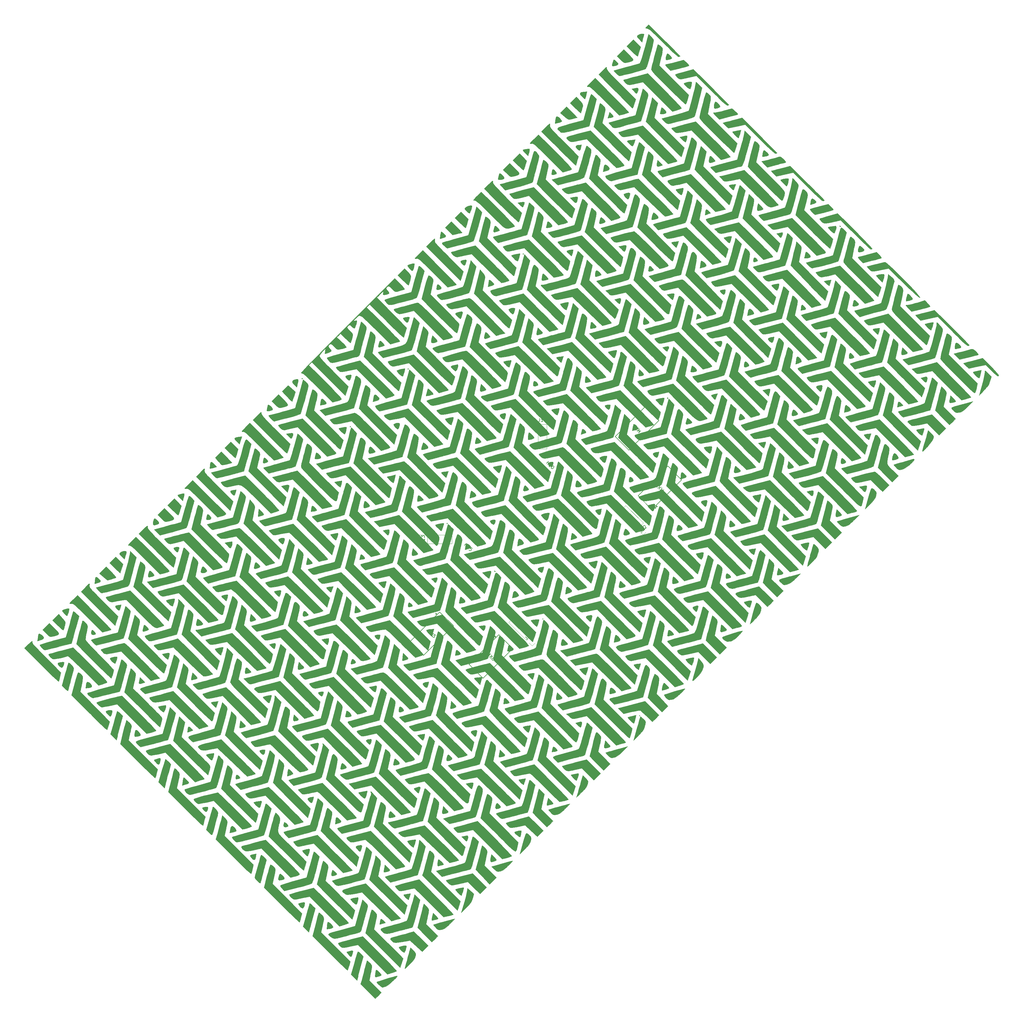
<source format=gbr>
G04 #@! TF.GenerationSoftware,KiCad,Pcbnew,9.0.2*
G04 #@! TF.CreationDate,2025-09-26T14:37:57-04:00*
G04 #@! TF.ProjectId,Trackball,54726163-6b62-4616-9c6c-2e6b69636164,rev?*
G04 #@! TF.SameCoordinates,Original*
G04 #@! TF.FileFunction,Legend,Top*
G04 #@! TF.FilePolarity,Positive*
%FSLAX46Y46*%
G04 Gerber Fmt 4.6, Leading zero omitted, Abs format (unit mm)*
G04 Created by KiCad (PCBNEW 9.0.2) date 2025-09-26 14:37:57*
%MOMM*%
%LPD*%
G01*
G04 APERTURE LIST*
%ADD10C,0.150000*%
%ADD11C,0.010000*%
%ADD12C,0.152400*%
%ADD13C,0.120000*%
G04 APERTURE END LIST*
D10*
X250420843Y-57512078D02*
X249713736Y-58219185D01*
X249713736Y-58219185D02*
X249983110Y-57478406D01*
X249983110Y-57478406D02*
X249242332Y-57747780D01*
X249242332Y-57747780D02*
X249949439Y-57040673D01*
X248972958Y-57478406D02*
X249208660Y-56299895D01*
X248501553Y-57007002D02*
X249680065Y-56771299D01*
X248333195Y-56703956D02*
X248265851Y-56703956D01*
X248265851Y-56703956D02*
X248164836Y-56670284D01*
X248164836Y-56670284D02*
X247996477Y-56501925D01*
X247996477Y-56501925D02*
X247962805Y-56400910D01*
X247962805Y-56400910D02*
X247962805Y-56333567D01*
X247962805Y-56333567D02*
X247996477Y-56232551D01*
X247996477Y-56232551D02*
X248063821Y-56165208D01*
X248063821Y-56165208D02*
X248198508Y-56097864D01*
X248198508Y-56097864D02*
X249006630Y-56097864D01*
X249006630Y-56097864D02*
X248568897Y-55660132D01*
X248390209Y-62537857D02*
X248221850Y-62706215D01*
X248120835Y-62470513D02*
X248221850Y-62706215D01*
X248221850Y-62706215D02*
X248457552Y-62807231D01*
X247986148Y-62739887D02*
X248221850Y-62706215D01*
X248221850Y-62706215D02*
X248188178Y-62941918D01*
X247619206Y-63308858D02*
X247787565Y-63140500D01*
X247888580Y-63376202D02*
X247787565Y-63140500D01*
X247787565Y-63140500D02*
X247551863Y-63039484D01*
X248023267Y-63106828D02*
X247787565Y-63140500D01*
X247787565Y-63140500D02*
X247821237Y-62904797D01*
X257491911Y-75896854D02*
X256784804Y-76603961D01*
X256784804Y-76603961D02*
X257054178Y-75863182D01*
X257054178Y-75863182D02*
X256313400Y-76132556D01*
X256313400Y-76132556D02*
X257020507Y-75425449D01*
X256044026Y-75863182D02*
X256279728Y-74684671D01*
X255572621Y-75391778D02*
X256751133Y-75156075D01*
X255370591Y-75189747D02*
X254932858Y-74752014D01*
X254932858Y-74752014D02*
X255437934Y-74718343D01*
X255437934Y-74718343D02*
X255336919Y-74617327D01*
X255336919Y-74617327D02*
X255303247Y-74516312D01*
X255303247Y-74516312D02*
X255303247Y-74448969D01*
X255303247Y-74448969D02*
X255336919Y-74347953D01*
X255336919Y-74347953D02*
X255505278Y-74179595D01*
X255505278Y-74179595D02*
X255606293Y-74145923D01*
X255606293Y-74145923D02*
X255673637Y-74145923D01*
X255673637Y-74145923D02*
X255774652Y-74179595D01*
X255774652Y-74179595D02*
X255976682Y-74381625D01*
X255976682Y-74381625D02*
X256010354Y-74482640D01*
X256010354Y-74482640D02*
X256010354Y-74549984D01*
X255461277Y-80922633D02*
X255292918Y-81090991D01*
X255191903Y-80855289D02*
X255292918Y-81090991D01*
X255292918Y-81090991D02*
X255528620Y-81192007D01*
X255057216Y-81124663D02*
X255292918Y-81090991D01*
X255292918Y-81090991D02*
X255259246Y-81326694D01*
X254690274Y-81693634D02*
X254858633Y-81525276D01*
X254959648Y-81760978D02*
X254858633Y-81525276D01*
X254858633Y-81525276D02*
X254622931Y-81424260D01*
X255094335Y-81491604D02*
X254858633Y-81525276D01*
X254858633Y-81525276D02*
X254892305Y-81289573D01*
X250121570Y-88269418D02*
X250626646Y-88774494D01*
X250626646Y-88774494D02*
X250693990Y-88909181D01*
X250693990Y-88909181D02*
X250693990Y-89043868D01*
X250693990Y-89043868D02*
X250626646Y-89178555D01*
X250626646Y-89178555D02*
X250559303Y-89245899D01*
X251535784Y-88269418D02*
X251131723Y-88673479D01*
X251333753Y-88471448D02*
X250626646Y-87764341D01*
X250626646Y-87764341D02*
X250660318Y-87932700D01*
X250660318Y-87932700D02*
X250660318Y-88067387D01*
X250660318Y-88067387D02*
X250626646Y-88168402D01*
X251165394Y-87360280D02*
X251165394Y-87292937D01*
X251165394Y-87292937D02*
X251199066Y-87191922D01*
X251199066Y-87191922D02*
X251367425Y-87023563D01*
X251367425Y-87023563D02*
X251468440Y-86989891D01*
X251468440Y-86989891D02*
X251535784Y-86989891D01*
X251535784Y-86989891D02*
X251636799Y-87023563D01*
X251636799Y-87023563D02*
X251704142Y-87090906D01*
X251704142Y-87090906D02*
X251771486Y-87225593D01*
X251771486Y-87225593D02*
X251771486Y-88033715D01*
X251771486Y-88033715D02*
X252209219Y-87595983D01*
X214546320Y-121627180D02*
X215051396Y-122132256D01*
X215051396Y-122132256D02*
X215118740Y-122266943D01*
X215118740Y-122266943D02*
X215118740Y-122401630D01*
X215118740Y-122401630D02*
X215051396Y-122536317D01*
X215051396Y-122536317D02*
X214984053Y-122603661D01*
X215960534Y-121627180D02*
X215556473Y-122031241D01*
X215758503Y-121829210D02*
X215051396Y-121122103D01*
X215051396Y-121122103D02*
X215085068Y-121290462D01*
X215085068Y-121290462D02*
X215085068Y-121425149D01*
X215085068Y-121425149D02*
X215051396Y-121526164D01*
X215893190Y-120280310D02*
X215556473Y-120617027D01*
X215556473Y-120617027D02*
X215859518Y-120987416D01*
X215859518Y-120987416D02*
X215859518Y-120920073D01*
X215859518Y-120920073D02*
X215893190Y-120819058D01*
X215893190Y-120819058D02*
X216061549Y-120650699D01*
X216061549Y-120650699D02*
X216162564Y-120617027D01*
X216162564Y-120617027D02*
X216229908Y-120617027D01*
X216229908Y-120617027D02*
X216330923Y-120650699D01*
X216330923Y-120650699D02*
X216499282Y-120819058D01*
X216499282Y-120819058D02*
X216532953Y-120920073D01*
X216532953Y-120920073D02*
X216532953Y-120987416D01*
X216532953Y-120987416D02*
X216499282Y-121088432D01*
X216499282Y-121088432D02*
X216330923Y-121256790D01*
X216330923Y-121256790D02*
X216229908Y-121290462D01*
X216229908Y-121290462D02*
X216162564Y-121290462D01*
X219014433Y-53747442D02*
X219014433Y-54461727D01*
X219014433Y-54461727D02*
X218966814Y-54604584D01*
X218966814Y-54604584D02*
X218871576Y-54699823D01*
X218871576Y-54699823D02*
X218728719Y-54747442D01*
X218728719Y-54747442D02*
X218633481Y-54747442D01*
X220014433Y-54747442D02*
X219443005Y-54747442D01*
X219728719Y-54747442D02*
X219728719Y-53747442D01*
X219728719Y-53747442D02*
X219633481Y-53890299D01*
X219633481Y-53890299D02*
X219538243Y-53985537D01*
X219538243Y-53985537D02*
X219443005Y-54033156D01*
X220633481Y-53747442D02*
X220728719Y-53747442D01*
X220728719Y-53747442D02*
X220823957Y-53795061D01*
X220823957Y-53795061D02*
X220871576Y-53842680D01*
X220871576Y-53842680D02*
X220919195Y-53937918D01*
X220919195Y-53937918D02*
X220966814Y-54128394D01*
X220966814Y-54128394D02*
X220966814Y-54366489D01*
X220966814Y-54366489D02*
X220919195Y-54556965D01*
X220919195Y-54556965D02*
X220871576Y-54652203D01*
X220871576Y-54652203D02*
X220823957Y-54699823D01*
X220823957Y-54699823D02*
X220728719Y-54747442D01*
X220728719Y-54747442D02*
X220633481Y-54747442D01*
X220633481Y-54747442D02*
X220538243Y-54699823D01*
X220538243Y-54699823D02*
X220490624Y-54652203D01*
X220490624Y-54652203D02*
X220443005Y-54556965D01*
X220443005Y-54556965D02*
X220395386Y-54366489D01*
X220395386Y-54366489D02*
X220395386Y-54128394D01*
X220395386Y-54128394D02*
X220443005Y-53937918D01*
X220443005Y-53937918D02*
X220490624Y-53842680D01*
X220490624Y-53842680D02*
X220538243Y-53795061D01*
X220538243Y-53795061D02*
X220633481Y-53747442D01*
X182253178Y-92127744D02*
X182967463Y-92127744D01*
X182967463Y-92127744D02*
X183110320Y-92175363D01*
X183110320Y-92175363D02*
X183205559Y-92270601D01*
X183205559Y-92270601D02*
X183253178Y-92413458D01*
X183253178Y-92413458D02*
X183253178Y-92508696D01*
X183253178Y-91127744D02*
X183253178Y-91699172D01*
X183253178Y-91413458D02*
X182253178Y-91413458D01*
X182253178Y-91413458D02*
X182396035Y-91508696D01*
X182396035Y-91508696D02*
X182491273Y-91603934D01*
X182491273Y-91603934D02*
X182538892Y-91699172D01*
X182253178Y-90794410D02*
X182253178Y-90175363D01*
X182253178Y-90175363D02*
X182634130Y-90508696D01*
X182634130Y-90508696D02*
X182634130Y-90365839D01*
X182634130Y-90365839D02*
X182681749Y-90270601D01*
X182681749Y-90270601D02*
X182729368Y-90222982D01*
X182729368Y-90222982D02*
X182824606Y-90175363D01*
X182824606Y-90175363D02*
X183062701Y-90175363D01*
X183062701Y-90175363D02*
X183157939Y-90222982D01*
X183157939Y-90222982D02*
X183205559Y-90270601D01*
X183205559Y-90270601D02*
X183253178Y-90365839D01*
X183253178Y-90365839D02*
X183253178Y-90651553D01*
X183253178Y-90651553D02*
X183205559Y-90746791D01*
X183205559Y-90746791D02*
X183157939Y-90794410D01*
X221066404Y-67740964D02*
X221773510Y-67033857D01*
X221436793Y-67370575D02*
X221840854Y-67774636D01*
X221470465Y-68145025D02*
X222177571Y-67437918D01*
X222177571Y-68852132D02*
X221773510Y-68448071D01*
X221975541Y-68650101D02*
X222682648Y-67942994D01*
X222682648Y-67942994D02*
X222514289Y-67976666D01*
X222514289Y-67976666D02*
X222379602Y-67976666D01*
X222379602Y-67976666D02*
X222278587Y-67942994D01*
X223322411Y-68582758D02*
X223389755Y-68650101D01*
X223389755Y-68650101D02*
X223423426Y-68751116D01*
X223423426Y-68751116D02*
X223423426Y-68818460D01*
X223423426Y-68818460D02*
X223389755Y-68919475D01*
X223389755Y-68919475D02*
X223288739Y-69087834D01*
X223288739Y-69087834D02*
X223120381Y-69256193D01*
X223120381Y-69256193D02*
X222952022Y-69357208D01*
X222952022Y-69357208D02*
X222851006Y-69390880D01*
X222851006Y-69390880D02*
X222783663Y-69390880D01*
X222783663Y-69390880D02*
X222682648Y-69357208D01*
X222682648Y-69357208D02*
X222615304Y-69289864D01*
X222615304Y-69289864D02*
X222581632Y-69188849D01*
X222581632Y-69188849D02*
X222581632Y-69121506D01*
X222581632Y-69121506D02*
X222615304Y-69020490D01*
X222615304Y-69020490D02*
X222716319Y-68852132D01*
X222716319Y-68852132D02*
X222884678Y-68683773D01*
X222884678Y-68683773D02*
X223053037Y-68582758D01*
X223053037Y-68582758D02*
X223154052Y-68549086D01*
X223154052Y-68549086D02*
X223221396Y-68549086D01*
X223221396Y-68549086D02*
X223322411Y-68582758D01*
X184206611Y-120089762D02*
X184913718Y-119382655D01*
X184913718Y-119382655D02*
X184644344Y-120123434D01*
X184644344Y-120123434D02*
X185385122Y-119854060D01*
X185385122Y-119854060D02*
X184678015Y-120561167D01*
X185654496Y-120123434D02*
X185418794Y-121301945D01*
X186125901Y-120594838D02*
X184947389Y-120830541D01*
X186731992Y-121200930D02*
X186395275Y-120864212D01*
X186395275Y-120864212D02*
X186024885Y-121167258D01*
X186024885Y-121167258D02*
X186092229Y-121167258D01*
X186092229Y-121167258D02*
X186193244Y-121200930D01*
X186193244Y-121200930D02*
X186361603Y-121369289D01*
X186361603Y-121369289D02*
X186395275Y-121470304D01*
X186395275Y-121470304D02*
X186395275Y-121537647D01*
X186395275Y-121537647D02*
X186361603Y-121638663D01*
X186361603Y-121638663D02*
X186193244Y-121807021D01*
X186193244Y-121807021D02*
X186092229Y-121840693D01*
X186092229Y-121840693D02*
X186024885Y-121840693D01*
X186024885Y-121840693D02*
X185923870Y-121807021D01*
X185923870Y-121807021D02*
X185755511Y-121638663D01*
X185755511Y-121638663D02*
X185721840Y-121537647D01*
X185721840Y-121537647D02*
X185721840Y-121470304D01*
X187008248Y-114292982D02*
X186839889Y-114461340D01*
X186738874Y-114225638D02*
X186839889Y-114461340D01*
X186839889Y-114461340D02*
X187075591Y-114562356D01*
X186604187Y-114495012D02*
X186839889Y-114461340D01*
X186839889Y-114461340D02*
X186806217Y-114697043D01*
X187008248Y-114292982D02*
X186839889Y-114461340D01*
X186738874Y-114225638D02*
X186839889Y-114461340D01*
X186839889Y-114461340D02*
X187075591Y-114562356D01*
X186604187Y-114495012D02*
X186839889Y-114461340D01*
X186839889Y-114461340D02*
X186806217Y-114697043D01*
X202591388Y-127160829D02*
X203298495Y-126453722D01*
X203298495Y-126453722D02*
X203029121Y-127194501D01*
X203029121Y-127194501D02*
X203769899Y-126925127D01*
X203769899Y-126925127D02*
X203062792Y-127632234D01*
X204039273Y-127194501D02*
X203803571Y-128373012D01*
X204510678Y-127665905D02*
X203332166Y-127901608D01*
X205083097Y-128238325D02*
X204948410Y-128103638D01*
X204948410Y-128103638D02*
X204847395Y-128069966D01*
X204847395Y-128069966D02*
X204780052Y-128069966D01*
X204780052Y-128069966D02*
X204611693Y-128103638D01*
X204611693Y-128103638D02*
X204443334Y-128204653D01*
X204443334Y-128204653D02*
X204173960Y-128474027D01*
X204173960Y-128474027D02*
X204140288Y-128575043D01*
X204140288Y-128575043D02*
X204140288Y-128642386D01*
X204140288Y-128642386D02*
X204173960Y-128743401D01*
X204173960Y-128743401D02*
X204308647Y-128878088D01*
X204308647Y-128878088D02*
X204409662Y-128911760D01*
X204409662Y-128911760D02*
X204477006Y-128911760D01*
X204477006Y-128911760D02*
X204578021Y-128878088D01*
X204578021Y-128878088D02*
X204746380Y-128709730D01*
X204746380Y-128709730D02*
X204780052Y-128608714D01*
X204780052Y-128608714D02*
X204780052Y-128541371D01*
X204780052Y-128541371D02*
X204746380Y-128440356D01*
X204746380Y-128440356D02*
X204611693Y-128305669D01*
X204611693Y-128305669D02*
X204510678Y-128271997D01*
X204510678Y-128271997D02*
X204443334Y-128271997D01*
X204443334Y-128271997D02*
X204342319Y-128305669D01*
X205393025Y-121364049D02*
X205224666Y-121532407D01*
X205123651Y-121296705D02*
X205224666Y-121532407D01*
X205224666Y-121532407D02*
X205460368Y-121633423D01*
X204988964Y-121566079D02*
X205224666Y-121532407D01*
X205224666Y-121532407D02*
X205190994Y-121768110D01*
X205393025Y-121364049D02*
X205224666Y-121532407D01*
X205123651Y-121296705D02*
X205224666Y-121532407D01*
X205224666Y-121532407D02*
X205460368Y-121633423D01*
X204988964Y-121566079D02*
X205224666Y-121532407D01*
X205224666Y-121532407D02*
X205190994Y-121768110D01*
X195610560Y-93196808D02*
X196317666Y-92489701D01*
X195980949Y-92826419D02*
X196385010Y-93230480D01*
X196014621Y-93600869D02*
X196721727Y-92893762D01*
X196721727Y-94307976D02*
X196317666Y-93903915D01*
X196519697Y-94105945D02*
X197226804Y-93398838D01*
X197226804Y-93398838D02*
X197058445Y-93432510D01*
X197058445Y-93432510D02*
X196923758Y-93432510D01*
X196923758Y-93432510D02*
X196822743Y-93398838D01*
X198068598Y-94240632D02*
X197731880Y-93903915D01*
X197731880Y-93903915D02*
X197361491Y-94206960D01*
X197361491Y-94206960D02*
X197428834Y-94206960D01*
X197428834Y-94206960D02*
X197529849Y-94240632D01*
X197529849Y-94240632D02*
X197698208Y-94408991D01*
X197698208Y-94408991D02*
X197731880Y-94510006D01*
X197731880Y-94510006D02*
X197731880Y-94577350D01*
X197731880Y-94577350D02*
X197698208Y-94678365D01*
X197698208Y-94678365D02*
X197529849Y-94846724D01*
X197529849Y-94846724D02*
X197428834Y-94880396D01*
X197428834Y-94880396D02*
X197361491Y-94880396D01*
X197361491Y-94880396D02*
X197260475Y-94846724D01*
X197260475Y-94846724D02*
X197092117Y-94678365D01*
X197092117Y-94678365D02*
X197058445Y-94577350D01*
X197058445Y-94577350D02*
X197058445Y-94510006D01*
D11*
X145301229Y-41481334D02*
X145112171Y-41481334D01*
X145112171Y-41292276D01*
X145301229Y-41292276D01*
X145301229Y-41481334D01*
G36*
X145301229Y-41481334D02*
G01*
X145112171Y-41481334D01*
X145112171Y-41292276D01*
X145301229Y-41292276D01*
X145301229Y-41481334D01*
G37*
X213929291Y-2724440D02*
X213740234Y-2724440D01*
X213740233Y-2535382D01*
X213929292Y-2535382D01*
X213929291Y-2724440D01*
G36*
X213929291Y-2724440D02*
G01*
X213740234Y-2724440D01*
X213740233Y-2535382D01*
X213929292Y-2535382D01*
X213929291Y-2724440D01*
G37*
X178197325Y-38267349D02*
X178197325Y-38456406D01*
X178008268Y-38456406D01*
X178008267Y-38267348D01*
X178197325Y-38267349D01*
G36*
X178197325Y-38267349D02*
G01*
X178197325Y-38456406D01*
X178008268Y-38456406D01*
X178008267Y-38267348D01*
X178197325Y-38267349D01*
G37*
X160236813Y-56227861D02*
X160236813Y-56416919D01*
X160047755Y-56416919D01*
X160047755Y-56227860D01*
X160236813Y-56227861D01*
G36*
X160236813Y-56227861D02*
G01*
X160236813Y-56416919D01*
X160047755Y-56416919D01*
X160047755Y-56227860D01*
X160236813Y-56227861D01*
G37*
X190297039Y-86477144D02*
X190107980Y-86477144D01*
X190107980Y-86288086D01*
X190297038Y-86288086D01*
X190297039Y-86477144D01*
G36*
X190297039Y-86477144D02*
G01*
X190107980Y-86477144D01*
X190107980Y-86288086D01*
X190297038Y-86288086D01*
X190297039Y-86477144D01*
G37*
X258736043Y-47531192D02*
X258546985Y-47531191D01*
X258546985Y-47342134D01*
X258736043Y-47342133D01*
X258736043Y-47531192D01*
G36*
X258736043Y-47531192D02*
G01*
X258546985Y-47531191D01*
X258546985Y-47342134D01*
X258736043Y-47342133D01*
X258736043Y-47531192D01*
G37*
X219979148Y-116159254D02*
X219790091Y-116159254D01*
X219790090Y-115970196D01*
X219979148Y-115970196D01*
X219979148Y-116159254D01*
G36*
X219979148Y-116159254D02*
G01*
X219790091Y-116159254D01*
X219790090Y-115970196D01*
X219979148Y-115970196D01*
X219979148Y-116159254D01*
G37*
X250039374Y-146030422D02*
X250039374Y-146219480D01*
X249850317Y-146219480D01*
X249850316Y-146030421D01*
X250039374Y-146030422D01*
G36*
X250039374Y-146030422D02*
G01*
X250039374Y-146219480D01*
X249850317Y-146219480D01*
X249850316Y-146030421D01*
X250039374Y-146030422D01*
G37*
X312391929Y5928037D02*
X312397012Y5877700D01*
X312258666Y5791257D01*
X312144935Y5877700D01*
X312058492Y6102490D01*
X312144935Y6129778D01*
X312391929Y5928037D01*
G36*
X312391929Y5928037D02*
G01*
X312397012Y5877700D01*
X312258666Y5791257D01*
X312144935Y5877700D01*
X312058492Y6102490D01*
X312144935Y6129778D01*
X312391929Y5928037D01*
G37*
X205196030Y-101267863D02*
X205201112Y-101318199D01*
X205062766Y-101404642D01*
X204949036Y-101318199D01*
X204862592Y-101093410D01*
X204949035Y-101066122D01*
X205196030Y-101267863D01*
G36*
X205196030Y-101267863D02*
G01*
X205201112Y-101318199D01*
X205062766Y-101404642D01*
X204949036Y-101318199D01*
X204862592Y-101093410D01*
X204949035Y-101066122D01*
X205196030Y-101267863D01*
G37*
X126131233Y-60610936D02*
X125741408Y-61812757D01*
X124886804Y-60958153D01*
X124352574Y-60330434D01*
X124276997Y-59918779D01*
X124685416Y-59665108D01*
X125513890Y-59520949D01*
X126521057Y-59409114D01*
X126131233Y-60610936D01*
G36*
X126131233Y-60610936D02*
G01*
X125741408Y-61812757D01*
X124886804Y-60958153D01*
X124352574Y-60330434D01*
X124276997Y-59918779D01*
X124685416Y-59665108D01*
X125513890Y-59520949D01*
X126521057Y-59409114D01*
X126131233Y-60610936D01*
G37*
X241337850Y40763760D02*
X241779654Y40228717D01*
X241758526Y39905601D01*
X241245656Y39726441D01*
X240877619Y39677868D01*
X240087057Y39594761D01*
X240379174Y40512539D01*
X240671291Y41430319D01*
X241337850Y40763760D01*
G36*
X241337850Y40763760D02*
G01*
X241779654Y40228717D01*
X241758526Y39905601D01*
X241245656Y39726441D01*
X240877619Y39677868D01*
X240087057Y39594761D01*
X240379174Y40512539D01*
X240671291Y41430319D01*
X241337850Y40763760D01*
G37*
X141053934Y-74454335D02*
X141181487Y-74814897D01*
X141037844Y-75536301D01*
X141022991Y-75589709D01*
X140693501Y-76764850D01*
X138757349Y-74828699D01*
X139680599Y-74588529D01*
X140579025Y-74397812D01*
X141053934Y-74454335D01*
G36*
X141053934Y-74454335D02*
G01*
X141181487Y-74814897D01*
X141037844Y-75536301D01*
X141022991Y-75589709D01*
X140693501Y-76764850D01*
X138757349Y-74828699D01*
X139680599Y-74588529D01*
X140579025Y-74397812D01*
X141053934Y-74454335D01*
G37*
X290429512Y-44631723D02*
X290447836Y-44941423D01*
X290340830Y-45567771D01*
X290283682Y-45804619D01*
X290012394Y-46856736D01*
X288131089Y-44975432D01*
X289217571Y-44743187D01*
X289920466Y-44625146D01*
X290369296Y-44609821D01*
X290429512Y-44631723D01*
G36*
X290429512Y-44631723D02*
G01*
X290447836Y-44941423D01*
X290340830Y-45567771D01*
X290283682Y-45804619D01*
X290012394Y-46856736D01*
X288131089Y-44975432D01*
X289217571Y-44743187D01*
X289920466Y-44625146D01*
X290369296Y-44609821D01*
X290429512Y-44631723D01*
G37*
X143956018Y-41675795D02*
X143983566Y-42223250D01*
X143840091Y-42859234D01*
X143516468Y-44044908D01*
X142765748Y-43294188D01*
X142222646Y-42635407D01*
X142152616Y-42166354D01*
X142562140Y-41815537D01*
X142912592Y-41674437D01*
X143613527Y-41511379D01*
X143956018Y-41675795D01*
G36*
X143956018Y-41675795D02*
G01*
X143983566Y-42223250D01*
X143840091Y-42859234D01*
X143516468Y-44044908D01*
X142765748Y-43294188D01*
X142222646Y-42635407D01*
X142152616Y-42166354D01*
X142562140Y-41815537D01*
X142912592Y-41674437D01*
X143613527Y-41511379D01*
X143956018Y-41675795D01*
G37*
X63996622Y-120753393D02*
X64478924Y-121169291D01*
X64940589Y-121712097D01*
X64980986Y-122084054D01*
X64562062Y-122379317D01*
X63894060Y-122616294D01*
X63065718Y-122874528D01*
X63164681Y-121886915D01*
X63316832Y-121013000D01*
X63578026Y-120643960D01*
X63996622Y-120753393D01*
G36*
X63996622Y-120753393D02*
G01*
X64478924Y-121169291D01*
X64940589Y-121712097D01*
X64980986Y-122084054D01*
X64562062Y-122379317D01*
X63894060Y-122616294D01*
X63065718Y-122874528D01*
X63164681Y-121886915D01*
X63316832Y-121013000D01*
X63578026Y-120643960D01*
X63996622Y-120753393D01*
G37*
X81618338Y-103186546D02*
X82061320Y-103586895D01*
X82547072Y-104120791D01*
X82618121Y-104444441D01*
X82235795Y-104681418D01*
X81660723Y-104866966D01*
X80802621Y-105122356D01*
X80875339Y-104155025D01*
X80990713Y-103340066D01*
X81217265Y-103027354D01*
X81618338Y-103186546D01*
G36*
X81618338Y-103186546D02*
G01*
X82061320Y-103586895D01*
X82547072Y-104120791D01*
X82618121Y-104444441D01*
X82235795Y-104681418D01*
X81660723Y-104866966D01*
X80802621Y-105122356D01*
X80875339Y-104155025D01*
X80990713Y-103340066D01*
X81217265Y-103027354D01*
X81618338Y-103186546D01*
G37*
X249533534Y48741827D02*
X249507829Y48188527D01*
X249432957Y47964562D01*
X249197098Y47388072D01*
X248979879Y47227642D01*
X248630720Y47467360D01*
X248252116Y47839788D01*
X247504677Y48587227D01*
X248392714Y48831148D01*
X249170434Y48948864D01*
X249533534Y48741827D01*
G36*
X249533534Y48741827D02*
G01*
X249507829Y48188527D01*
X249432957Y47964562D01*
X249197098Y47388072D01*
X248979879Y47227642D01*
X248630720Y47467360D01*
X248252116Y47839788D01*
X247504677Y48587227D01*
X248392714Y48831148D01*
X249170434Y48948864D01*
X249533534Y48741827D01*
G37*
X231786227Y30512653D02*
X231564462Y29761363D01*
X231271871Y29512586D01*
X230834312Y29734104D01*
X230566397Y29982598D01*
X230146751Y30535770D01*
X230209905Y30910616D01*
X230774343Y31144784D01*
X231169340Y31210765D01*
X231952933Y31312992D01*
X231786227Y30512653D01*
G36*
X231786227Y30512653D02*
G01*
X231564462Y29761363D01*
X231271871Y29512586D01*
X230834312Y29734104D01*
X230566397Y29982598D01*
X230146751Y30535770D01*
X230209905Y30910616D01*
X230774343Y31144784D01*
X231169340Y31210765D01*
X231952933Y31312992D01*
X231786227Y30512653D01*
G37*
X124590327Y-76683247D02*
X124368563Y-77434536D01*
X124075971Y-77683314D01*
X123638412Y-77461796D01*
X123370498Y-77213301D01*
X122950852Y-76660130D01*
X123014006Y-76285283D01*
X123578443Y-76051116D01*
X123973440Y-75985134D01*
X124757033Y-75882908D01*
X124590327Y-76683247D01*
G36*
X124590327Y-76683247D02*
G01*
X124368563Y-77434536D01*
X124075971Y-77683314D01*
X123638412Y-77461796D01*
X123370498Y-77213301D01*
X122950852Y-76660130D01*
X123014006Y-76285283D01*
X123578443Y-76051116D01*
X123973440Y-75985134D01*
X124757033Y-75882908D01*
X124590327Y-76683247D01*
G37*
X88858361Y-112415213D02*
X88636597Y-113166502D01*
X88344004Y-113415281D01*
X87906445Y-113193763D01*
X87638532Y-112945268D01*
X87218886Y-112392096D01*
X87282039Y-112017250D01*
X87846477Y-111783082D01*
X88241474Y-111717100D01*
X89025067Y-111614874D01*
X88858361Y-112415213D01*
G36*
X88858361Y-112415213D02*
G01*
X88636597Y-113166502D01*
X88344004Y-113415281D01*
X87906445Y-113193763D01*
X87638532Y-112945268D01*
X87218886Y-112392096D01*
X87282039Y-112017250D01*
X87846477Y-111783082D01*
X88241474Y-111717100D01*
X89025067Y-111614874D01*
X88858361Y-112415213D01*
G37*
X151801363Y-47836469D02*
X152201847Y-48192895D01*
X152681528Y-48786175D01*
X152685746Y-49179592D01*
X152193275Y-49424519D01*
X151653060Y-49521244D01*
X150829094Y-49629126D01*
X150907322Y-48775506D01*
X151057779Y-47961437D01*
X151341272Y-47654960D01*
X151801363Y-47836469D01*
G36*
X151801363Y-47836469D02*
G01*
X152201847Y-48192895D01*
X152681528Y-48786175D01*
X152685746Y-49179592D01*
X152193275Y-49424519D01*
X151653060Y-49521244D01*
X150829094Y-49629126D01*
X150907322Y-48775506D01*
X151057779Y-47961437D01*
X151341272Y-47654960D01*
X151801363Y-47836469D01*
G37*
X214201268Y13375839D02*
X214189795Y12942831D01*
X214079107Y12610711D01*
X213845697Y12038988D01*
X213630348Y11875005D01*
X213285495Y12106109D01*
X212876598Y12507605D01*
X212107492Y13276711D01*
X213078530Y13440021D01*
X213856439Y13520357D01*
X214201268Y13375839D01*
G36*
X214201268Y13375839D02*
G01*
X214189795Y12942831D01*
X214079107Y12610711D01*
X213845697Y12038988D01*
X213630348Y11875005D01*
X213285495Y12106109D01*
X212876598Y12507605D01*
X212107492Y13276711D01*
X213078530Y13440021D01*
X213856439Y13520357D01*
X214201268Y13375839D01*
G37*
X142359219Y-58466210D02*
X142347746Y-58899218D01*
X142237058Y-59231338D01*
X142003648Y-59803061D01*
X141788300Y-59967044D01*
X141443446Y-59735940D01*
X141034549Y-59334444D01*
X140265443Y-58565338D01*
X141236481Y-58402028D01*
X142014390Y-58321692D01*
X142359219Y-58466210D01*
G36*
X142359219Y-58466210D02*
G01*
X142347746Y-58899218D01*
X142237058Y-59231338D01*
X142003648Y-59803061D01*
X141788300Y-59967044D01*
X141443446Y-59735940D01*
X141034549Y-59334444D01*
X140265443Y-58565338D01*
X141236481Y-58402028D01*
X142014390Y-58321692D01*
X142359219Y-58466210D01*
G37*
X80190155Y-119528716D02*
X80636733Y-119933763D01*
X81086520Y-120460137D01*
X81083375Y-120760840D01*
X80606068Y-120925767D01*
X80394697Y-120958468D01*
X79853987Y-120881628D01*
X79683182Y-120436775D01*
X79797518Y-119829721D01*
X79950865Y-119495020D01*
X80190155Y-119528716D01*
G36*
X80190155Y-119528716D02*
G01*
X80636733Y-119933763D01*
X81086520Y-120460137D01*
X81083375Y-120760840D01*
X80606068Y-120925767D01*
X80394697Y-120958468D01*
X79853987Y-120881628D01*
X79683182Y-120436775D01*
X79797518Y-119829721D01*
X79950865Y-119495020D01*
X80190155Y-119528716D01*
G37*
X230669531Y15057805D02*
X230760913Y14702278D01*
X230702669Y14259436D01*
X230493443Y13521246D01*
X230172798Y13279027D01*
X229677424Y13517833D01*
X229241253Y13914405D01*
X228388754Y14766904D01*
X229475235Y14999148D01*
X230276158Y15135556D01*
X230669531Y15057805D01*
G36*
X230669531Y15057805D02*
G01*
X230760913Y14702278D01*
X230702669Y14259436D01*
X230493443Y13521246D01*
X230172798Y13279027D01*
X229677424Y13517833D01*
X229241253Y13914405D01*
X228388754Y14766904D01*
X229475235Y14999148D01*
X230276158Y15135556D01*
X230669531Y15057805D01*
G37*
X239624887Y25014961D02*
X240113827Y24594445D01*
X240581239Y24038185D01*
X240616751Y23653577D01*
X240184858Y23352297D01*
X239523139Y23124994D01*
X238664001Y22869280D01*
X238775415Y23872717D01*
X238937612Y24749830D01*
X239204299Y25121696D01*
X239624887Y25014961D01*
G36*
X239624887Y25014961D02*
G01*
X240113827Y24594445D01*
X240581239Y24038185D01*
X240616751Y23653577D01*
X240184858Y23352297D01*
X239523139Y23124994D01*
X238664001Y22869280D01*
X238775415Y23872717D01*
X238937612Y24749830D01*
X239204299Y25121696D01*
X239624887Y25014961D01*
G37*
X168160954Y-46448971D02*
X168649895Y-46869488D01*
X169117306Y-47425748D01*
X169152819Y-47810356D01*
X168720926Y-48111636D01*
X168059205Y-48338940D01*
X167200068Y-48594653D01*
X167311481Y-47591216D01*
X167473679Y-46714103D01*
X167740366Y-46342236D01*
X168160954Y-46448971D01*
G36*
X168160954Y-46448971D02*
G01*
X168649895Y-46869488D01*
X169117306Y-47425748D01*
X169152819Y-47810356D01*
X168720926Y-48111636D01*
X168059205Y-48338940D01*
X167200068Y-48594653D01*
X167311481Y-47591216D01*
X167473679Y-46714103D01*
X167740366Y-46342236D01*
X168160954Y-46448971D01*
G37*
X79017463Y-135750628D02*
X79414507Y-136104875D01*
X79894667Y-136716689D01*
X79886937Y-137131429D01*
X79378773Y-137377807D01*
X78823596Y-137457184D01*
X78001737Y-137527975D01*
X78097888Y-136678836D01*
X78265044Y-135867882D01*
X78555614Y-135565434D01*
X79017463Y-135750628D01*
G36*
X79017463Y-135750628D02*
G01*
X79414507Y-136104875D01*
X79894667Y-136716689D01*
X79886937Y-137131429D01*
X79378773Y-137377807D01*
X78823596Y-137457184D01*
X78001737Y-137527975D01*
X78097888Y-136678836D01*
X78265044Y-135867882D01*
X78555614Y-135565434D01*
X79017463Y-135750628D01*
G37*
X186522254Y-28820823D02*
X187055656Y-29457787D01*
X187116134Y-29880986D01*
X186688428Y-30153215D01*
X186169109Y-30274124D01*
X185547475Y-30318191D01*
X185273216Y-30102505D01*
X185290254Y-29535462D01*
X185406580Y-29028556D01*
X185677869Y-27976438D01*
X186522254Y-28820823D01*
G36*
X186522254Y-28820823D02*
G01*
X187055656Y-29457787D01*
X187116134Y-29880986D01*
X186688428Y-30153215D01*
X186169109Y-30274124D01*
X185547475Y-30318191D01*
X185273216Y-30102505D01*
X185290254Y-29535462D01*
X185406580Y-29028556D01*
X185677869Y-27976438D01*
X186522254Y-28820823D01*
G37*
X148806114Y-81115800D02*
X149176918Y-81467106D01*
X149676314Y-82029191D01*
X149726480Y-82350658D01*
X149295857Y-82524796D01*
X148794598Y-82597251D01*
X147948041Y-82695983D01*
X148046774Y-81849427D01*
X148177340Y-81115711D01*
X148399358Y-80881689D01*
X148806114Y-81115800D01*
G36*
X148806114Y-81115800D02*
G01*
X149176918Y-81467106D01*
X149676314Y-82029191D01*
X149726480Y-82350658D01*
X149295857Y-82524796D01*
X148794598Y-82597251D01*
X147948041Y-82695983D01*
X148046774Y-81849427D01*
X148177340Y-81115711D01*
X148399358Y-80881689D01*
X148806114Y-81115800D01*
G37*
X201621954Y-43920523D02*
X202168232Y-44508351D01*
X202297257Y-44859622D01*
X201986654Y-45098355D01*
X201372761Y-45301722D01*
X200739984Y-45412743D01*
X200437330Y-45215531D01*
X200417215Y-44639510D01*
X200528409Y-44049394D01*
X200752627Y-43051196D01*
X201621954Y-43920523D01*
G36*
X201621954Y-43920523D02*
G01*
X202168232Y-44508351D01*
X202297257Y-44859622D01*
X201986654Y-45098355D01*
X201372761Y-45301722D01*
X200739984Y-45412743D01*
X200437330Y-45215531D01*
X200417215Y-44639510D01*
X200528409Y-44049394D01*
X200752627Y-43051196D01*
X201621954Y-43920523D01*
G37*
X130158021Y-115384456D02*
X130704299Y-115972284D01*
X130833325Y-116323555D01*
X130522722Y-116562288D01*
X129908829Y-116765655D01*
X129276051Y-116876676D01*
X128973397Y-116679464D01*
X128953281Y-116103443D01*
X129064476Y-115513327D01*
X129288694Y-114515129D01*
X130158021Y-115384456D01*
G36*
X130158021Y-115384456D02*
G01*
X130704299Y-115972284D01*
X130833325Y-116323555D01*
X130522722Y-116562288D01*
X129908829Y-116765655D01*
X129276051Y-116876676D01*
X128973397Y-116679464D01*
X128953281Y-116103443D01*
X129064476Y-115513327D01*
X129288694Y-114515129D01*
X130158021Y-115384456D01*
G37*
X279549929Y18126937D02*
X279302085Y17417632D01*
X279074963Y17180252D01*
X278728463Y17376739D01*
X278303549Y17788356D01*
X277814773Y18333162D01*
X277748577Y18649852D01*
X278144770Y18822228D01*
X278838373Y18914246D01*
X279832243Y19013914D01*
X279549929Y18126937D01*
G36*
X279549929Y18126937D02*
G01*
X279302085Y17417632D01*
X279074963Y17180252D01*
X278728463Y17376739D01*
X278303549Y17788356D01*
X277814773Y18333162D01*
X277748577Y18649852D01*
X278144770Y18822228D01*
X278838373Y18914246D01*
X279832243Y19013914D01*
X279549929Y18126937D01*
G37*
X154582576Y-106840417D02*
X154334732Y-107549721D01*
X154107609Y-107787101D01*
X153761109Y-107590615D01*
X153336195Y-107178998D01*
X152847419Y-106634192D01*
X152781224Y-106317501D01*
X153177416Y-106145126D01*
X153871018Y-106053108D01*
X154864890Y-105953439D01*
X154582576Y-106840417D01*
G36*
X154582576Y-106840417D02*
G01*
X154334732Y-107549721D01*
X154107609Y-107787101D01*
X153761109Y-107590615D01*
X153336195Y-107178998D01*
X152847419Y-106634192D01*
X152781224Y-106317501D01*
X153177416Y-106145126D01*
X153871018Y-106053108D01*
X154864890Y-105953439D01*
X154582576Y-106840417D01*
G37*
X163928179Y-96225222D02*
X164207032Y-96497219D01*
X164651114Y-97013856D01*
X164647510Y-97311743D01*
X164160399Y-97480811D01*
X163793146Y-97536328D01*
X163009554Y-97638555D01*
X163176260Y-96838217D01*
X163347276Y-96162188D01*
X163555861Y-95971769D01*
X163928179Y-96225222D01*
G36*
X163928179Y-96225222D02*
G01*
X164207032Y-96497219D01*
X164651114Y-97013856D01*
X164647510Y-97311743D01*
X164160399Y-97480811D01*
X163793146Y-97536328D01*
X163009554Y-97638555D01*
X163176260Y-96838217D01*
X163347276Y-96162188D01*
X163555861Y-95971769D01*
X163928179Y-96225222D01*
G37*
X244114005Y-16542374D02*
X244131030Y-17013217D01*
X244068955Y-17348041D01*
X243907489Y-17986975D01*
X243704550Y-18177488D01*
X243338309Y-17941870D01*
X242939010Y-17554806D01*
X242172089Y-16787885D01*
X243074300Y-16555749D01*
X243794985Y-16416348D01*
X244114005Y-16542374D01*
G36*
X244114005Y-16542374D02*
G01*
X244131030Y-17013217D01*
X244068955Y-17348041D01*
X243907489Y-17986975D01*
X243704550Y-18177488D01*
X243338309Y-17941870D01*
X242939010Y-17554806D01*
X242172089Y-16787885D01*
X243074300Y-16555749D01*
X243794985Y-16416348D01*
X244114005Y-16542374D01*
G37*
X172271956Y-88384423D02*
X172288981Y-88855266D01*
X172226906Y-89190090D01*
X172065440Y-89829024D01*
X171862501Y-90019537D01*
X171496260Y-89783919D01*
X171096961Y-89396855D01*
X170330040Y-88629934D01*
X171232251Y-88397798D01*
X171952936Y-88258396D01*
X172271956Y-88384423D01*
G36*
X172271956Y-88384423D02*
G01*
X172288981Y-88855266D01*
X172226906Y-89190090D01*
X172065440Y-89829024D01*
X171862501Y-90019537D01*
X171496260Y-89783919D01*
X171096961Y-89396855D01*
X170330040Y-88629934D01*
X171232251Y-88397798D01*
X171952936Y-88258396D01*
X172271956Y-88384423D01*
G37*
X136918106Y-123738273D02*
X136935130Y-124209117D01*
X136873055Y-124543941D01*
X136711590Y-125182875D01*
X136508651Y-125373387D01*
X136142410Y-125137770D01*
X135743110Y-124750706D01*
X134976189Y-123983785D01*
X135878401Y-123751648D01*
X136599085Y-123612247D01*
X136918106Y-123738273D01*
G36*
X136918106Y-123738273D02*
G01*
X136935130Y-124209117D01*
X136873055Y-124543941D01*
X136711590Y-125182875D01*
X136508651Y-125373387D01*
X136142410Y-125137770D01*
X135743110Y-124750706D01*
X134976189Y-123983785D01*
X135878401Y-123751648D01*
X136599085Y-123612247D01*
X136918106Y-123738273D01*
G37*
X287643355Y12229710D02*
X288192970Y11635065D01*
X288320107Y11282516D01*
X288002191Y11059162D01*
X287375230Y10888915D01*
X286741198Y10796385D01*
X286447027Y10965995D01*
X286431049Y11488285D01*
X286549810Y12100840D01*
X286774028Y13099037D01*
X287643355Y12229710D01*
G36*
X287643355Y12229710D02*
G01*
X288192970Y11635065D01*
X288320107Y11282516D01*
X288002191Y11059162D01*
X287375230Y10888915D01*
X286741198Y10796385D01*
X286447027Y10965995D01*
X286431049Y11488285D01*
X286549810Y12100840D01*
X286774028Y13099037D01*
X287643355Y12229710D01*
G37*
X252289504Y-23124141D02*
X252835783Y-23711969D01*
X252964807Y-24063240D01*
X252654204Y-24301973D01*
X252040312Y-24505339D01*
X251407535Y-24616360D01*
X251104880Y-24419148D01*
X251084765Y-23843128D01*
X251195959Y-23253011D01*
X251420177Y-22254814D01*
X252289504Y-23124141D01*
G36*
X252289504Y-23124141D02*
G01*
X252835783Y-23711969D01*
X252964807Y-24063240D01*
X252654204Y-24301973D01*
X252040312Y-24505339D01*
X251407535Y-24616360D01*
X251104880Y-24419148D01*
X251084765Y-23843128D01*
X251195959Y-23253011D01*
X251420177Y-22254814D01*
X252289504Y-23124141D01*
G37*
X180447455Y-94966190D02*
X180997070Y-95560835D01*
X181124208Y-95913382D01*
X180806291Y-96136738D01*
X180179331Y-96306985D01*
X179545298Y-96399515D01*
X179251127Y-96229905D01*
X179235149Y-95707614D01*
X179353910Y-95095060D01*
X179578128Y-94096863D01*
X180447455Y-94966190D01*
G36*
X180447455Y-94966190D02*
G01*
X180997070Y-95560835D01*
X181124208Y-95913382D01*
X180806291Y-96136738D01*
X180179331Y-96306985D01*
X179545298Y-96399515D01*
X179251127Y-96229905D01*
X179235149Y-95707614D01*
X179353910Y-95095060D01*
X179578128Y-94096863D01*
X180447455Y-94966190D01*
G37*
X145093605Y-130320040D02*
X145639883Y-130907869D01*
X145768908Y-131259139D01*
X145458305Y-131497872D01*
X144844412Y-131701238D01*
X144211635Y-131812260D01*
X143908981Y-131615048D01*
X143888866Y-131039028D01*
X144000060Y-130448910D01*
X144224278Y-129450713D01*
X145093605Y-130320040D01*
G36*
X145093605Y-130320040D02*
G01*
X145639883Y-130907869D01*
X145768908Y-131259139D01*
X145458305Y-131497872D01*
X144844412Y-131701238D01*
X144211635Y-131812260D01*
X143908981Y-131615048D01*
X143888866Y-131039028D01*
X144000060Y-130448910D01*
X144224278Y-129450713D01*
X145093605Y-130320040D01*
G37*
X304023600Y14350936D02*
X304299027Y14101724D01*
X304726528Y13620957D01*
X304758449Y13321781D01*
X304347774Y13090025D01*
X303811857Y12918668D01*
X302961711Y12665764D01*
X303067398Y13474069D01*
X303252634Y14268360D01*
X303558375Y14554028D01*
X304023600Y14350936D01*
G36*
X304023600Y14350936D02*
G01*
X304299027Y14101724D01*
X304726528Y13620957D01*
X304758449Y13321781D01*
X304347774Y13090025D01*
X303811857Y12918668D01*
X302961711Y12665764D01*
X303067398Y13474069D01*
X303252634Y14268360D01*
X303558375Y14554028D01*
X304023600Y14350936D01*
G37*
X196827701Y-92844963D02*
X197103128Y-93094175D01*
X197530629Y-93574943D01*
X197562550Y-93874118D01*
X197151875Y-94105875D01*
X196615958Y-94277231D01*
X195765811Y-94530136D01*
X195871499Y-93721830D01*
X196056734Y-92927540D01*
X196362476Y-92641872D01*
X196827701Y-92844963D01*
G36*
X196827701Y-92844963D02*
G01*
X197103128Y-93094175D01*
X197530629Y-93574943D01*
X197562550Y-93874118D01*
X197151875Y-94105875D01*
X196615958Y-94277231D01*
X195765811Y-94530136D01*
X195871499Y-93721830D01*
X196056734Y-92927540D01*
X196362476Y-92641872D01*
X196827701Y-92844963D01*
G37*
X268490103Y-21560256D02*
X268661589Y-21724771D01*
X269039419Y-22174439D01*
X268999218Y-22456513D01*
X268494175Y-22684323D01*
X268232982Y-22762485D01*
X267534187Y-22962835D01*
X267667309Y-22207208D01*
X267842450Y-21512296D01*
X268088237Y-21310463D01*
X268490103Y-21560256D01*
G36*
X268490103Y-21560256D02*
G01*
X268661589Y-21724771D01*
X269039419Y-22174439D01*
X268999218Y-22456513D01*
X268494175Y-22684323D01*
X268232982Y-22762485D01*
X267534187Y-22962835D01*
X267667309Y-22207208D01*
X267842450Y-21512296D01*
X268088237Y-21310463D01*
X268490103Y-21560256D01*
G37*
X232758136Y-57292223D02*
X232929623Y-57456737D01*
X233307452Y-57906406D01*
X233267251Y-58188480D01*
X232762209Y-58416289D01*
X232501016Y-58494451D01*
X231802221Y-58694801D01*
X231935343Y-57939174D01*
X232110483Y-57244262D01*
X232356270Y-57042429D01*
X232758136Y-57292223D01*
G36*
X232758136Y-57292223D02*
G01*
X232929623Y-57456737D01*
X233307452Y-57906406D01*
X233267251Y-58188480D01*
X232762209Y-58416289D01*
X232501016Y-58494451D01*
X231802221Y-58694801D01*
X231935343Y-57939174D01*
X232110483Y-57244262D01*
X232356270Y-57042429D01*
X232758136Y-57292223D01*
G37*
X294386198Y3892688D02*
X294345736Y3464565D01*
X294239709Y3157810D01*
X293994729Y2563808D01*
X293770611Y2417528D01*
X293405035Y2689640D01*
X293133915Y2957989D01*
X292461523Y3630381D01*
X293363735Y3862518D01*
X294085356Y4004026D01*
X294386198Y3892688D01*
G36*
X294386198Y3892688D02*
G01*
X294345736Y3464565D01*
X294239709Y3157810D01*
X293994729Y2563808D01*
X293770611Y2417528D01*
X293405035Y2689640D01*
X293133915Y2957989D01*
X292461523Y3630381D01*
X293363735Y3862518D01*
X294085356Y4004026D01*
X294386198Y3892688D01*
G37*
X259032348Y-31461162D02*
X258991886Y-31889285D01*
X258885858Y-32196041D01*
X258640879Y-32790043D01*
X258416760Y-32936323D01*
X258051185Y-32664211D01*
X257780064Y-32395861D01*
X257107672Y-31723469D01*
X258009884Y-31491333D01*
X258731506Y-31349825D01*
X259032348Y-31461162D01*
G36*
X259032348Y-31461162D02*
G01*
X258991886Y-31889285D01*
X258885858Y-32196041D01*
X258640879Y-32790043D01*
X258416760Y-32936323D01*
X258051185Y-32664211D01*
X257780064Y-32395861D01*
X257107672Y-31723469D01*
X258009884Y-31491333D01*
X258731506Y-31349825D01*
X259032348Y-31461162D01*
G37*
X187190299Y-103303211D02*
X187149837Y-103731334D01*
X187043810Y-104038090D01*
X186798830Y-104632092D01*
X186574711Y-104778372D01*
X186209136Y-104506260D01*
X185938015Y-104237910D01*
X185265623Y-103565518D01*
X186167835Y-103333382D01*
X186889457Y-103191874D01*
X187190299Y-103303211D01*
G36*
X187190299Y-103303211D02*
G01*
X187149837Y-103731334D01*
X187043810Y-104038090D01*
X186798830Y-104632092D01*
X186574711Y-104778372D01*
X186209136Y-104506260D01*
X185938015Y-104237910D01*
X185265623Y-103565518D01*
X186167835Y-103333382D01*
X186889457Y-103191874D01*
X187190299Y-103303211D01*
G37*
X250690388Y-39296478D02*
X251183228Y-39838371D01*
X251256538Y-40161834D01*
X250891492Y-40402532D01*
X250517597Y-40541622D01*
X249890424Y-40633141D01*
X249605180Y-40332893D01*
X249646562Y-39620320D01*
X249691331Y-39431770D01*
X249923468Y-38529558D01*
X250690388Y-39296478D01*
G36*
X250690388Y-39296478D02*
G01*
X251183228Y-39838371D01*
X251256538Y-40161834D01*
X250891492Y-40402532D01*
X250517597Y-40541622D01*
X249890424Y-40633141D01*
X249605180Y-40332893D01*
X249646562Y-39620320D01*
X249691331Y-39431770D01*
X249923468Y-38529558D01*
X250690388Y-39296478D01*
G37*
X143494489Y-146492378D02*
X143987328Y-147034270D01*
X144060638Y-147357734D01*
X143695593Y-147598431D01*
X143321697Y-147737522D01*
X142694524Y-147829041D01*
X142409281Y-147528793D01*
X142450662Y-146816220D01*
X142495432Y-146627669D01*
X142727569Y-145725457D01*
X143494489Y-146492378D01*
G36*
X143494489Y-146492378D02*
G01*
X143987328Y-147034270D01*
X144060638Y-147357734D01*
X143695593Y-147598431D01*
X143321697Y-147737522D01*
X142694524Y-147829041D01*
X142409281Y-147528793D01*
X142450662Y-146816220D01*
X142495432Y-146627669D01*
X142727569Y-145725457D01*
X143494489Y-146492378D01*
G37*
X185836963Y-120370711D02*
X185500252Y-121571601D01*
X184542865Y-120614215D01*
X184025941Y-120046924D01*
X183745784Y-119637823D01*
X183732358Y-119520120D01*
X184067333Y-119413220D01*
X184732950Y-119307911D01*
X185026455Y-119276617D01*
X186173673Y-119169820D01*
X185836963Y-120370711D01*
G36*
X185836963Y-120370711D02*
G01*
X185500252Y-121571601D01*
X184542865Y-120614215D01*
X184025941Y-120046924D01*
X183745784Y-119637823D01*
X183732358Y-119520120D01*
X184067333Y-119413220D01*
X184732950Y-119307911D01*
X185026455Y-119276617D01*
X186173673Y-119169820D01*
X185836963Y-120370711D01*
G37*
X275476283Y-29748947D02*
X275567664Y-30104474D01*
X275509420Y-30547315D01*
X275300195Y-31285506D01*
X274979549Y-31527724D01*
X274484176Y-31288919D01*
X274048005Y-30892347D01*
X273195506Y-30039848D01*
X274281987Y-29807604D01*
X275082910Y-29671196D01*
X275476283Y-29748947D01*
G36*
X275476283Y-29748947D02*
G01*
X275567664Y-30104474D01*
X275509420Y-30547315D01*
X275300195Y-31285506D01*
X274979549Y-31527724D01*
X274484176Y-31288919D01*
X274048005Y-30892347D01*
X273195506Y-30039848D01*
X274281987Y-29807604D01*
X275082910Y-29671196D01*
X275476283Y-29748947D01*
G37*
X212967706Y-91255723D02*
X213456646Y-91676240D01*
X213924058Y-92232499D01*
X213959570Y-92617107D01*
X213527677Y-92918388D01*
X212865957Y-93145692D01*
X212006820Y-93401405D01*
X212118233Y-92397968D01*
X212280431Y-91520854D01*
X212547117Y-91148988D01*
X212967706Y-91255723D01*
G36*
X212967706Y-91255723D02*
G01*
X213456646Y-91676240D01*
X213924058Y-92232499D01*
X213959570Y-92617107D01*
X213527677Y-92918388D01*
X212865957Y-93145692D01*
X212006820Y-93401405D01*
X212118233Y-92397968D01*
X212280431Y-91520854D01*
X212547117Y-91148988D01*
X212967706Y-91255723D01*
G37*
X284468956Y-19811507D02*
X284920579Y-20212307D01*
X285395794Y-20789971D01*
X285416008Y-21182684D01*
X284951786Y-21458736D01*
X284313315Y-21621085D01*
X283424956Y-21803477D01*
X283587514Y-20836913D01*
X283785301Y-20003446D01*
X284056142Y-19672408D01*
X284468956Y-19811507D01*
G36*
X284468956Y-19811507D02*
G01*
X284920579Y-20212307D01*
X285395794Y-20789971D01*
X285416008Y-21182684D01*
X284951786Y-21458736D01*
X284313315Y-21621085D01*
X283424956Y-21803477D01*
X283587514Y-20836913D01*
X283785301Y-20003446D01*
X284056142Y-19672408D01*
X284468956Y-19811507D01*
G37*
X123769636Y-180510827D02*
X124221259Y-180911627D01*
X124696474Y-181489291D01*
X124716688Y-181882004D01*
X124252466Y-182158056D01*
X123613995Y-182320405D01*
X122725635Y-182502797D01*
X122888194Y-181536233D01*
X123085981Y-180702767D01*
X123356822Y-180371728D01*
X123769636Y-180510827D01*
G36*
X123769636Y-180510827D02*
G01*
X124221259Y-180911627D01*
X124696474Y-181489291D01*
X124716688Y-181882004D01*
X124252466Y-182158056D01*
X123613995Y-182320405D01*
X122725635Y-182502797D01*
X122888194Y-181536233D01*
X123085981Y-180702767D01*
X123356822Y-180371728D01*
X123769636Y-180510827D01*
G37*
X238073485Y-82627307D02*
X237890706Y-83424882D01*
X237556510Y-83712523D01*
X237059521Y-83496369D01*
X236836822Y-83294667D01*
X236333506Y-82705073D01*
X236292880Y-82337238D01*
X236736716Y-82110372D01*
X237180649Y-82018849D01*
X238154669Y-81855038D01*
X238073485Y-82627307D01*
G36*
X238073485Y-82627307D02*
G01*
X237890706Y-83424882D01*
X237556510Y-83712523D01*
X237059521Y-83496369D01*
X236836822Y-83294667D01*
X236333506Y-82705073D01*
X236292880Y-82337238D01*
X236736716Y-82110372D01*
X237180649Y-82018849D01*
X238154669Y-81855038D01*
X238073485Y-82627307D01*
G37*
X130877585Y-189823207D02*
X130694806Y-190620781D01*
X130360611Y-190908422D01*
X129863622Y-190692268D01*
X129640922Y-190490567D01*
X129137606Y-189900973D01*
X129096980Y-189533137D01*
X129540816Y-189306271D01*
X129984749Y-189214749D01*
X130958770Y-189050937D01*
X130877585Y-189823207D01*
G36*
X130877585Y-189823207D02*
G01*
X130694806Y-190620781D01*
X130360611Y-190908422D01*
X129863622Y-190692268D01*
X129640922Y-190490567D01*
X129137606Y-189900973D01*
X129096980Y-189533137D01*
X129540816Y-189306271D01*
X129984749Y-189214749D01*
X130958770Y-189050937D01*
X130877585Y-189823207D01*
G37*
X193624618Y-125927012D02*
X193889141Y-126179329D01*
X194333979Y-126700389D01*
X194326883Y-127009387D01*
X193833365Y-127202980D01*
X193500605Y-127268249D01*
X192744350Y-127401482D01*
X192848304Y-126605552D01*
X192989506Y-125893462D01*
X193218470Y-125679488D01*
X193624618Y-125927012D01*
G36*
X193624618Y-125927012D02*
G01*
X193889141Y-126179329D01*
X194333979Y-126700389D01*
X194326883Y-127009387D01*
X193833365Y-127202980D01*
X193500605Y-127268249D01*
X192744350Y-127401482D01*
X192848304Y-126605552D01*
X192989506Y-125893462D01*
X193218470Y-125679488D01*
X193624618Y-125927012D01*
G37*
X211494424Y-107535799D02*
X211944182Y-107935230D01*
X212413010Y-108498804D01*
X212438116Y-108879753D01*
X211986447Y-109152432D01*
X211324847Y-109328446D01*
X210449564Y-109520425D01*
X210611619Y-108556848D01*
X210809408Y-107724663D01*
X211080694Y-107395034D01*
X211494424Y-107535799D01*
G36*
X211494424Y-107535799D02*
G01*
X211944182Y-107935230D01*
X212413010Y-108498804D01*
X212438116Y-108879753D01*
X211986447Y-109152432D01*
X211324847Y-109328446D01*
X210449564Y-109520425D01*
X210611619Y-108556848D01*
X210809408Y-107724663D01*
X211080694Y-107395034D01*
X211494424Y-107535799D01*
G37*
X273877229Y-46912039D02*
X273630312Y-47619523D01*
X273411437Y-47864116D01*
X273091521Y-47694057D01*
X272726337Y-47342134D01*
X272292014Y-46846875D01*
X272268282Y-46545611D01*
X272700452Y-46341560D01*
X273254647Y-46213707D01*
X274158582Y-46028078D01*
X273877229Y-46912039D01*
G36*
X273877229Y-46912039D02*
G01*
X273630312Y-47619523D01*
X273411437Y-47864116D01*
X273091521Y-47694057D01*
X272726337Y-47342134D01*
X272292014Y-46846875D01*
X272268282Y-46545611D01*
X272700452Y-46341560D01*
X273254647Y-46213707D01*
X274158582Y-46028078D01*
X273877229Y-46912039D01*
G37*
X291586710Y-29182144D02*
X291365135Y-29953479D01*
X291035144Y-30213891D01*
X290552639Y-29983308D01*
X290308733Y-29759737D01*
X289889309Y-29207741D01*
X289951157Y-28833534D01*
X290513454Y-28598785D01*
X290924013Y-28529843D01*
X291719944Y-28425888D01*
X291586710Y-29182144D01*
G36*
X291586710Y-29182144D02*
G01*
X291365135Y-29953479D01*
X291035144Y-30213891D01*
X290552639Y-29983308D01*
X290308733Y-29759737D01*
X289889309Y-29207741D01*
X289951157Y-28833534D01*
X290513454Y-28598785D01*
X290924013Y-28529843D01*
X291719944Y-28425888D01*
X291586710Y-29182144D01*
G37*
X255796595Y-64961649D02*
X255574832Y-65712938D01*
X255282239Y-65961717D01*
X254844680Y-65740199D01*
X254576767Y-65491704D01*
X254157121Y-64938532D01*
X254220275Y-64563687D01*
X254784711Y-64329518D01*
X255179709Y-64263536D01*
X255963301Y-64161310D01*
X255796595Y-64961649D01*
G36*
X255796595Y-64961649D02*
G01*
X255574832Y-65712938D01*
X255282239Y-65961717D01*
X254844680Y-65740199D01*
X254576767Y-65491704D01*
X254157121Y-64938532D01*
X254220275Y-64563687D01*
X254784711Y-64329518D01*
X255179709Y-64263536D01*
X255963301Y-64161310D01*
X255796595Y-64961649D01*
G37*
X220064629Y-100693615D02*
X219842865Y-101444905D01*
X219550273Y-101693683D01*
X219112714Y-101472165D01*
X218844800Y-101223670D01*
X218425154Y-100670499D01*
X218488308Y-100295653D01*
X219052745Y-100061484D01*
X219447742Y-99995503D01*
X220231335Y-99893276D01*
X220064629Y-100693615D01*
G36*
X220064629Y-100693615D02*
G01*
X219842865Y-101444905D01*
X219550273Y-101693683D01*
X219112714Y-101472165D01*
X218844800Y-101223670D01*
X218425154Y-100670499D01*
X218488308Y-100295653D01*
X219052745Y-100061484D01*
X219447742Y-99995503D01*
X220231335Y-99893276D01*
X220064629Y-100693615D01*
G37*
X184332662Y-136425582D02*
X184110899Y-137176871D01*
X183818307Y-137425649D01*
X183380747Y-137204131D01*
X183112834Y-136955636D01*
X182693187Y-136402465D01*
X182756342Y-136027619D01*
X183320778Y-135793451D01*
X183715775Y-135727470D01*
X184499368Y-135625243D01*
X184332662Y-136425582D01*
G36*
X184332662Y-136425582D02*
G01*
X184110899Y-137176871D01*
X183818307Y-137425649D01*
X183380747Y-137204131D01*
X183112834Y-136955636D01*
X182693187Y-136402465D01*
X182756342Y-136027619D01*
X183320778Y-135793451D01*
X183715775Y-135727470D01*
X184499368Y-135625243D01*
X184332662Y-136425582D01*
G37*
X148600696Y-172157548D02*
X148378932Y-172908838D01*
X148086340Y-173157616D01*
X147648781Y-172936098D01*
X147380867Y-172687603D01*
X146961221Y-172134431D01*
X147024375Y-171759586D01*
X147588812Y-171525417D01*
X147983809Y-171459436D01*
X148767402Y-171357209D01*
X148600696Y-172157548D01*
G36*
X148600696Y-172157548D02*
G01*
X148378932Y-172908838D01*
X148086340Y-173157616D01*
X147648781Y-172936098D01*
X147380867Y-172687603D01*
X146961221Y-172134431D01*
X147024375Y-171759586D01*
X147588812Y-171525417D01*
X147983809Y-171459436D01*
X148767402Y-171357209D01*
X148600696Y-172157548D01*
G37*
X202101554Y-118208546D02*
X202090082Y-118641553D01*
X201979393Y-118973673D01*
X201745984Y-119545397D01*
X201530635Y-119709380D01*
X201185781Y-119478275D01*
X200776885Y-119076779D01*
X200007779Y-118307673D01*
X200978817Y-118144364D01*
X201756725Y-118064027D01*
X202101554Y-118208546D01*
G36*
X202101554Y-118208546D02*
G01*
X202090082Y-118641553D01*
X201979393Y-118973673D01*
X201745984Y-119545397D01*
X201530635Y-119709380D01*
X201185781Y-119478275D01*
X200776885Y-119076779D01*
X200007779Y-118307673D01*
X200978817Y-118144364D01*
X201756725Y-118064027D01*
X202101554Y-118208546D01*
G37*
X139932490Y-179271051D02*
X140379068Y-179676098D01*
X140828855Y-180202472D01*
X140825712Y-180503177D01*
X140348404Y-180668103D01*
X140137032Y-180700803D01*
X139596323Y-180623965D01*
X139425518Y-180179110D01*
X139539853Y-179572057D01*
X139693200Y-179237356D01*
X139932490Y-179271051D01*
G36*
X139932490Y-179271051D02*
G01*
X140379068Y-179676098D01*
X140828855Y-180202472D01*
X140825712Y-180503177D01*
X140348404Y-180668103D01*
X140137032Y-180700803D01*
X139596323Y-180623965D01*
X139425518Y-180179110D01*
X139539853Y-179572057D01*
X139693200Y-179237356D01*
X139932490Y-179271051D01*
G37*
X300801659Y-18709884D02*
X301085040Y-18983430D01*
X301531775Y-19508541D01*
X301519582Y-19818341D01*
X301016136Y-20010805D01*
X300727596Y-20066872D01*
X300002431Y-20194628D01*
X300100911Y-19370150D01*
X300221098Y-18669585D01*
X300420486Y-18462933D01*
X300801659Y-18709884D01*
G36*
X300801659Y-18709884D02*
G01*
X301085040Y-18983430D01*
X301531775Y-19508541D01*
X301519582Y-19818341D01*
X301016136Y-20010805D01*
X300727596Y-20066872D01*
X300002431Y-20194628D01*
X300100911Y-19370150D01*
X300221098Y-18669585D01*
X300420486Y-18462933D01*
X300801659Y-18709884D01*
G37*
X200772546Y-135306295D02*
X200435836Y-136507186D01*
X199478449Y-135549798D01*
X198961524Y-134982508D01*
X198681368Y-134573406D01*
X198667942Y-134455703D01*
X199002916Y-134348804D01*
X199668534Y-134243496D01*
X199962039Y-134212201D01*
X201109257Y-134105405D01*
X200772546Y-135306295D01*
G36*
X200772546Y-135306295D02*
G01*
X200435836Y-136507186D01*
X199478449Y-135549798D01*
X198961524Y-134982508D01*
X198681368Y-134573406D01*
X198667942Y-134455703D01*
X199002916Y-134348804D01*
X199668534Y-134243496D01*
X199962039Y-134212201D01*
X201109257Y-134105405D01*
X200772546Y-135306295D01*
G37*
X227903290Y-106191307D02*
X228392231Y-106611824D01*
X228859642Y-107168084D01*
X228895154Y-107552691D01*
X228463261Y-107853972D01*
X227801541Y-108081275D01*
X226942404Y-108336988D01*
X227053817Y-107333552D01*
X227216014Y-106456438D01*
X227482701Y-106084572D01*
X227903290Y-106191307D01*
G36*
X227903290Y-106191307D02*
G01*
X228392231Y-106611824D01*
X228859642Y-107168084D01*
X228895154Y-107552691D01*
X228463261Y-107853972D01*
X227801541Y-108081275D01*
X226942404Y-108336988D01*
X227053817Y-107333552D01*
X227216014Y-106456438D01*
X227482701Y-106084572D01*
X227903290Y-106191307D01*
G37*
X263492158Y-70668566D02*
X263935139Y-71068916D01*
X264420890Y-71602811D01*
X264491940Y-71926460D01*
X264109613Y-72163438D01*
X263534542Y-72348985D01*
X262676439Y-72604375D01*
X262749157Y-71637045D01*
X262864532Y-70822085D01*
X263091084Y-70509374D01*
X263492158Y-70668566D01*
G36*
X263492158Y-70668566D02*
G01*
X263935139Y-71068916D01*
X264420890Y-71602811D01*
X264491940Y-71926460D01*
X264109613Y-72163438D01*
X263534542Y-72348985D01*
X262676439Y-72604375D01*
X262749157Y-71637045D01*
X262864532Y-70822085D01*
X263091084Y-70509374D01*
X263492158Y-70668566D01*
G37*
X156296258Y-177864465D02*
X156739239Y-178264815D01*
X157224991Y-178798710D01*
X157296040Y-179122360D01*
X156913714Y-179359337D01*
X156338642Y-179544885D01*
X155480540Y-179800275D01*
X155553258Y-178832944D01*
X155668632Y-178017985D01*
X155895184Y-177705273D01*
X156296258Y-177864465D01*
G36*
X156296258Y-177864465D02*
G01*
X156739239Y-178264815D01*
X157224991Y-178798710D01*
X157296040Y-179122360D01*
X156913714Y-179359337D01*
X156338642Y-179544885D01*
X155480540Y-179800275D01*
X155553258Y-178832944D01*
X155668632Y-178017985D01*
X155895184Y-177705273D01*
X156296258Y-177864465D01*
G37*
X299413983Y-34747988D02*
X299831335Y-35190048D01*
X300217859Y-35787141D01*
X300160781Y-36191937D01*
X299622544Y-36499763D01*
X299269776Y-36615409D01*
X298415840Y-36870087D01*
X298533256Y-35689830D01*
X298694260Y-34863772D01*
X298978870Y-34553277D01*
X299413983Y-34747988D01*
G36*
X299413983Y-34747988D02*
G01*
X299831335Y-35190048D01*
X300217859Y-35787141D01*
X300160781Y-36191937D01*
X299622544Y-36499763D01*
X299269776Y-36615409D01*
X298415840Y-36870087D01*
X298533256Y-35689830D01*
X298694260Y-34863772D01*
X298978870Y-34553277D01*
X299413983Y-34747988D01*
G37*
X208548450Y-140858135D02*
X208919254Y-141209442D01*
X209418649Y-141771526D01*
X209468815Y-142092993D01*
X209038192Y-142267132D01*
X208536934Y-142339586D01*
X207690376Y-142438319D01*
X207789110Y-141591762D01*
X207919676Y-140858048D01*
X208141693Y-140624024D01*
X208548450Y-140858135D01*
G36*
X208548450Y-140858135D02*
G01*
X208919254Y-141209442D01*
X209418649Y-141771526D01*
X209468815Y-142092993D01*
X209038192Y-142267132D01*
X208536934Y-142339586D01*
X207690376Y-142438319D01*
X207789110Y-141591762D01*
X207919676Y-140858048D01*
X208141693Y-140624024D01*
X208548450Y-140858135D01*
G37*
X155371601Y-194593853D02*
X155923836Y-195088158D01*
X156010965Y-195405286D01*
X155622180Y-195650121D01*
X155249668Y-195777040D01*
X154580747Y-195922788D01*
X154293902Y-195757940D01*
X154318503Y-195207311D01*
X154397691Y-194870102D01*
X154621429Y-194000526D01*
X155371601Y-194593853D01*
G36*
X155371601Y-194593853D02*
G01*
X155923836Y-195088158D01*
X156010965Y-195405286D01*
X155622180Y-195650121D01*
X155249668Y-195777040D01*
X154580747Y-195922788D01*
X154293902Y-195757940D01*
X154318503Y-195207311D01*
X154397691Y-194870102D01*
X154621429Y-194000526D01*
X155371601Y-194593853D01*
G37*
X332450106Y-32577042D02*
X332999721Y-33171686D01*
X333126858Y-33524235D01*
X332808942Y-33747589D01*
X332181982Y-33917837D01*
X331547950Y-34010367D01*
X331253779Y-33840757D01*
X331237801Y-33318467D01*
X331356561Y-32705912D01*
X331580779Y-31707715D01*
X332450106Y-32577042D01*
G36*
X332450106Y-32577042D02*
G01*
X332999721Y-33171686D01*
X333126858Y-33524235D01*
X332808942Y-33747589D01*
X332181982Y-33917837D01*
X331547950Y-34010367D01*
X331253779Y-33840757D01*
X331237801Y-33318467D01*
X331356561Y-32705912D01*
X331580779Y-31707715D01*
X332450106Y-32577042D01*
G37*
X297096256Y-67930892D02*
X297642534Y-68518720D01*
X297771559Y-68869992D01*
X297460956Y-69108724D01*
X296847064Y-69312090D01*
X296214286Y-69423112D01*
X295911632Y-69225900D01*
X295891516Y-68649879D01*
X296002711Y-68059763D01*
X296226929Y-67061565D01*
X297096256Y-67930892D01*
G36*
X297096256Y-67930892D02*
G01*
X297642534Y-68518720D01*
X297771559Y-68869992D01*
X297460956Y-69108724D01*
X296847064Y-69312090D01*
X296214286Y-69423112D01*
X295911632Y-69225900D01*
X295891516Y-68649879D01*
X296002711Y-68059763D01*
X296226929Y-67061565D01*
X297096256Y-67930892D01*
G37*
X225254207Y-139772941D02*
X225803821Y-140367586D01*
X225930960Y-140720134D01*
X225613042Y-140943489D01*
X224986082Y-141113737D01*
X224352050Y-141206267D01*
X224057879Y-141036656D01*
X224041901Y-140514366D01*
X224160662Y-139901812D01*
X224384880Y-138903614D01*
X225254207Y-139772941D01*
G36*
X225254207Y-139772941D02*
G01*
X225803821Y-140367586D01*
X225930960Y-140720134D01*
X225613042Y-140943489D01*
X224986082Y-141113737D01*
X224352050Y-141206267D01*
X224057879Y-141036656D01*
X224041901Y-140514366D01*
X224160662Y-139901812D01*
X224384880Y-138903614D01*
X225254207Y-139772941D01*
G37*
X189900357Y-175126791D02*
X190446634Y-175714620D01*
X190575660Y-176065891D01*
X190265057Y-176304623D01*
X189651164Y-176507990D01*
X189018387Y-176619011D01*
X188715732Y-176421799D01*
X188695617Y-175845779D01*
X188806811Y-175255662D01*
X189031030Y-174257464D01*
X189900357Y-175126791D01*
G36*
X189900357Y-175126791D02*
G01*
X190446634Y-175714620D01*
X190575660Y-176065891D01*
X190265057Y-176304623D01*
X189651164Y-176507990D01*
X189018387Y-176619011D01*
X188715732Y-176421799D01*
X188695617Y-175845779D01*
X188806811Y-175255662D01*
X189031030Y-174257464D01*
X189900357Y-175126791D01*
G37*
X223714188Y-156013997D02*
X223949367Y-156239555D01*
X224392700Y-156754660D01*
X224391019Y-157052325D01*
X223907708Y-157221969D01*
X223523144Y-157280392D01*
X222727214Y-157384346D01*
X222860447Y-156628091D01*
X223035202Y-155934979D01*
X223287562Y-155741778D01*
X223714188Y-156013997D01*
G36*
X223714188Y-156013997D02*
G01*
X223949367Y-156239555D01*
X224392700Y-156754660D01*
X224391019Y-157052325D01*
X223907708Y-157221969D01*
X223523144Y-157280392D01*
X222727214Y-157384346D01*
X222860447Y-156628091D01*
X223035202Y-155934979D01*
X223287562Y-155741778D01*
X223714188Y-156013997D01*
G37*
X339229932Y-40943721D02*
X339264711Y-41421381D01*
X339221974Y-41701739D01*
X339055351Y-42354441D01*
X338805702Y-42536429D01*
X338375501Y-42267555D01*
X338035196Y-41943291D01*
X337268275Y-41176370D01*
X338170486Y-40944234D01*
X338898491Y-40808662D01*
X339229932Y-40943721D01*
G36*
X339229932Y-40943721D02*
G01*
X339264711Y-41421381D01*
X339221974Y-41701739D01*
X339055351Y-42354441D01*
X338805702Y-42536429D01*
X338375501Y-42267555D01*
X338035196Y-41943291D01*
X337268275Y-41176370D01*
X338170486Y-40944234D01*
X338898491Y-40808662D01*
X339229932Y-40943721D01*
G37*
X303876082Y-76297571D02*
X303910861Y-76775232D01*
X303868124Y-77055589D01*
X303701500Y-77708291D01*
X303451851Y-77890280D01*
X303021651Y-77621405D01*
X302681345Y-77297142D01*
X301914424Y-76530221D01*
X302816636Y-76298085D01*
X303544640Y-76162513D01*
X303876082Y-76297571D01*
G36*
X303876082Y-76297571D02*
G01*
X303910861Y-76775232D01*
X303868124Y-77055589D01*
X303701500Y-77708291D01*
X303451851Y-77890280D01*
X303021651Y-77621405D01*
X302681345Y-77297142D01*
X301914424Y-76530221D01*
X302816636Y-76298085D01*
X303544640Y-76162513D01*
X303876082Y-76297571D01*
G37*
X232014291Y-148126758D02*
X232031316Y-148597601D01*
X231969241Y-148932426D01*
X231807776Y-149571360D01*
X231604836Y-149761873D01*
X231238596Y-149526255D01*
X230839296Y-149139191D01*
X230072375Y-148372270D01*
X230974587Y-148140134D01*
X231695271Y-148000732D01*
X232014291Y-148126758D01*
G36*
X232014291Y-148126758D02*
G01*
X232031316Y-148597601D01*
X231969241Y-148932426D01*
X231807776Y-149571360D01*
X231604836Y-149761873D01*
X231238596Y-149526255D01*
X230839296Y-149139191D01*
X230072375Y-148372270D01*
X230974587Y-148140134D01*
X231695271Y-148000732D01*
X232014291Y-148126758D01*
G37*
X196660441Y-183480608D02*
X196677466Y-183951452D01*
X196615391Y-184286276D01*
X196453925Y-184925210D01*
X196250986Y-185115722D01*
X195884745Y-184880105D01*
X195485445Y-184493041D01*
X194718524Y-183726120D01*
X195620737Y-183493984D01*
X196341421Y-183354583D01*
X196660441Y-183480608D01*
G36*
X196660441Y-183480608D02*
G01*
X196677466Y-183951452D01*
X196615391Y-184286276D01*
X196453925Y-184925210D01*
X196250986Y-185115722D01*
X195884745Y-184880105D01*
X195485445Y-184493041D01*
X194718524Y-183726120D01*
X195620737Y-183493984D01*
X196341421Y-183354583D01*
X196660441Y-183480608D01*
G37*
X347385690Y-47512625D02*
X347935305Y-48107270D01*
X348062442Y-48459819D01*
X347744526Y-48683174D01*
X347117566Y-48853421D01*
X346483533Y-48945951D01*
X346189362Y-48776341D01*
X346173384Y-48254050D01*
X346292145Y-47641496D01*
X346516363Y-46643298D01*
X347385690Y-47512625D01*
G36*
X347385690Y-47512625D02*
G01*
X347935305Y-48107270D01*
X348062442Y-48459819D01*
X347744526Y-48683174D01*
X347117566Y-48853421D01*
X346483533Y-48945951D01*
X346189362Y-48776341D01*
X346173384Y-48254050D01*
X346292145Y-47641496D01*
X346516363Y-46643298D01*
X347385690Y-47512625D01*
G37*
X312031839Y-82866476D02*
X312578118Y-83454305D01*
X312707143Y-83805575D01*
X312396540Y-84044308D01*
X311782647Y-84247674D01*
X311149870Y-84358696D01*
X310847216Y-84161483D01*
X310827101Y-83585464D01*
X310938295Y-82995346D01*
X311162512Y-81997149D01*
X312031839Y-82866476D01*
G36*
X312031839Y-82866476D02*
G01*
X312578118Y-83454305D01*
X312707143Y-83805575D01*
X312396540Y-84044308D01*
X311782647Y-84247674D01*
X311149870Y-84358696D01*
X310847216Y-84161483D01*
X310827101Y-83585464D01*
X310938295Y-82995346D01*
X311162512Y-81997149D01*
X312031839Y-82866476D01*
G37*
X240189790Y-154708525D02*
X240736069Y-155296354D01*
X240865094Y-155647624D01*
X240554491Y-155886357D01*
X239940598Y-156089723D01*
X239307821Y-156200744D01*
X239005167Y-156003532D01*
X238985052Y-155427513D01*
X239096246Y-154837395D01*
X239320463Y-153839198D01*
X240189790Y-154708525D01*
G36*
X240189790Y-154708525D02*
G01*
X240736069Y-155296354D01*
X240865094Y-155647624D01*
X240554491Y-155886357D01*
X239940598Y-156089723D01*
X239307821Y-156200744D01*
X239005167Y-156003532D01*
X238985052Y-155427513D01*
X239096246Y-154837395D01*
X239320463Y-153839198D01*
X240189790Y-154708525D01*
G37*
X204835941Y-190062375D02*
X205382219Y-190650204D01*
X205511244Y-191001474D01*
X205200641Y-191240207D01*
X204586748Y-191443574D01*
X203953970Y-191554595D01*
X203651316Y-191357383D01*
X203631201Y-190781363D01*
X203742395Y-190191246D01*
X203966614Y-189193048D01*
X204835941Y-190062375D01*
G36*
X204835941Y-190062375D02*
G01*
X205382219Y-190650204D01*
X205511244Y-191001474D01*
X205200641Y-191240207D01*
X204586748Y-191443574D01*
X203953970Y-191554595D01*
X203651316Y-191357383D01*
X203631201Y-190781363D01*
X203742395Y-190191246D01*
X203966614Y-189193048D01*
X204835941Y-190062375D01*
G37*
X193227438Y5688643D02*
X193970011Y4936364D01*
X194534136Y4346237D01*
X194838653Y4004099D01*
X194868541Y3953011D01*
X194597018Y3881113D01*
X193958906Y3731046D01*
X193340090Y3590880D01*
X191872060Y3262859D01*
X189635335Y5499584D01*
X191525916Y7390164D01*
X193227438Y5688643D01*
G36*
X193227438Y5688643D02*
G01*
X193970011Y4936364D01*
X194534136Y4346237D01*
X194838653Y4004099D01*
X194868541Y3953011D01*
X194597018Y3881113D01*
X193958906Y3731046D01*
X193340090Y3590880D01*
X191872060Y3262859D01*
X189635335Y5499584D01*
X191525916Y7390164D01*
X193227438Y5688643D01*
G37*
X196783611Y8182325D02*
X196437058Y6854554D01*
X196220294Y6078927D01*
X196045210Y5548484D01*
X195982378Y5418654D01*
X195758944Y5544359D01*
X195255731Y5972829D01*
X194565384Y6623102D01*
X194267257Y6917519D01*
X192660264Y8524512D01*
X194550844Y10415092D01*
X196783611Y8182325D01*
G36*
X196783611Y8182325D02*
G01*
X196437058Y6854554D01*
X196220294Y6078927D01*
X196045210Y5548484D01*
X195982378Y5418654D01*
X195758944Y5544359D01*
X195255731Y5972829D01*
X194565384Y6623102D01*
X194267257Y6917519D01*
X192660264Y8524512D01*
X194550844Y10415092D01*
X196783611Y8182325D01*
G37*
X125319678Y-63281607D02*
X124973126Y-64609379D01*
X124756361Y-65385005D01*
X124581277Y-65915449D01*
X124518445Y-66045279D01*
X124295011Y-65919574D01*
X123791798Y-65491104D01*
X123101451Y-64840831D01*
X122803324Y-64546413D01*
X121196331Y-62939421D01*
X123086911Y-61048841D01*
X125319678Y-63281607D01*
G36*
X125319678Y-63281607D02*
G01*
X124973126Y-64609379D01*
X124756361Y-65385005D01*
X124581277Y-65915449D01*
X124518445Y-66045279D01*
X124295011Y-65919574D01*
X123791798Y-65491104D01*
X123101451Y-64840831D01*
X122803324Y-64546413D01*
X121196331Y-62939421D01*
X123086911Y-61048841D01*
X125319678Y-63281607D01*
G37*
X250290634Y61682145D02*
X249904869Y60318762D01*
X249658098Y59520198D01*
X249443805Y58951414D01*
X249353858Y58790134D01*
X249104641Y58890007D01*
X248581751Y59298675D01*
X247880895Y59938282D01*
X247581620Y60231882D01*
X245974627Y61838875D01*
X248054265Y63918514D01*
X250290634Y61682145D01*
G36*
X250290634Y61682145D02*
G01*
X249904869Y60318762D01*
X249658098Y59520198D01*
X249443805Y58951414D01*
X249353858Y58790134D01*
X249104641Y58890007D01*
X248581751Y59298675D01*
X247880895Y59938282D01*
X247581620Y60231882D01*
X245974627Y61838875D01*
X248054265Y63918514D01*
X250290634Y61682145D01*
G37*
X89591314Y-99017175D02*
X89205549Y-100380558D01*
X88977330Y-101156197D01*
X88805993Y-101682307D01*
X88749068Y-101814657D01*
X88542527Y-101672035D01*
X88052219Y-101230608D01*
X87368770Y-100573368D01*
X87071357Y-100278380D01*
X85464364Y-98671387D01*
X87354945Y-96780807D01*
X89591314Y-99017175D01*
G36*
X89591314Y-99017175D02*
G01*
X89205549Y-100380558D01*
X88977330Y-101156197D01*
X88805993Y-101682307D01*
X88749068Y-101814657D01*
X88542527Y-101672035D01*
X88052219Y-101230608D01*
X87368770Y-100573368D01*
X87071357Y-100278380D01*
X85464364Y-98671387D01*
X87354945Y-96780807D01*
X89591314Y-99017175D01*
G37*
X214962741Y26302337D02*
X214499566Y24887501D01*
X214228384Y24093439D01*
X214017119Y23536514D01*
X213935577Y23371852D01*
X213715444Y23500865D01*
X213214754Y23931868D01*
X212525754Y24583505D01*
X212227769Y24878032D01*
X210620776Y26485024D01*
X212700415Y28564663D01*
X214962741Y26302337D01*
G36*
X214962741Y26302337D02*
G01*
X214499566Y24887501D01*
X214228384Y24093439D01*
X214017119Y23536514D01*
X213935577Y23371852D01*
X213715444Y23500865D01*
X213214754Y23931868D01*
X212525754Y24583505D01*
X212227769Y24878032D01*
X210620776Y26485024D01*
X212700415Y28564663D01*
X214962741Y26302337D01*
G37*
X107766841Y-80893563D02*
X107303666Y-82308398D01*
X107032485Y-83102460D01*
X106821219Y-83659386D01*
X106739677Y-83824047D01*
X106519545Y-83695034D01*
X106018854Y-83264031D01*
X105329855Y-82612394D01*
X105031869Y-82317868D01*
X103424877Y-80710875D01*
X105504515Y-78631237D01*
X107766841Y-80893563D01*
G36*
X107766841Y-80893563D02*
G01*
X107303666Y-82308398D01*
X107032485Y-83102460D01*
X106821219Y-83659386D01*
X106739677Y-83824047D01*
X106519545Y-83695034D01*
X106018854Y-83264031D01*
X105329855Y-82612394D01*
X105031869Y-82317868D01*
X103424877Y-80710875D01*
X105504515Y-78631237D01*
X107766841Y-80893563D01*
G37*
X256362129Y25739481D02*
X256828773Y25252134D01*
X257069501Y24959607D01*
X257078998Y24928083D01*
X256818442Y24822821D01*
X256337696Y24659426D01*
X255625316Y24527254D01*
X255296931Y24753441D01*
X255310555Y25378533D01*
X255362331Y25601309D01*
X255595208Y26506402D01*
X256362129Y25739481D01*
G36*
X256362129Y25739481D02*
G01*
X256828773Y25252134D01*
X257069501Y24959607D01*
X257078998Y24928083D01*
X256818442Y24822821D01*
X256337696Y24659426D01*
X255625316Y24527254D01*
X255296931Y24753441D01*
X255310555Y25378533D01*
X255362331Y25601309D01*
X255595208Y26506402D01*
X256362129Y25739481D01*
G37*
X217839605Y-42378651D02*
X217982881Y-42509996D01*
X218417106Y-43078826D01*
X218359213Y-43457474D01*
X217799860Y-43685689D01*
X217702259Y-43704210D01*
X217181121Y-43753037D01*
X216991051Y-43540942D01*
X216952403Y-43146428D01*
X217035785Y-42426188D01*
X217347499Y-42160393D01*
X217839605Y-42378651D01*
G36*
X217839605Y-42378651D02*
G01*
X217982881Y-42509996D01*
X218417106Y-43078826D01*
X218359213Y-43457474D01*
X217799860Y-43685689D01*
X217702259Y-43704210D01*
X217181121Y-43753037D01*
X216991051Y-43540942D01*
X216952403Y-43146428D01*
X217035785Y-42426188D01*
X217347499Y-42160393D01*
X217839605Y-42378651D01*
G37*
X146509379Y-113968858D02*
X146624635Y-114079616D01*
X147062520Y-114578274D01*
X147063781Y-114880767D01*
X146593446Y-115130494D01*
X146346627Y-115219542D01*
X145710337Y-115313660D01*
X145423655Y-115007134D01*
X145422613Y-114484586D01*
X145620935Y-113805246D01*
X145975210Y-113636025D01*
X146509379Y-113968858D01*
G36*
X146509379Y-113968858D02*
G01*
X146624635Y-114079616D01*
X147062520Y-114578274D01*
X147063781Y-114880767D01*
X146593446Y-115130494D01*
X146346627Y-115219542D01*
X145710337Y-115313660D01*
X145423655Y-115007134D01*
X145422613Y-114484586D01*
X145620935Y-113805246D01*
X145975210Y-113636025D01*
X146509379Y-113968858D01*
G37*
X151730607Y-138675240D02*
X151814335Y-138910512D01*
X151719501Y-139293454D01*
X151486401Y-139939515D01*
X151218094Y-140093014D01*
X150785451Y-139787810D01*
X150583695Y-139591291D01*
X150196063Y-139137035D01*
X150208136Y-138871710D01*
X150669981Y-138729090D01*
X151282312Y-138667207D01*
X151730607Y-138675240D01*
G36*
X151730607Y-138675240D02*
G01*
X151814335Y-138910512D01*
X151719501Y-139293454D01*
X151486401Y-139939515D01*
X151218094Y-140093014D01*
X150785451Y-139787810D01*
X150583695Y-139591291D01*
X150196063Y-139137035D01*
X150208136Y-138871710D01*
X150669981Y-138729090D01*
X151282312Y-138667207D01*
X151730607Y-138675240D01*
G37*
X286171930Y-4071605D02*
X286243985Y-4142375D01*
X286630303Y-4631388D01*
X286545554Y-4921607D01*
X285960716Y-5084343D01*
X285854739Y-5098794D01*
X285372770Y-5125978D01*
X285250747Y-4910143D01*
X285287565Y-4531621D01*
X285439721Y-3884359D01*
X285710740Y-3740694D01*
X286171930Y-4071605D01*
G36*
X286171930Y-4071605D02*
G01*
X286243985Y-4142375D01*
X286630303Y-4631388D01*
X286545554Y-4921607D01*
X285960716Y-5084343D01*
X285854739Y-5098794D01*
X285372770Y-5125978D01*
X285250747Y-4910143D01*
X285287565Y-4531621D01*
X285439721Y-3884359D01*
X285710740Y-3740694D01*
X286171930Y-4071605D01*
G37*
X178976030Y-111267505D02*
X179048086Y-111338274D01*
X179434404Y-111827287D01*
X179349654Y-112117507D01*
X178764817Y-112280242D01*
X178658840Y-112294694D01*
X178176871Y-112321877D01*
X178054848Y-112106042D01*
X178091666Y-111727520D01*
X178243821Y-111080259D01*
X178514840Y-110936594D01*
X178976030Y-111267505D01*
G36*
X178976030Y-111267505D02*
G01*
X179048086Y-111338274D01*
X179434404Y-111827287D01*
X179349654Y-112117507D01*
X178764817Y-112280242D01*
X178658840Y-112294694D01*
X178176871Y-112321877D01*
X178054848Y-112106042D01*
X178091666Y-111727520D01*
X178243821Y-111080259D01*
X178514840Y-110936594D01*
X178976030Y-111267505D01*
G37*
X125466754Y-164765070D02*
X125544665Y-164841695D01*
X125931574Y-165318946D01*
X125856825Y-165594472D01*
X125286343Y-165753069D01*
X125171666Y-165769842D01*
X124693480Y-165801604D01*
X124576125Y-165586573D01*
X124616518Y-165214694D01*
X124765978Y-164575927D01*
X125021125Y-164437411D01*
X125466754Y-164765070D01*
G36*
X125466754Y-164765070D02*
G01*
X125544665Y-164841695D01*
X125931574Y-165318946D01*
X125856825Y-165594472D01*
X125286343Y-165753069D01*
X125171666Y-165769842D01*
X124693480Y-165801604D01*
X124576125Y-165586573D01*
X124616518Y-165214694D01*
X124765978Y-164575927D01*
X125021125Y-164437411D01*
X125466754Y-164765070D01*
G37*
X247662161Y-72279273D02*
X247763894Y-72405206D01*
X248067410Y-72980319D01*
X247892425Y-73334575D01*
X247279374Y-73508010D01*
X246815066Y-73538812D01*
X246661716Y-73350979D01*
X246691914Y-72788053D01*
X246692042Y-72786764D01*
X246869319Y-72108634D01*
X247200879Y-71936557D01*
X247662161Y-72279273D01*
G36*
X247662161Y-72279273D02*
G01*
X247763894Y-72405206D01*
X248067410Y-72980319D01*
X247892425Y-73334575D01*
X247279374Y-73508010D01*
X246815066Y-73538812D01*
X246661716Y-73350979D01*
X246691914Y-72788053D01*
X246692042Y-72786764D01*
X246869319Y-72108634D01*
X247200879Y-71936557D01*
X247662161Y-72279273D01*
G37*
X277600625Y-102149539D02*
X277830904Y-102358018D01*
X278277049Y-102881857D01*
X278266457Y-103191406D01*
X277766116Y-103384238D01*
X277463735Y-103443173D01*
X276933075Y-103495287D01*
X276736307Y-103293660D01*
X276694739Y-102888764D01*
X276772896Y-102161017D01*
X277084341Y-101910180D01*
X277600625Y-102149539D01*
G36*
X277600625Y-102149539D02*
G01*
X277830904Y-102358018D01*
X278277049Y-102881857D01*
X278266457Y-103191406D01*
X277766116Y-103384238D01*
X277463735Y-103443173D01*
X276933075Y-103495287D01*
X276736307Y-103293660D01*
X276694739Y-102888764D01*
X276772896Y-102161017D01*
X277084341Y-101910180D01*
X277600625Y-102149539D01*
G37*
X233383629Y46669620D02*
X233190061Y45969955D01*
X233044395Y45533220D01*
X233013345Y45474550D01*
X232794261Y45593733D01*
X232336432Y45991670D01*
X232078861Y46241589D01*
X231545020Y46890333D01*
X231488438Y47327807D01*
X231925649Y47591747D01*
X232722190Y47709703D01*
X233670190Y47780969D01*
X233383629Y46669620D01*
G36*
X233383629Y46669620D02*
G01*
X233190061Y45969955D01*
X233044395Y45533220D01*
X233013345Y45474550D01*
X232794261Y45593733D01*
X232336432Y45991670D01*
X232078861Y46241589D01*
X231545020Y46890333D01*
X231488438Y47327807D01*
X231925649Y47591747D01*
X232722190Y47709703D01*
X233670190Y47780969D01*
X233383629Y46669620D01*
G37*
X242109962Y57654223D02*
X242549519Y57314510D01*
X242744885Y57128180D01*
X243245748Y56576573D01*
X243313575Y56247117D01*
X242914798Y56009279D01*
X242416180Y55849891D01*
X241820636Y55705335D01*
X241501146Y55762843D01*
X241435940Y56100015D01*
X241603252Y56794452D01*
X241900191Y57689287D01*
X242109962Y57654223D01*
G36*
X242109962Y57654223D02*
G01*
X242549519Y57314510D01*
X242744885Y57128180D01*
X243245748Y56576573D01*
X243313575Y56247117D01*
X242914798Y56009279D01*
X242416180Y55849891D01*
X241820636Y55705335D01*
X241501146Y55762843D01*
X241435940Y56100015D01*
X241603252Y56794452D01*
X241900191Y57689287D01*
X242109962Y57654223D01*
G37*
X188616136Y4144112D02*
X189084320Y3774690D01*
X189257219Y3609004D01*
X189742876Y3075262D01*
X189814091Y2751644D01*
X189432129Y2514666D01*
X188855588Y2328611D01*
X187996451Y2072897D01*
X188107864Y3076334D01*
X188214470Y3763804D01*
X188336248Y4186908D01*
X188360133Y4222503D01*
X188616136Y4144112D01*
G36*
X188616136Y4144112D02*
G01*
X189084320Y3774690D01*
X189257219Y3609004D01*
X189742876Y3075262D01*
X189814091Y2751644D01*
X189432129Y2514666D01*
X188855588Y2328611D01*
X187996451Y2072897D01*
X188107864Y3076334D01*
X188214470Y3763804D01*
X188336248Y4186908D01*
X188360133Y4222503D01*
X188616136Y4144112D01*
G37*
X224699599Y39944771D02*
X225167086Y39541186D01*
X225626549Y39016482D01*
X225846395Y38634389D01*
X225848554Y38576132D01*
X225572768Y38377192D01*
X224965296Y38154285D01*
X224758679Y38098228D01*
X223732413Y37840304D01*
X223841829Y38826020D01*
X224004803Y39695803D01*
X224274683Y40060062D01*
X224699599Y39944771D01*
G36*
X224699599Y39944771D02*
G01*
X225167086Y39541186D01*
X225626549Y39016482D01*
X225846395Y38634389D01*
X225848554Y38576132D01*
X225572768Y38377192D01*
X224965296Y38154285D01*
X224758679Y38098228D01*
X223732413Y37840304D01*
X223841829Y38826020D01*
X224004803Y39695803D01*
X224274683Y40060062D01*
X224699599Y39944771D01*
G37*
X117373155Y-67480982D02*
X117887815Y-67949457D01*
X118382099Y-68462466D01*
X118655049Y-68782802D01*
X118675650Y-68831821D01*
X118401714Y-68907285D01*
X117796041Y-69056635D01*
X117574969Y-69109417D01*
X116537217Y-69355411D01*
X116608619Y-68405570D01*
X116723410Y-67602296D01*
X116954806Y-67302463D01*
X117373155Y-67480982D01*
G36*
X117373155Y-67480982D02*
G01*
X117887815Y-67949457D01*
X118382099Y-68462466D01*
X118655049Y-68782802D01*
X118675650Y-68831821D01*
X118401714Y-68907285D01*
X117796041Y-69056635D01*
X117574969Y-69109417D01*
X116537217Y-69355411D01*
X116608619Y-68405570D01*
X116723410Y-67602296D01*
X116954806Y-67302463D01*
X117373155Y-67480982D01*
G37*
X99808682Y-85049329D02*
X100210890Y-85437325D01*
X100681071Y-85997121D01*
X100699148Y-86375223D01*
X100234744Y-86678026D01*
X99811994Y-86834480D01*
X99190250Y-86928189D01*
X98915540Y-86645243D01*
X98963059Y-85953237D01*
X99004681Y-85779769D01*
X99216917Y-85064201D01*
X99441410Y-84833072D01*
X99808682Y-85049329D01*
G36*
X99808682Y-85049329D02*
G01*
X100210890Y-85437325D01*
X100681071Y-85997121D01*
X100699148Y-86375223D01*
X100234744Y-86678026D01*
X99811994Y-86834480D01*
X99190250Y-86928189D01*
X98915540Y-86645243D01*
X98963059Y-85953237D01*
X99004681Y-85779769D01*
X99216917Y-85064201D01*
X99441410Y-84833072D01*
X99808682Y-85049329D01*
G37*
X141994067Y-44489216D02*
X143129768Y-45511986D01*
X142662055Y-46940684D01*
X142388198Y-47740616D01*
X142172353Y-48305513D01*
X142085882Y-48477842D01*
X141868203Y-48347207D01*
X141382996Y-47904743D01*
X140721233Y-47235384D01*
X140472603Y-46971663D01*
X138967785Y-45357025D01*
X140858366Y-43466444D01*
X141994067Y-44489216D01*
G36*
X141994067Y-44489216D02*
G01*
X143129768Y-45511986D01*
X142662055Y-46940684D01*
X142388198Y-47740616D01*
X142172353Y-48305513D01*
X142085882Y-48477842D01*
X141868203Y-48347207D01*
X141382996Y-47904743D01*
X140721233Y-47235384D01*
X140472603Y-46971663D01*
X138967785Y-45357025D01*
X140858366Y-43466444D01*
X141994067Y-44489216D01*
G37*
X205243647Y6041382D02*
X205683205Y5701670D01*
X205878571Y5515339D01*
X206379434Y4963733D01*
X206447260Y4634277D01*
X206048484Y4396440D01*
X205549867Y4237050D01*
X204954322Y4092494D01*
X204634831Y4150002D01*
X204569626Y4487175D01*
X204736936Y5181611D01*
X205033875Y6076447D01*
X205243647Y6041382D01*
G36*
X205243647Y6041382D02*
G01*
X205683205Y5701670D01*
X205878571Y5515339D01*
X206379434Y4963733D01*
X206447260Y4634277D01*
X206048484Y4396440D01*
X205549867Y4237050D01*
X204954322Y4092494D01*
X204634831Y4150002D01*
X204569626Y4487175D01*
X204736936Y5181611D01*
X205033875Y6076447D01*
X205243647Y6041382D01*
G37*
X169511681Y-29690585D02*
X169951238Y-30030297D01*
X170146604Y-30216627D01*
X170647467Y-30768234D01*
X170715293Y-31097690D01*
X170316517Y-31335527D01*
X169817900Y-31494917D01*
X169222355Y-31639473D01*
X168902865Y-31581964D01*
X168837659Y-31244792D01*
X169004970Y-30550355D01*
X169301909Y-29655519D01*
X169511681Y-29690585D01*
G36*
X169511681Y-29690585D02*
G01*
X169951238Y-30030297D01*
X170146604Y-30216627D01*
X170647467Y-30768234D01*
X170715293Y-31097690D01*
X170316517Y-31335527D01*
X169817900Y-31494917D01*
X169222355Y-31639473D01*
X168902865Y-31581964D01*
X168837659Y-31244792D01*
X169004970Y-30550355D01*
X169301909Y-29655519D01*
X169511681Y-29690585D01*
G37*
X178473387Y-22363025D02*
X178452290Y-22808760D01*
X178347141Y-23121255D01*
X178055423Y-23779572D01*
X177773546Y-23967279D01*
X177371793Y-23729971D01*
X177161055Y-23538164D01*
X176628161Y-22957793D01*
X176553219Y-22596372D01*
X176949137Y-22376396D01*
X177369288Y-22288123D01*
X178137751Y-22211091D01*
X178473387Y-22363025D01*
G36*
X178473387Y-22363025D02*
G01*
X178452290Y-22808760D01*
X178347141Y-23121255D01*
X178055423Y-23779572D01*
X177773546Y-23967279D01*
X177371793Y-23729971D01*
X177161055Y-23538164D01*
X176628161Y-22957793D01*
X176553219Y-22596372D01*
X176949137Y-22376396D01*
X177369288Y-22288123D01*
X178137751Y-22211091D01*
X178473387Y-22363025D01*
G37*
X71289640Y-129572066D02*
X71265169Y-129983748D01*
X71151241Y-130317155D01*
X70840877Y-130999403D01*
X70534205Y-131199295D01*
X70117158Y-130956084D01*
X69898587Y-130748232D01*
X69396168Y-130163220D01*
X69352578Y-129804625D01*
X69788508Y-129592301D01*
X70217728Y-129512168D01*
X70969548Y-129439927D01*
X71289640Y-129572066D01*
G36*
X71289640Y-129572066D02*
G01*
X71265169Y-129983748D01*
X71151241Y-130317155D01*
X70840877Y-130999403D01*
X70534205Y-131199295D01*
X70117158Y-130956084D01*
X69898587Y-130748232D01*
X69396168Y-130163220D01*
X69352578Y-129804625D01*
X69788508Y-129592301D01*
X70217728Y-129512168D01*
X70969548Y-129439927D01*
X71289640Y-129572066D01*
G37*
X187714706Y-12346370D02*
X187991952Y-12591847D01*
X188432547Y-13131522D01*
X188375213Y-13498400D01*
X187808401Y-13722321D01*
X187537426Y-13766063D01*
X187073261Y-13796557D01*
X186919589Y-13608874D01*
X186949501Y-13046637D01*
X186949945Y-13042163D01*
X187069241Y-12327726D01*
X187294074Y-12108798D01*
X187714706Y-12346370D01*
G36*
X187714706Y-12346370D02*
G01*
X187991952Y-12591847D01*
X188432547Y-13131522D01*
X188375213Y-13498400D01*
X187808401Y-13722321D01*
X187537426Y-13766063D01*
X187073261Y-13796557D01*
X186919589Y-13608874D01*
X186949501Y-13046637D01*
X186949945Y-13042163D01*
X187069241Y-12327726D01*
X187294074Y-12108798D01*
X187714706Y-12346370D01*
G37*
X133892395Y-66188005D02*
X134146806Y-66436994D01*
X134584692Y-66935652D01*
X134585952Y-67238146D01*
X134115616Y-67487872D01*
X133868797Y-67576920D01*
X133288730Y-67700764D01*
X133054225Y-67483779D01*
X133100866Y-66854538D01*
X133122078Y-66748976D01*
X133292123Y-66086864D01*
X133505678Y-65913032D01*
X133892395Y-66188005D01*
G36*
X133892395Y-66188005D02*
G01*
X134146806Y-66436994D01*
X134584692Y-66935652D01*
X134585952Y-67238146D01*
X134115616Y-67487872D01*
X133868797Y-67576920D01*
X133288730Y-67700764D01*
X133054225Y-67483779D01*
X133100866Y-66854538D01*
X133122078Y-66748976D01*
X133292123Y-66086864D01*
X133505678Y-65913032D01*
X133892395Y-66188005D01*
G37*
X196242481Y-4636166D02*
X196137071Y-5177131D01*
X196071406Y-5363154D01*
X195780377Y-6042292D01*
X195502550Y-6245587D01*
X195110011Y-6012977D01*
X194834431Y-5749368D01*
X194407897Y-5217603D01*
X194442375Y-4866651D01*
X194968426Y-4622477D01*
X195335472Y-4535583D01*
X196001479Y-4451776D01*
X196242481Y-4636166D01*
G36*
X196242481Y-4636166D02*
G01*
X196137071Y-5177131D01*
X196071406Y-5363154D01*
X195780377Y-6042292D01*
X195502550Y-6245587D01*
X195110011Y-6012977D01*
X194834431Y-5749368D01*
X194407897Y-5217603D01*
X194442375Y-4866651D01*
X194968426Y-4622477D01*
X195335472Y-4535583D01*
X196001479Y-4451776D01*
X196242481Y-4636166D01*
G37*
X160510514Y-40368133D02*
X160405105Y-40909097D01*
X160339440Y-41095121D01*
X160048410Y-41774259D01*
X159770583Y-41977554D01*
X159378045Y-41744944D01*
X159102465Y-41481335D01*
X158675931Y-40949569D01*
X158710408Y-40598617D01*
X159236460Y-40354443D01*
X159603505Y-40267549D01*
X160269512Y-40183743D01*
X160510514Y-40368133D01*
G36*
X160510514Y-40368133D02*
G01*
X160405105Y-40909097D01*
X160339440Y-41095121D01*
X160048410Y-41774259D01*
X159770583Y-41977554D01*
X159378045Y-41744944D01*
X159102465Y-41481335D01*
X158675931Y-40949569D01*
X158710408Y-40598617D01*
X159236460Y-40354443D01*
X159603505Y-40267549D01*
X160269512Y-40183743D01*
X160510514Y-40368133D01*
G37*
X258995538Y59391002D02*
X259397747Y59003005D01*
X259888725Y58460590D01*
X259950450Y58135296D01*
X259547790Y57898358D01*
X259053287Y57740471D01*
X258377384Y57601943D01*
X258087496Y57768023D01*
X258110788Y58316476D01*
X258191537Y58660562D01*
X258403772Y59376130D01*
X258628265Y59607258D01*
X258995538Y59391002D01*
G36*
X258995538Y59391002D02*
G01*
X259397747Y59003005D01*
X259888725Y58460590D01*
X259950450Y58135296D01*
X259547790Y57898358D01*
X259053287Y57740471D01*
X258377384Y57601943D01*
X258087496Y57768023D01*
X258110788Y58316476D01*
X258191537Y58660562D01*
X258403772Y59376130D01*
X258628265Y59607258D01*
X258995538Y59391002D01*
G37*
X98296218Y-101308318D02*
X98698426Y-101696315D01*
X99189405Y-102238730D01*
X99251130Y-102564024D01*
X98848469Y-102800962D01*
X98353967Y-102958849D01*
X97678064Y-103097377D01*
X97388176Y-102931297D01*
X97411469Y-102382843D01*
X97492217Y-102038759D01*
X97704452Y-101323191D01*
X97928945Y-101092062D01*
X98296218Y-101308318D01*
G36*
X98296218Y-101308318D02*
G01*
X98698426Y-101696315D01*
X99189405Y-102238730D01*
X99251130Y-102564024D01*
X98848469Y-102800962D01*
X98353967Y-102958849D01*
X97678064Y-103097377D01*
X97388176Y-102931297D01*
X97411469Y-102382843D01*
X97492217Y-102038759D01*
X97704452Y-101323191D01*
X97928945Y-101092062D01*
X98296218Y-101308318D01*
G37*
X107035227Y-93920147D02*
X106905643Y-94524184D01*
X106883207Y-94585188D01*
X106636841Y-95181820D01*
X106411681Y-95325822D01*
X106043554Y-95048753D01*
X105788102Y-94795698D01*
X105340722Y-94269184D01*
X105354682Y-93959108D01*
X105861533Y-93767067D01*
X106134872Y-93714136D01*
X106799099Y-93674338D01*
X107035227Y-93920147D01*
G36*
X107035227Y-93920147D02*
G01*
X106905643Y-94524184D01*
X106883207Y-94585188D01*
X106636841Y-95181820D01*
X106411681Y-95325822D01*
X106043554Y-95048753D01*
X105788102Y-94795698D01*
X105340722Y-94269184D01*
X105354682Y-93959108D01*
X105861533Y-93767067D01*
X106134872Y-93714136D01*
X106799099Y-93674338D01*
X107035227Y-93920147D01*
G37*
X223465076Y23455999D02*
X223760309Y23176509D01*
X224180763Y22614991D01*
X224107137Y22235256D01*
X223526446Y22005032D01*
X223272196Y21963099D01*
X222816034Y21931529D01*
X222666792Y22116235D01*
X222710223Y22670246D01*
X222715239Y22709114D01*
X222854959Y23440712D01*
X223075801Y23676657D01*
X223465076Y23455999D01*
G36*
X223465076Y23455999D02*
G01*
X223760309Y23176509D01*
X224180763Y22614991D01*
X224107137Y22235256D01*
X223526446Y22005032D01*
X223272196Y21963099D01*
X222816034Y21931529D01*
X222666792Y22116235D01*
X222710223Y22670246D01*
X222715239Y22709114D01*
X222854959Y23440712D01*
X223075801Y23676657D01*
X223465076Y23455999D01*
G37*
X116269176Y-83739901D02*
X116564409Y-84019390D01*
X116984864Y-84580909D01*
X116911238Y-84960643D01*
X116330547Y-85190868D01*
X116076297Y-85232800D01*
X115620134Y-85264371D01*
X115470892Y-85079664D01*
X115514324Y-84525654D01*
X115519340Y-84486784D01*
X115659060Y-83755188D01*
X115879902Y-83519242D01*
X116269176Y-83739901D01*
G36*
X116269176Y-83739901D02*
G01*
X116564409Y-84019390D01*
X116984864Y-84580909D01*
X116911238Y-84960643D01*
X116330547Y-85190868D01*
X116076297Y-85232800D01*
X115620134Y-85264371D01*
X115470892Y-85079664D01*
X115514324Y-84525654D01*
X115519340Y-84486784D01*
X115659060Y-83755188D01*
X115879902Y-83519242D01*
X116269176Y-83739901D01*
G37*
X248362145Y31949506D02*
X248062299Y31159484D01*
X247757497Y30862373D01*
X247340009Y31026317D01*
X246825387Y31495063D01*
X246347510Y32032129D01*
X246118056Y32411329D01*
X246123561Y32494759D01*
X246458882Y32607095D01*
X247129231Y32715576D01*
X247461872Y32750756D01*
X248651249Y32857818D01*
X248362145Y31949506D01*
G36*
X248362145Y31949506D02*
G01*
X248062299Y31159484D01*
X247757497Y30862373D01*
X247340009Y31026317D01*
X246825387Y31495063D01*
X246347510Y32032129D01*
X246118056Y32411329D01*
X246123561Y32494759D01*
X246458882Y32607095D01*
X247129231Y32715576D01*
X247461872Y32750756D01*
X248651249Y32857818D01*
X248362145Y31949506D01*
G37*
X114750216Y-99987295D02*
X115146474Y-100372908D01*
X115625651Y-100964765D01*
X115625084Y-101358101D01*
X115123386Y-101615332D01*
X114688117Y-101710603D01*
X114028687Y-101750801D01*
X113767575Y-101505526D01*
X113845630Y-100895414D01*
X113913063Y-100670740D01*
X114157104Y-99980050D01*
X114387795Y-99763913D01*
X114750216Y-99987295D01*
G36*
X114750216Y-99987295D02*
G01*
X115146474Y-100372908D01*
X115625651Y-100964765D01*
X115625084Y-101358101D01*
X115123386Y-101615332D01*
X114688117Y-101710603D01*
X114028687Y-101750801D01*
X113767575Y-101505526D01*
X113845630Y-100895414D01*
X113913063Y-100670740D01*
X114157104Y-99980050D01*
X114387795Y-99763913D01*
X114750216Y-99987295D01*
G37*
X96346226Y-117980682D02*
X96785783Y-118320394D01*
X96981149Y-118506725D01*
X97482012Y-119058331D01*
X97549839Y-119387786D01*
X97151062Y-119625624D01*
X96652445Y-119785014D01*
X96056901Y-119929569D01*
X95737410Y-119872061D01*
X95672204Y-119534889D01*
X95839515Y-118840452D01*
X96136454Y-117945616D01*
X96346226Y-117980682D01*
G36*
X96346226Y-117980682D02*
G01*
X96785783Y-118320394D01*
X96981149Y-118506725D01*
X97482012Y-119058331D01*
X97549839Y-119387786D01*
X97151062Y-119625624D01*
X96652445Y-119785014D01*
X96056901Y-119929569D01*
X95737410Y-119872061D01*
X95672204Y-119534889D01*
X95839515Y-118840452D01*
X96136454Y-117945616D01*
X96346226Y-117980682D01*
G37*
X203551720Y-10791472D02*
X204019904Y-11160894D01*
X204192803Y-11326579D01*
X204678459Y-11860322D01*
X204749674Y-12183940D01*
X204367713Y-12420918D01*
X203791172Y-12606973D01*
X202932035Y-12862686D01*
X203043448Y-11859249D01*
X203150054Y-11171780D01*
X203271832Y-10748675D01*
X203295717Y-10713080D01*
X203551720Y-10791472D01*
G36*
X203551720Y-10791472D02*
G01*
X204019904Y-11160894D01*
X204192803Y-11326579D01*
X204678459Y-11860322D01*
X204749674Y-12183940D01*
X204367713Y-12420918D01*
X203791172Y-12606973D01*
X202932035Y-12862686D01*
X203043448Y-11859249D01*
X203150054Y-11171780D01*
X203271832Y-10748675D01*
X203295717Y-10713080D01*
X203551720Y-10791472D01*
G37*
X132624720Y-82686363D02*
X133166811Y-83270963D01*
X133291212Y-83620047D01*
X132976129Y-83857550D01*
X132384411Y-84053047D01*
X131808667Y-84199625D01*
X131519171Y-84227002D01*
X131516394Y-84224849D01*
X131508633Y-83945713D01*
X131566312Y-83319222D01*
X131607339Y-82992388D01*
X131764338Y-81825980D01*
X132624720Y-82686363D01*
G36*
X132624720Y-82686363D02*
G01*
X133166811Y-83270963D01*
X133291212Y-83620047D01*
X132976129Y-83857550D01*
X132384411Y-84053047D01*
X131808667Y-84199625D01*
X131519171Y-84227002D01*
X131516394Y-84224849D01*
X131508633Y-83945713D01*
X131566312Y-83319222D01*
X131607339Y-82992388D01*
X131764338Y-81825980D01*
X132624720Y-82686363D01*
G37*
X86258832Y-144551990D02*
X86248018Y-145037314D01*
X86130601Y-145449003D01*
X85886593Y-146140033D01*
X85658629Y-146358856D01*
X85305168Y-146144257D01*
X84928700Y-145778345D01*
X84378231Y-145158866D01*
X84269018Y-144778823D01*
X84614882Y-144556335D01*
X85153312Y-144447752D01*
X85921615Y-144383833D01*
X86258832Y-144551990D01*
G36*
X86258832Y-144551990D02*
G01*
X86248018Y-145037314D01*
X86130601Y-145449003D01*
X85886593Y-146140033D01*
X85658629Y-146358856D01*
X85305168Y-146144257D01*
X84928700Y-145778345D01*
X84378231Y-145158866D01*
X84269018Y-144778823D01*
X84614882Y-144556335D01*
X85153312Y-144447752D01*
X85921615Y-144383833D01*
X86258832Y-144551990D01*
G37*
X246970821Y16103329D02*
X246907108Y15510676D01*
X246829920Y15250316D01*
X246585880Y14559627D01*
X246355190Y14343489D01*
X245992768Y14566872D01*
X245596510Y14952485D01*
X245110884Y15532854D01*
X245094972Y15906299D01*
X245574842Y16156719D01*
X246003021Y16260800D01*
X246689744Y16328583D01*
X246970821Y16103329D01*
G36*
X246970821Y16103329D02*
G01*
X246907108Y15510676D01*
X246829920Y15250316D01*
X246585880Y14559627D01*
X246355190Y14343489D01*
X245992768Y14566872D01*
X245596510Y14952485D01*
X245110884Y15532854D01*
X245094972Y15906299D01*
X245574842Y16156719D01*
X246003021Y16260800D01*
X246689744Y16328583D01*
X246970821Y16103329D01*
G37*
X211238855Y-19628637D02*
X211175142Y-20221291D01*
X211097954Y-20481650D01*
X210853914Y-21172339D01*
X210623223Y-21388478D01*
X210260802Y-21165095D01*
X209864544Y-20779481D01*
X209378917Y-20199113D01*
X209363006Y-19825667D01*
X209842875Y-19575248D01*
X210271055Y-19471166D01*
X210957777Y-19403384D01*
X211238855Y-19628637D01*
G36*
X211238855Y-19628637D02*
G01*
X211175142Y-20221291D01*
X211097954Y-20481650D01*
X210853914Y-21172339D01*
X210623223Y-21388478D01*
X210260802Y-21165095D01*
X209864544Y-20779481D01*
X209378917Y-20199113D01*
X209363006Y-19825667D01*
X209842875Y-19575248D01*
X210271055Y-19471166D01*
X210957777Y-19403384D01*
X211238855Y-19628637D01*
G37*
X175506888Y-55360604D02*
X175443175Y-55953257D01*
X175365988Y-56213617D01*
X175121947Y-56904306D01*
X174891257Y-57120444D01*
X174528835Y-56897062D01*
X174132577Y-56511447D01*
X173646950Y-55931080D01*
X173631039Y-55557634D01*
X174110909Y-55307215D01*
X174539089Y-55203133D01*
X175225810Y-55135350D01*
X175506888Y-55360604D01*
G36*
X175506888Y-55360604D02*
G01*
X175443175Y-55953257D01*
X175365988Y-56213617D01*
X175121947Y-56904306D01*
X174891257Y-57120444D01*
X174528835Y-56897062D01*
X174132577Y-56511447D01*
X173646950Y-55931080D01*
X173631039Y-55557634D01*
X174110909Y-55307215D01*
X174539089Y-55203133D01*
X175225810Y-55135350D01*
X175506888Y-55360604D01*
G37*
X139774922Y-91092570D02*
X139711209Y-91685224D01*
X139634022Y-91945583D01*
X139389980Y-92636273D01*
X139159290Y-92852411D01*
X138796869Y-92629028D01*
X138400611Y-92243413D01*
X137914984Y-91663046D01*
X137899072Y-91289601D01*
X138378942Y-91039181D01*
X138807122Y-90935100D01*
X139493844Y-90867316D01*
X139774922Y-91092570D01*
G36*
X139774922Y-91092570D02*
G01*
X139711209Y-91685224D01*
X139634022Y-91945583D01*
X139389980Y-92636273D01*
X139159290Y-92852411D01*
X138796869Y-92629028D01*
X138400611Y-92243413D01*
X137914984Y-91663046D01*
X137899072Y-91289601D01*
X138378942Y-91039181D01*
X138807122Y-90935100D01*
X139493844Y-90867316D01*
X139774922Y-91092570D01*
G37*
X273923181Y44454922D02*
X274322173Y44078579D01*
X274861296Y43450920D01*
X274943013Y43043587D01*
X274554351Y42779543D01*
X274082634Y42656319D01*
X273365916Y42561830D01*
X273051908Y42737698D01*
X273045768Y43281075D01*
X273113560Y43648980D01*
X273306122Y44398138D01*
X273540586Y44654200D01*
X273923181Y44454922D01*
G36*
X273923181Y44454922D02*
G01*
X274322173Y44078579D01*
X274861296Y43450920D01*
X274943013Y43043587D01*
X274554351Y42779543D01*
X274082634Y42656319D01*
X273365916Y42561830D01*
X273051908Y42737698D01*
X273045768Y43281075D01*
X273113560Y43648980D01*
X273306122Y44398138D01*
X273540586Y44654200D01*
X273923181Y44454922D01*
G37*
X166724967Y-62745903D02*
X167231959Y-63223007D01*
X167776290Y-63815921D01*
X167890605Y-64166370D01*
X167548098Y-64383128D01*
X166908048Y-64537305D01*
X166178376Y-64633793D01*
X165857731Y-64461333D01*
X165848643Y-63922454D01*
X165917662Y-63546919D01*
X166105954Y-62810058D01*
X166338798Y-62551989D01*
X166724967Y-62745903D01*
G36*
X166724967Y-62745903D02*
G01*
X167231959Y-63223007D01*
X167776290Y-63815921D01*
X167890605Y-64166370D01*
X167548098Y-64383128D01*
X166908048Y-64537305D01*
X166178376Y-64633793D01*
X165857731Y-64461333D01*
X165848643Y-63922454D01*
X165917662Y-63546919D01*
X166105954Y-62810058D01*
X166338798Y-62551989D01*
X166724967Y-62745903D01*
G37*
X238388213Y8534393D02*
X238790421Y8146397D01*
X239281400Y7603983D01*
X239343125Y7278688D01*
X238940466Y7041750D01*
X238445963Y6883862D01*
X237770060Y6745335D01*
X237480171Y6911414D01*
X237503464Y7459868D01*
X237584212Y7803953D01*
X237796448Y8519521D01*
X238020940Y8750649D01*
X238388213Y8534393D01*
G36*
X238388213Y8534393D02*
G01*
X238790421Y8146397D01*
X239281400Y7603983D01*
X239343125Y7278688D01*
X238940466Y7041750D01*
X238445963Y6883862D01*
X237770060Y6745335D01*
X237480171Y6911414D01*
X237503464Y7459868D01*
X237584212Y7803953D01*
X237796448Y8519521D01*
X238020940Y8750649D01*
X238388213Y8534393D01*
G37*
X131192314Y-98661506D02*
X131594522Y-99049503D01*
X132085500Y-99591917D01*
X132147225Y-99917211D01*
X131744566Y-100154150D01*
X131250064Y-100312037D01*
X130574160Y-100450565D01*
X130284273Y-100284485D01*
X130307565Y-99736031D01*
X130388313Y-99391947D01*
X130600548Y-98676379D01*
X130825041Y-98445250D01*
X131192314Y-98661506D01*
G36*
X131192314Y-98661506D02*
G01*
X131594522Y-99049503D01*
X132085500Y-99591917D01*
X132147225Y-99917211D01*
X131744566Y-100154150D01*
X131250064Y-100312037D01*
X130574160Y-100450565D01*
X130284273Y-100284485D01*
X130307565Y-99736031D01*
X130388313Y-99391947D01*
X130600548Y-98676379D01*
X130825041Y-98445250D01*
X131192314Y-98661506D01*
G37*
X95662808Y-134959839D02*
X96128149Y-135445855D01*
X96366394Y-135735840D01*
X96374895Y-135766455D01*
X96109150Y-135861584D01*
X95542494Y-136036757D01*
X95518097Y-136044004D01*
X94846568Y-136182612D01*
X94555534Y-136020774D01*
X94574135Y-135479784D01*
X94663752Y-135095130D01*
X94895888Y-134192919D01*
X95662808Y-134959839D01*
G36*
X95662808Y-134959839D02*
G01*
X96128149Y-135445855D01*
X96366394Y-135735840D01*
X96374895Y-135766455D01*
X96109150Y-135861584D01*
X95542494Y-136036757D01*
X95518097Y-136044004D01*
X94846568Y-136182612D01*
X94555534Y-136020774D01*
X94574135Y-135479784D01*
X94663752Y-135095130D01*
X94895888Y-134192919D01*
X95662808Y-134959839D01*
G37*
X237114427Y-7982653D02*
X237467015Y-8301652D01*
X237957994Y-8844065D01*
X238019719Y-9169360D01*
X237617059Y-9406299D01*
X237122556Y-9564185D01*
X236469346Y-9716222D01*
X236190792Y-9581125D01*
X236160131Y-9057562D01*
X236180204Y-8810892D01*
X236333106Y-8031742D01*
X236631032Y-7760998D01*
X237114427Y-7982653D01*
G36*
X237114427Y-7982653D02*
G01*
X237467015Y-8301652D01*
X237957994Y-8844065D01*
X238019719Y-9169360D01*
X237617059Y-9406299D01*
X237122556Y-9564185D01*
X236469346Y-9716222D01*
X236190792Y-9581125D01*
X236160131Y-9057562D01*
X236180204Y-8810892D01*
X236333106Y-8031742D01*
X236631032Y-7760998D01*
X237114427Y-7982653D01*
G37*
X219221178Y-26354955D02*
X219753839Y-26926560D01*
X219869937Y-27264085D01*
X219543606Y-27498551D01*
X218956222Y-27696992D01*
X218364258Y-27830655D01*
X218036279Y-27812049D01*
X218033328Y-27809236D01*
X218003734Y-27488629D01*
X218085526Y-26847770D01*
X218136435Y-26588937D01*
X218368679Y-25502455D01*
X219221178Y-26354955D01*
G36*
X219221178Y-26354955D02*
G01*
X219753839Y-26926560D01*
X219869937Y-27264085D01*
X219543606Y-27498551D01*
X218956222Y-27696992D01*
X218364258Y-27830655D01*
X218036279Y-27812049D01*
X218033328Y-27809236D01*
X218003734Y-27488629D01*
X218085526Y-26847770D01*
X218136435Y-26588937D01*
X218368679Y-25502455D01*
X219221178Y-26354955D01*
G37*
X147757245Y-97818887D02*
X148293569Y-98397937D01*
X148406639Y-98737348D01*
X148069069Y-98956977D01*
X147458449Y-99126409D01*
X146858646Y-99241635D01*
X146538575Y-99240536D01*
X146532784Y-99235883D01*
X146525831Y-98939859D01*
X146619796Y-98314749D01*
X146672502Y-98052870D01*
X146904746Y-96966388D01*
X147757245Y-97818887D01*
G36*
X147757245Y-97818887D02*
G01*
X148293569Y-98397937D01*
X148406639Y-98737348D01*
X148069069Y-98956977D01*
X147458449Y-99126409D01*
X146858646Y-99241635D01*
X146538575Y-99240536D01*
X146532784Y-99235883D01*
X146525831Y-98939859D01*
X146619796Y-98314749D01*
X146672502Y-98052870D01*
X146904746Y-96966388D01*
X147757245Y-97818887D01*
G37*
X112025278Y-133550854D02*
X112567354Y-134139454D01*
X112684180Y-134487985D01*
X112351383Y-134710273D01*
X111741874Y-134874444D01*
X111136735Y-134982597D01*
X110810719Y-134977031D01*
X110803955Y-134971662D01*
X110795068Y-134673122D01*
X110888003Y-134046385D01*
X110940535Y-133784837D01*
X111172779Y-132698355D01*
X112025278Y-133550854D01*
G36*
X112025278Y-133550854D02*
G01*
X112567354Y-134139454D01*
X112684180Y-134487985D01*
X112351383Y-134710273D01*
X111741874Y-134874444D01*
X111136735Y-134982597D01*
X110810719Y-134977031D01*
X110803955Y-134971662D01*
X110795068Y-134673122D01*
X110888003Y-134046385D01*
X110940535Y-133784837D01*
X111172779Y-132698355D01*
X112025278Y-133550854D01*
G37*
X208389990Y-52289004D02*
X208391786Y-52791004D01*
X208336988Y-53080008D01*
X208114727Y-53818825D01*
X207817873Y-54054695D01*
X207375885Y-53819394D01*
X207154712Y-53612558D01*
X206651397Y-53021915D01*
X206604963Y-52641877D01*
X207031183Y-52380780D01*
X207384532Y-52276858D01*
X208087333Y-52145530D01*
X208389990Y-52289004D01*
G36*
X208389990Y-52289004D02*
G01*
X208391786Y-52791004D01*
X208336988Y-53080008D01*
X208114727Y-53818825D01*
X207817873Y-54054695D01*
X207375885Y-53819394D01*
X207154712Y-53612558D01*
X206651397Y-53021915D01*
X206604963Y-52641877D01*
X207031183Y-52380780D01*
X207384532Y-52276858D01*
X208087333Y-52145530D01*
X208389990Y-52289004D01*
G37*
X271128890Y10959490D02*
X271402930Y10698680D01*
X271826418Y10251464D01*
X272011265Y10008267D01*
X272009799Y9997282D01*
X271744239Y9902379D01*
X271170706Y9724352D01*
X271104819Y9704682D01*
X270254673Y9451777D01*
X270360360Y10260083D01*
X270501467Y10978077D01*
X270728009Y11198746D01*
X271128890Y10959490D01*
G36*
X271128890Y10959490D02*
G01*
X271402930Y10698680D01*
X271826418Y10251464D01*
X272011265Y10008267D01*
X272009799Y9997282D01*
X271744239Y9902379D01*
X271170706Y9724352D01*
X271104819Y9704682D01*
X270254673Y9451777D01*
X270360360Y10260083D01*
X270501467Y10978077D01*
X270728009Y11198746D01*
X271128890Y10959490D01*
G37*
X110429570Y-149739830D02*
X110703610Y-150000641D01*
X111127098Y-150447856D01*
X111311945Y-150691053D01*
X111310479Y-150702038D01*
X111044919Y-150796941D01*
X110471386Y-150974968D01*
X110405499Y-150994638D01*
X109555352Y-151247543D01*
X109661040Y-150439237D01*
X109802147Y-149721243D01*
X110028689Y-149500574D01*
X110429570Y-149739830D01*
G36*
X110429570Y-149739830D02*
G01*
X110703610Y-150000641D01*
X111127098Y-150447856D01*
X111311945Y-150691053D01*
X111310479Y-150702038D01*
X111044919Y-150796941D01*
X110471386Y-150974968D01*
X110405499Y-150994638D01*
X109555352Y-151247543D01*
X109661040Y-150439237D01*
X109802147Y-149721243D01*
X110028689Y-149500574D01*
X110429570Y-149739830D01*
G37*
X253621346Y-6691212D02*
X253820534Y-6883717D01*
X254258419Y-7382375D01*
X254259680Y-7684869D01*
X253789345Y-7934595D01*
X253542526Y-8023643D01*
X252947378Y-8141292D01*
X252700938Y-7899072D01*
X252738509Y-7233121D01*
X252738974Y-7230486D01*
X252913951Y-6558194D01*
X253175274Y-6388953D01*
X253621346Y-6691212D01*
G36*
X253621346Y-6691212D02*
G01*
X253820534Y-6883717D01*
X254258419Y-7382375D01*
X254259680Y-7684869D01*
X253789345Y-7934595D01*
X253542526Y-8023643D01*
X252947378Y-8141292D01*
X252700938Y-7899072D01*
X252738509Y-7233121D01*
X252738974Y-7230486D01*
X252913951Y-6558194D01*
X253175274Y-6388953D01*
X253621346Y-6691212D01*
G37*
X101183923Y-159437099D02*
X101228493Y-159775207D01*
X101141089Y-160275908D01*
X100920887Y-161009450D01*
X100618471Y-161234578D01*
X100148654Y-160976431D01*
X99817019Y-160666664D01*
X99386496Y-160175537D01*
X99227774Y-159864748D01*
X99255911Y-159821968D01*
X100284593Y-159481419D01*
X100898277Y-159346150D01*
X101183923Y-159437099D01*
G36*
X101183923Y-159437099D02*
G01*
X101228493Y-159775207D01*
X101141089Y-160275908D01*
X100920887Y-161009450D01*
X100618471Y-161234578D01*
X100148654Y-160976431D01*
X99817019Y-160666664D01*
X99386496Y-160175537D01*
X99227774Y-159864748D01*
X99255911Y-159821968D01*
X100284593Y-159481419D01*
X100898277Y-159346150D01*
X101183923Y-159437099D01*
G37*
X269523818Y-4924865D02*
X270035421Y-5332930D01*
X270185211Y-5476939D01*
X270647238Y-6035321D01*
X270665729Y-6413922D01*
X270207364Y-6685993D01*
X269556796Y-6858485D01*
X268683592Y-7049952D01*
X268817909Y-5948498D01*
X268954520Y-5251576D01*
X269134624Y-4834447D01*
X269196182Y-4789454D01*
X269523818Y-4924865D01*
G36*
X269523818Y-4924865D02*
G01*
X270035421Y-5332930D01*
X270185211Y-5476939D01*
X270647238Y-6035321D01*
X270665729Y-6413922D01*
X270207364Y-6685993D01*
X269556796Y-6858485D01*
X268683592Y-7049952D01*
X268817909Y-5948498D01*
X268954520Y-5251576D01*
X269134624Y-4834447D01*
X269196182Y-4789454D01*
X269523818Y-4924865D01*
G37*
X198106971Y-76409765D02*
X198615579Y-76838574D01*
X198741630Y-76961224D01*
X199191445Y-77510921D01*
X199196760Y-77885643D01*
X198724109Y-78156563D01*
X198102825Y-78319965D01*
X197239584Y-78508979D01*
X197392520Y-77372740D01*
X197535114Y-76679500D01*
X197713231Y-76277253D01*
X197781183Y-76236501D01*
X198106971Y-76409765D01*
G36*
X198106971Y-76409765D02*
G01*
X198615579Y-76838574D01*
X198741630Y-76961224D01*
X199191445Y-77510921D01*
X199196760Y-77885643D01*
X198724109Y-78156563D01*
X198102825Y-78319965D01*
X197239584Y-78508979D01*
X197392520Y-77372740D01*
X197535114Y-76679500D01*
X197713231Y-76277253D01*
X197781183Y-76236501D01*
X198106971Y-76409765D01*
G37*
X108655329Y-165432144D02*
X109121482Y-165821649D01*
X109380204Y-166070572D01*
X109912170Y-166641168D01*
X110035295Y-166987045D01*
X109713214Y-167232122D01*
X108965636Y-167483263D01*
X107999743Y-167777454D01*
X108157450Y-166605776D01*
X108275277Y-165872655D01*
X108387005Y-165400961D01*
X108422299Y-165326955D01*
X108655329Y-165432144D01*
G36*
X108655329Y-165432144D02*
G01*
X109121482Y-165821649D01*
X109380204Y-166070572D01*
X109912170Y-166641168D01*
X110035295Y-166987045D01*
X109713214Y-167232122D01*
X108965636Y-167483263D01*
X107999743Y-167777454D01*
X108157450Y-166605776D01*
X108275277Y-165872655D01*
X108387005Y-165400961D01*
X108422299Y-165326955D01*
X108655329Y-165432144D01*
G37*
X233807836Y-40943962D02*
X234135351Y-41269127D01*
X234683835Y-41860739D01*
X234809548Y-42207688D01*
X234487459Y-42422722D01*
X233843026Y-42585971D01*
X233262374Y-42681485D01*
X233047432Y-42559185D01*
X233044917Y-42165978D01*
X233141921Y-41210408D01*
X233253597Y-40727539D01*
X233451663Y-40658385D01*
X233807836Y-40943962D01*
G36*
X233807836Y-40943962D02*
G01*
X234135351Y-41269127D01*
X234683835Y-41860739D01*
X234809548Y-42207688D01*
X234487459Y-42422722D01*
X233843026Y-42585971D01*
X233262374Y-42681485D01*
X233047432Y-42559185D01*
X233044917Y-42165978D01*
X233141921Y-41210408D01*
X233253597Y-40727539D01*
X233451663Y-40658385D01*
X233807836Y-40943962D01*
G37*
X162692829Y-112754471D02*
X163229152Y-113333521D01*
X163342224Y-113672933D01*
X163004653Y-113892561D01*
X162394033Y-114061993D01*
X161794230Y-114177219D01*
X161474159Y-114176119D01*
X161468367Y-114171466D01*
X161461414Y-113875443D01*
X161555380Y-113250333D01*
X161608085Y-112988453D01*
X161840330Y-111901972D01*
X162692829Y-112754471D01*
G36*
X162692829Y-112754471D02*
G01*
X163229152Y-113333521D01*
X163342224Y-113672933D01*
X163004653Y-113892561D01*
X162394033Y-114061993D01*
X161794230Y-114177219D01*
X161474159Y-114176119D01*
X161468367Y-114171466D01*
X161461414Y-113875443D01*
X161555380Y-113250333D01*
X161608085Y-112988453D01*
X161840330Y-111901972D01*
X162692829Y-112754471D01*
G37*
X126960862Y-148486438D02*
X127502937Y-149075038D01*
X127619763Y-149423569D01*
X127286967Y-149645857D01*
X126677458Y-149810027D01*
X126072319Y-149918181D01*
X125746303Y-149912614D01*
X125739539Y-149907246D01*
X125730652Y-149608705D01*
X125823586Y-148981969D01*
X125876119Y-148720420D01*
X126108363Y-147633939D01*
X126960862Y-148486438D01*
G36*
X126960862Y-148486438D02*
G01*
X127502937Y-149075038D01*
X127619763Y-149423569D01*
X127286967Y-149645857D01*
X126677458Y-149810027D01*
X126072319Y-149918181D01*
X125746303Y-149912614D01*
X125739539Y-149907246D01*
X125730652Y-149608705D01*
X125823586Y-148981969D01*
X125876119Y-148720420D01*
X126108363Y-147633939D01*
X126960862Y-148486438D01*
G37*
X214808187Y-74880607D02*
X215063640Y-75133663D01*
X215501525Y-75632321D01*
X215502786Y-75934815D01*
X215032450Y-76184542D01*
X214785630Y-76273589D01*
X214139992Y-76355805D01*
X213854728Y-76049764D01*
X213954236Y-75383219D01*
X213968534Y-75344172D01*
X214214901Y-74747540D01*
X214440060Y-74603539D01*
X214808187Y-74880607D01*
G36*
X214808187Y-74880607D02*
G01*
X215063640Y-75133663D01*
X215501525Y-75632321D01*
X215502786Y-75934815D01*
X215032450Y-76184542D01*
X214785630Y-76273589D01*
X214139992Y-76355805D01*
X213854728Y-76049764D01*
X213954236Y-75383219D01*
X213968534Y-75344172D01*
X214214901Y-74747540D01*
X214440060Y-74603539D01*
X214808187Y-74880607D01*
G37*
X276615399Y-13866496D02*
X276590779Y-14305156D01*
X276586559Y-14336042D01*
X276392291Y-15060523D01*
X276057517Y-15274318D01*
X275549963Y-14990409D01*
X275373149Y-14824154D01*
X274932254Y-14313879D01*
X274927823Y-14017068D01*
X275398903Y-13846410D01*
X275840544Y-13779084D01*
X276416330Y-13729220D01*
X276615399Y-13866496D01*
G36*
X276615399Y-13866496D02*
G01*
X276590779Y-14305156D01*
X276586559Y-14336042D01*
X276392291Y-15060523D01*
X276057517Y-15274318D01*
X275549963Y-14990409D01*
X275373149Y-14824154D01*
X274932254Y-14313879D01*
X274927823Y-14017068D01*
X275398903Y-13846410D01*
X275840544Y-13779084D01*
X276416330Y-13729220D01*
X276615399Y-13866496D01*
G37*
X240883433Y-49598462D02*
X240858812Y-50037123D01*
X240854593Y-50068008D01*
X240660324Y-50792489D01*
X240325550Y-51006285D01*
X239817997Y-50722376D01*
X239641183Y-50556120D01*
X239200288Y-50045845D01*
X239195856Y-49749035D01*
X239666937Y-49578376D01*
X240108577Y-49511051D01*
X240684364Y-49461186D01*
X240883433Y-49598462D01*
G36*
X240883433Y-49598462D02*
G01*
X240858812Y-50037123D01*
X240854593Y-50068008D01*
X240660324Y-50792489D01*
X240325550Y-51006285D01*
X239817997Y-50722376D01*
X239641183Y-50556120D01*
X239200288Y-50045845D01*
X239195856Y-49749035D01*
X239666937Y-49578376D01*
X240108577Y-49511051D01*
X240684364Y-49461186D01*
X240883433Y-49598462D01*
G37*
X169419500Y-121062395D02*
X169394880Y-121501056D01*
X169390660Y-121531941D01*
X169196391Y-122256422D01*
X168861617Y-122470217D01*
X168354064Y-122186309D01*
X168177250Y-122020053D01*
X167736355Y-121509778D01*
X167731924Y-121212967D01*
X168203004Y-121042310D01*
X168644644Y-120974983D01*
X169220431Y-120925119D01*
X169419500Y-121062395D01*
G36*
X169419500Y-121062395D02*
G01*
X169394880Y-121501056D01*
X169390660Y-121531941D01*
X169196391Y-122256422D01*
X168861617Y-122470217D01*
X168354064Y-122186309D01*
X168177250Y-122020053D01*
X167736355Y-121509778D01*
X167731924Y-121212967D01*
X168203004Y-121042310D01*
X168644644Y-120974983D01*
X169220431Y-120925119D01*
X169419500Y-121062395D01*
G37*
X133687534Y-156794361D02*
X133662913Y-157233023D01*
X133658694Y-157263907D01*
X133464424Y-157988389D01*
X133129650Y-158202184D01*
X132622097Y-157918276D01*
X132445283Y-157752019D01*
X132004388Y-157241744D01*
X131999957Y-156944934D01*
X132471038Y-156774276D01*
X132912678Y-156706950D01*
X133488464Y-156657086D01*
X133687534Y-156794361D01*
G36*
X133687534Y-156794361D02*
G01*
X133662913Y-157233023D01*
X133658694Y-157263907D01*
X133464424Y-157988389D01*
X133129650Y-158202184D01*
X132622097Y-157918276D01*
X132445283Y-157752019D01*
X132004388Y-157241744D01*
X131999957Y-156944934D01*
X132471038Y-156774276D01*
X132912678Y-156706950D01*
X133488464Y-156657086D01*
X133687534Y-156794361D01*
G37*
X115938710Y-174589840D02*
X115919074Y-175020280D01*
X115916200Y-175042063D01*
X115717260Y-175762547D01*
X115365697Y-175972806D01*
X114841109Y-175680742D01*
X114673829Y-175523474D01*
X114232908Y-175012720D01*
X114228471Y-174717019D01*
X114699380Y-174552583D01*
X115153042Y-174490223D01*
X115734418Y-174450070D01*
X115938710Y-174589840D01*
G36*
X115938710Y-174589840D02*
G01*
X115919074Y-175020280D01*
X115916200Y-175042063D01*
X115717260Y-175762547D01*
X115365697Y-175972806D01*
X114841109Y-175680742D01*
X114673829Y-175523474D01*
X114232908Y-175012720D01*
X114228471Y-174717019D01*
X114699380Y-174552583D01*
X115153042Y-174490223D01*
X115734418Y-174450070D01*
X115938710Y-174589840D01*
G37*
X161365544Y-128821451D02*
X161465690Y-128920671D01*
X161818791Y-129442054D01*
X161666147Y-129805723D01*
X161002026Y-130023154D01*
X160908258Y-130037158D01*
X160446641Y-130070089D01*
X160307988Y-129899996D01*
X160424718Y-129391997D01*
X160486315Y-129195030D01*
X160712013Y-128606632D01*
X160955967Y-128495866D01*
X161365544Y-128821451D01*
G36*
X161365544Y-128821451D02*
G01*
X161465690Y-128920671D01*
X161818791Y-129442054D01*
X161666147Y-129805723D01*
X161002026Y-130023154D01*
X160908258Y-130037158D01*
X160446641Y-130070089D01*
X160307988Y-129899996D01*
X160424718Y-129391997D01*
X160486315Y-129195030D01*
X160712013Y-128606632D01*
X160955967Y-128495866D01*
X161365544Y-128821451D01*
G37*
X223136473Y-67398650D02*
X223112889Y-67840198D01*
X223112100Y-67846163D01*
X222904457Y-68570449D01*
X222542529Y-68784064D01*
X222029176Y-68485530D01*
X221975415Y-68433261D01*
X221541050Y-67878984D01*
X221594774Y-67527959D01*
X222153849Y-67329927D01*
X222364810Y-67299620D01*
X222938454Y-67256006D01*
X223136473Y-67398650D01*
G36*
X223136473Y-67398650D02*
G01*
X223112889Y-67840198D01*
X223112100Y-67846163D01*
X222904457Y-68570449D01*
X222542529Y-68784064D01*
X222029176Y-68485530D01*
X221975415Y-68433261D01*
X221541050Y-67878984D01*
X221594774Y-67527959D01*
X222153849Y-67329927D01*
X222364810Y-67299620D01*
X222938454Y-67256006D01*
X223136473Y-67398650D01*
G37*
X205175961Y-85359163D02*
X205152376Y-85800710D01*
X205151587Y-85806676D01*
X204943945Y-86530962D01*
X204582017Y-86744576D01*
X204068664Y-86446042D01*
X204014903Y-86393773D01*
X203580537Y-85839497D01*
X203634261Y-85488471D01*
X204193337Y-85290439D01*
X204404298Y-85260132D01*
X204977942Y-85216519D01*
X205175961Y-85359163D01*
G36*
X205175961Y-85359163D02*
G01*
X205152376Y-85800710D01*
X205151587Y-85806676D01*
X204943945Y-86530962D01*
X204582017Y-86744576D01*
X204068664Y-86446042D01*
X204014903Y-86393773D01*
X203580537Y-85839497D01*
X203634261Y-85488471D01*
X204193337Y-85290439D01*
X204404298Y-85260132D01*
X204977942Y-85216519D01*
X205175961Y-85359163D01*
G37*
X248369139Y-55587042D02*
X248827683Y-55967169D01*
X248999555Y-56133331D01*
X249493823Y-56683662D01*
X249556138Y-57010292D01*
X249149685Y-57220593D01*
X248581348Y-57353052D01*
X247692989Y-57535444D01*
X247855547Y-56568880D01*
X247990262Y-55905862D01*
X248113087Y-55515467D01*
X248130714Y-55489708D01*
X248369139Y-55587042D01*
G36*
X248369139Y-55587042D02*
G01*
X248827683Y-55967169D01*
X248999555Y-56133331D01*
X249493823Y-56683662D01*
X249556138Y-57010292D01*
X249149685Y-57220593D01*
X248581348Y-57353052D01*
X247692989Y-57535444D01*
X247855547Y-56568880D01*
X247990262Y-55905862D01*
X248113087Y-55515467D01*
X248130714Y-55489708D01*
X248369139Y-55587042D01*
G37*
X141162572Y-162794122D02*
X141630755Y-163163545D01*
X141803655Y-163329231D01*
X142289312Y-163862973D01*
X142360526Y-164186591D01*
X141978565Y-164423569D01*
X141402024Y-164609624D01*
X140542887Y-164865338D01*
X140654300Y-163861901D01*
X140760906Y-163174431D01*
X140882684Y-162751327D01*
X140906569Y-162715732D01*
X141162572Y-162794122D01*
G36*
X141162572Y-162794122D02*
G01*
X141630755Y-163163545D01*
X141803655Y-163329231D01*
X142289312Y-163862973D01*
X142360526Y-164186591D01*
X141978565Y-164423569D01*
X141402024Y-164609624D01*
X140542887Y-164865338D01*
X140654300Y-163861901D01*
X140760906Y-163174431D01*
X140882684Y-162751327D01*
X140906569Y-162715732D01*
X141162572Y-162794122D01*
G37*
X177431471Y-127493114D02*
X177973563Y-128077715D01*
X178097963Y-128426799D01*
X177782881Y-128664302D01*
X177191163Y-128859798D01*
X176615419Y-129006377D01*
X176325923Y-129033754D01*
X176323146Y-129031600D01*
X176315385Y-128752464D01*
X176373064Y-128125974D01*
X176414091Y-127799140D01*
X176571089Y-126632731D01*
X177431471Y-127493114D01*
G36*
X177431471Y-127493114D02*
G01*
X177973563Y-128077715D01*
X178097963Y-128426799D01*
X177782881Y-128664302D01*
X177191163Y-128859798D01*
X176615419Y-129006377D01*
X176325923Y-129033754D01*
X176323146Y-129031600D01*
X176315385Y-128752464D01*
X176373064Y-128125974D01*
X176414091Y-127799140D01*
X176571089Y-126632731D01*
X177431471Y-127493114D01*
G37*
X318743824Y-353717D02*
X319140082Y-739331D01*
X319631060Y-1281745D01*
X319692786Y-1607039D01*
X319290125Y-1843978D01*
X318795623Y-2001865D01*
X318088969Y-2126357D01*
X317780093Y-1919412D01*
X317822019Y-1330049D01*
X317906671Y-1037161D01*
X318150712Y-346471D01*
X318381402Y-130334D01*
X318743824Y-353717D01*
G36*
X318743824Y-353717D02*
G01*
X319140082Y-739331D01*
X319631060Y-1281745D01*
X319692786Y-1607039D01*
X319290125Y-1843978D01*
X318795623Y-2001865D01*
X318088969Y-2126357D01*
X317780093Y-1919412D01*
X317822019Y-1330049D01*
X317906671Y-1037161D01*
X318150712Y-346471D01*
X318381402Y-130334D01*
X318743824Y-353717D01*
G37*
X264985982Y-53700954D02*
X265425540Y-54040666D01*
X265620906Y-54226996D01*
X266124277Y-54784527D01*
X266190147Y-55114045D01*
X265784150Y-55332934D01*
X265256990Y-55470073D01*
X264676337Y-55588722D01*
X264363961Y-55547329D01*
X264296538Y-55258357D01*
X264450739Y-54634265D01*
X264776211Y-53665889D01*
X264985982Y-53700954D01*
G36*
X264985982Y-53700954D02*
G01*
X265425540Y-54040666D01*
X265620906Y-54226996D01*
X266124277Y-54784527D01*
X266190147Y-55114045D01*
X265784150Y-55332934D01*
X265256990Y-55470073D01*
X264676337Y-55588722D01*
X264363961Y-55547329D01*
X264296538Y-55258357D01*
X264450739Y-54634265D01*
X264776211Y-53665889D01*
X264985982Y-53700954D01*
G37*
X229263611Y-89439610D02*
X229731795Y-89809032D01*
X229904695Y-89974718D01*
X230390350Y-90508460D01*
X230461565Y-90832078D01*
X230079605Y-91069056D01*
X229503063Y-91255111D01*
X228643926Y-91510824D01*
X228755340Y-90507388D01*
X228861945Y-89819917D01*
X228983723Y-89396813D01*
X229007608Y-89361218D01*
X229263611Y-89439610D01*
G36*
X229263611Y-89439610D02*
G01*
X229731795Y-89809032D01*
X229904695Y-89974718D01*
X230390350Y-90508460D01*
X230461565Y-90832078D01*
X230079605Y-91069056D01*
X229503063Y-91255111D01*
X228643926Y-91510824D01*
X228755340Y-90507388D01*
X228861945Y-89819917D01*
X228983723Y-89396813D01*
X229007608Y-89361218D01*
X229263611Y-89439610D01*
G37*
X283236510Y-36316278D02*
X283502644Y-36565826D01*
X283923115Y-37127630D01*
X283849374Y-37507038D01*
X283268800Y-37735167D01*
X283011727Y-37776432D01*
X282547564Y-37806927D01*
X282393891Y-37619243D01*
X282423803Y-37057007D01*
X282424246Y-37052533D01*
X282558475Y-36314357D01*
X282807190Y-36078886D01*
X283236510Y-36316278D01*
G36*
X283236510Y-36316278D02*
G01*
X283502644Y-36565826D01*
X283923115Y-37127630D01*
X283849374Y-37507038D01*
X283268800Y-37735167D01*
X283011727Y-37776432D01*
X282547564Y-37806927D01*
X282393891Y-37619243D01*
X282423803Y-37057007D01*
X282424246Y-37052533D01*
X282558475Y-36314357D01*
X282807190Y-36078886D01*
X283236510Y-36316278D01*
G37*
X176040611Y-143512178D02*
X176306744Y-143761726D01*
X176727216Y-144323528D01*
X176653474Y-144702937D01*
X176072901Y-144931065D01*
X175815829Y-144972331D01*
X175351665Y-145002826D01*
X175197991Y-144815142D01*
X175227904Y-144252905D01*
X175228347Y-144248432D01*
X175362576Y-143510256D01*
X175611291Y-143274785D01*
X176040611Y-143512178D01*
G36*
X176040611Y-143512178D02*
G01*
X176306744Y-143761726D01*
X176727216Y-144323528D01*
X176653474Y-144702937D01*
X176072901Y-144931065D01*
X175815829Y-144972331D01*
X175351665Y-145002826D01*
X175197991Y-144815142D01*
X175227904Y-144252905D01*
X175228347Y-144248432D01*
X175362576Y-143510256D01*
X175611291Y-143274785D01*
X176040611Y-143512178D01*
G37*
X158038553Y-161050653D02*
X158440762Y-161438651D01*
X158934315Y-161987144D01*
X158993812Y-162312461D01*
X158583458Y-162530307D01*
X158061090Y-162665972D01*
X157384866Y-162786587D01*
X157110741Y-162652974D01*
X157142287Y-162161901D01*
X157234552Y-161781094D01*
X157446787Y-161065526D01*
X157671280Y-160834398D01*
X158038553Y-161050653D01*
G36*
X158038553Y-161050653D02*
G01*
X158440762Y-161438651D01*
X158934315Y-161987144D01*
X158993812Y-162312461D01*
X158583458Y-162530307D01*
X158061090Y-162665972D01*
X157384866Y-162786587D01*
X157110741Y-162652974D01*
X157142287Y-162161901D01*
X157234552Y-161781094D01*
X157446787Y-161065526D01*
X157671280Y-160834398D01*
X158038553Y-161050653D01*
G37*
X166777562Y-153662483D02*
X166647979Y-154266520D01*
X166625543Y-154327524D01*
X166379177Y-154924155D01*
X166154017Y-155068157D01*
X165785889Y-154791088D01*
X165530437Y-154538033D01*
X165083057Y-154011519D01*
X165097017Y-153701444D01*
X165603869Y-153509402D01*
X165877207Y-153456472D01*
X166541435Y-153416674D01*
X166777562Y-153662483D01*
G36*
X166777562Y-153662483D02*
G01*
X166647979Y-154266520D01*
X166625543Y-154327524D01*
X166379177Y-154924155D01*
X166154017Y-155068157D01*
X165785889Y-154791088D01*
X165530437Y-154538033D01*
X165083057Y-154011519D01*
X165097017Y-153701444D01*
X165603869Y-153509402D01*
X165877207Y-153456472D01*
X166541435Y-153416674D01*
X166777562Y-153662483D01*
G37*
X308071628Y-27731656D02*
X307839265Y-28557659D01*
X307537641Y-28875569D01*
X307089229Y-28711967D01*
X306567723Y-28247273D01*
X306084836Y-27715116D01*
X305842845Y-27348478D01*
X305840910Y-27272564D01*
X306159584Y-27163836D01*
X306812646Y-27038086D01*
X307109738Y-26994516D01*
X308254620Y-26840415D01*
X308071628Y-27731656D01*
G36*
X308071628Y-27731656D02*
G01*
X307839265Y-28557659D01*
X307537641Y-28875569D01*
X307089229Y-28711967D01*
X306567723Y-28247273D01*
X306084836Y-27715116D01*
X305842845Y-27348478D01*
X305840910Y-27272564D01*
X306159584Y-27163836D01*
X306812646Y-27038086D01*
X307109738Y-26994516D01*
X308254620Y-26840415D01*
X308071628Y-27731656D01*
G37*
X245956485Y-88265697D02*
X246352743Y-88651312D01*
X246835996Y-89255138D01*
X246832064Y-89661759D01*
X246323048Y-89926536D01*
X245911444Y-90016460D01*
X245245945Y-90048007D01*
X244979295Y-89783875D01*
X245058318Y-89152409D01*
X245119332Y-88949142D01*
X245363373Y-88258452D01*
X245594063Y-88042315D01*
X245956485Y-88265697D01*
G36*
X245956485Y-88265697D02*
G01*
X246352743Y-88651312D01*
X246835996Y-89255138D01*
X246832064Y-89661759D01*
X246323048Y-89926536D01*
X245911444Y-90016460D01*
X245245945Y-90048007D01*
X244979295Y-89783875D01*
X245058318Y-89152409D01*
X245119332Y-88949142D01*
X245363373Y-88258452D01*
X245594063Y-88042315D01*
X245956485Y-88265697D01*
G37*
X138760585Y-195461596D02*
X139156843Y-195847211D01*
X139636020Y-196439067D01*
X139635453Y-196832403D01*
X139133754Y-197089634D01*
X138698486Y-197184905D01*
X138039056Y-197225102D01*
X137777945Y-196979827D01*
X137855999Y-196369717D01*
X137923433Y-196145042D01*
X138167473Y-195454352D01*
X138398164Y-195238215D01*
X138760585Y-195461596D01*
G36*
X138760585Y-195461596D02*
G01*
X139156843Y-195847211D01*
X139636020Y-196439067D01*
X139635453Y-196832403D01*
X139133754Y-197089634D01*
X138698486Y-197184905D01*
X138039056Y-197225102D01*
X137777945Y-196979827D01*
X137855999Y-196369717D01*
X137923433Y-196145042D01*
X138167473Y-195454352D01*
X138398164Y-195238215D01*
X138760585Y-195461596D01*
G37*
X317036351Y-17177498D02*
X317438560Y-17565495D01*
X317929538Y-18107908D01*
X317991263Y-18433203D01*
X317588603Y-18670141D01*
X317094100Y-18828029D01*
X316418197Y-18966556D01*
X316128309Y-18800477D01*
X316151602Y-18252023D01*
X316232350Y-17907938D01*
X316444585Y-17192370D01*
X316669078Y-16961242D01*
X317036351Y-17177498D01*
G36*
X317036351Y-17177498D02*
G01*
X317438560Y-17565495D01*
X317929538Y-18107908D01*
X317991263Y-18433203D01*
X317588603Y-18670141D01*
X317094100Y-18828029D01*
X316418197Y-18966556D01*
X316128309Y-18800477D01*
X316151602Y-18252023D01*
X316232350Y-17907938D01*
X316444585Y-17192370D01*
X316669078Y-16961242D01*
X317036351Y-17177498D01*
G37*
X281682500Y-52531348D02*
X282084709Y-52919346D01*
X282575687Y-53461759D01*
X282637413Y-53787054D01*
X282234753Y-54023992D01*
X281740250Y-54181879D01*
X281064347Y-54320407D01*
X280774459Y-54154327D01*
X280797751Y-53605873D01*
X280878499Y-53261789D01*
X281090735Y-52546221D01*
X281315228Y-52315092D01*
X281682500Y-52531348D01*
G36*
X281682500Y-52531348D02*
G01*
X282084709Y-52919346D01*
X282575687Y-53461759D01*
X282637413Y-53787054D01*
X282234753Y-54023992D01*
X281740250Y-54181879D01*
X281064347Y-54320407D01*
X280774459Y-54154327D01*
X280797751Y-53605873D01*
X280878499Y-53261789D01*
X281090735Y-52546221D01*
X281315228Y-52315092D01*
X281682500Y-52531348D01*
G37*
X209840451Y-124373397D02*
X210242660Y-124761395D01*
X210733638Y-125303808D01*
X210795364Y-125629103D01*
X210392704Y-125866041D01*
X209898201Y-126023928D01*
X209222298Y-126162456D01*
X208932410Y-125996376D01*
X208955702Y-125447922D01*
X209036450Y-125103838D01*
X209248686Y-124388270D01*
X209473179Y-124157141D01*
X209840451Y-124373397D01*
G36*
X209840451Y-124373397D02*
G01*
X210242660Y-124761395D01*
X210733638Y-125303808D01*
X210795364Y-125629103D01*
X210392704Y-125866041D01*
X209898201Y-126023928D01*
X209222298Y-126162456D01*
X208932410Y-125996376D01*
X208955702Y-125447922D01*
X209036450Y-125103838D01*
X209248686Y-124388270D01*
X209473179Y-124157141D01*
X209840451Y-124373397D01*
G37*
X192367056Y-142428698D02*
X192909146Y-143013298D01*
X193033547Y-143362382D01*
X192718464Y-143599885D01*
X192126747Y-143795383D01*
X191551003Y-143941961D01*
X191261506Y-143969337D01*
X191258729Y-143967184D01*
X191250968Y-143688048D01*
X191308648Y-143061558D01*
X191349675Y-142734724D01*
X191506673Y-141568315D01*
X192367056Y-142428698D01*
G36*
X192367056Y-142428698D02*
G01*
X192909146Y-143013298D01*
X193033547Y-143362382D01*
X192718464Y-143599885D01*
X192126747Y-143795383D01*
X191551003Y-143941961D01*
X191261506Y-143969337D01*
X191258729Y-143967184D01*
X191250968Y-143688048D01*
X191308648Y-143061558D01*
X191349675Y-142734724D01*
X191506673Y-141568315D01*
X192367056Y-142428698D01*
G37*
X315823977Y-33748083D02*
X316140304Y-34108137D01*
X316520063Y-34599132D01*
X316522820Y-34849445D01*
X316115824Y-35027575D01*
X315951631Y-35078898D01*
X315291896Y-35224263D01*
X315001550Y-35059963D01*
X314987954Y-34499056D01*
X315028361Y-34212414D01*
X315180735Y-33589576D01*
X315419814Y-33437249D01*
X315823977Y-33748083D01*
G36*
X315823977Y-33748083D02*
G01*
X316140304Y-34108137D01*
X316520063Y-34599132D01*
X316522820Y-34849445D01*
X316115824Y-35027575D01*
X315951631Y-35078898D01*
X315291896Y-35224263D01*
X315001550Y-35059963D01*
X314987954Y-34499056D01*
X315028361Y-34212414D01*
X315180735Y-33589576D01*
X315419814Y-33437249D01*
X315823977Y-33748083D01*
G37*
X181826309Y-168258329D02*
X181900132Y-168544223D01*
X181748421Y-169168917D01*
X181421000Y-170145008D01*
X181211229Y-170109943D01*
X180771671Y-169770231D01*
X180576305Y-169583901D01*
X180065479Y-169034988D01*
X179978076Y-168722498D01*
X180349163Y-168515261D01*
X180902994Y-168361937D01*
X181502185Y-168225985D01*
X181826309Y-168258329D01*
G36*
X181826309Y-168258329D02*
G01*
X181900132Y-168544223D01*
X181748421Y-169168917D01*
X181421000Y-170145008D01*
X181211229Y-170109943D01*
X180771671Y-169770231D01*
X180576305Y-169583901D01*
X180065479Y-169034988D01*
X179978076Y-168722498D01*
X180349163Y-168515261D01*
X180902994Y-168361937D01*
X181502185Y-168225985D01*
X181826309Y-168258329D01*
G37*
X306713157Y-43639007D02*
X306649444Y-44231660D01*
X306572256Y-44492019D01*
X306328216Y-45182709D01*
X306097525Y-45398846D01*
X305735104Y-45175464D01*
X305338845Y-44789850D01*
X304853219Y-44209481D01*
X304837307Y-43836036D01*
X305317178Y-43585617D01*
X305745357Y-43481536D01*
X306432079Y-43413752D01*
X306713157Y-43639007D01*
G36*
X306713157Y-43639007D02*
G01*
X306649444Y-44231660D01*
X306572256Y-44492019D01*
X306328216Y-45182709D01*
X306097525Y-45398846D01*
X305735104Y-45175464D01*
X305338845Y-44789850D01*
X304853219Y-44209481D01*
X304837307Y-43836036D01*
X305317178Y-43585617D01*
X305745357Y-43481536D01*
X306432079Y-43413752D01*
X306713157Y-43639007D01*
G37*
X270981191Y-79370973D02*
X270917477Y-79963627D01*
X270840290Y-80223985D01*
X270596250Y-80914675D01*
X270365558Y-81130813D01*
X270003137Y-80907430D01*
X269606879Y-80521816D01*
X269121252Y-79941448D01*
X269105341Y-79568003D01*
X269585211Y-79317584D01*
X270013391Y-79213502D01*
X270700112Y-79145719D01*
X270981191Y-79370973D01*
G36*
X270981191Y-79370973D02*
G01*
X270917477Y-79963627D01*
X270840290Y-80223985D01*
X270596250Y-80914675D01*
X270365558Y-81130813D01*
X270003137Y-80907430D01*
X269606879Y-80521816D01*
X269121252Y-79941448D01*
X269105341Y-79568003D01*
X269585211Y-79317584D01*
X270013391Y-79213502D01*
X270700112Y-79145719D01*
X270981191Y-79370973D01*
G37*
X235249224Y-115102940D02*
X235185511Y-115695593D01*
X235108323Y-115955952D01*
X234864283Y-116646642D01*
X234633592Y-116862779D01*
X234271170Y-116639397D01*
X233874913Y-116253783D01*
X233389286Y-115673415D01*
X233373374Y-115299969D01*
X233853245Y-115049551D01*
X234281424Y-114945468D01*
X234968146Y-114877686D01*
X235249224Y-115102940D01*
G36*
X235249224Y-115102940D02*
G01*
X235185511Y-115695593D01*
X235108323Y-115955952D01*
X234864283Y-116646642D01*
X234633592Y-116862779D01*
X234271170Y-116639397D01*
X233874913Y-116253783D01*
X233389286Y-115673415D01*
X233373374Y-115299969D01*
X233853245Y-115049551D01*
X234281424Y-114945468D01*
X234968146Y-114877686D01*
X235249224Y-115102940D01*
G37*
X199517258Y-150834906D02*
X199453544Y-151427559D01*
X199376357Y-151687918D01*
X199132316Y-152378609D01*
X198901625Y-152594746D01*
X198539204Y-152371363D01*
X198142946Y-151985749D01*
X197657320Y-151405381D01*
X197641408Y-151031936D01*
X198121279Y-150781517D01*
X198549457Y-150677435D01*
X199236179Y-150609652D01*
X199517258Y-150834906D01*
G36*
X199517258Y-150834906D02*
G01*
X199453544Y-151427559D01*
X199376357Y-151687918D01*
X199132316Y-152378609D01*
X198901625Y-152594746D01*
X198539204Y-152371363D01*
X198142946Y-151985749D01*
X197657320Y-151405381D01*
X197641408Y-151031936D01*
X198121279Y-150781517D01*
X198549457Y-150677435D01*
X199236179Y-150609652D01*
X199517258Y-150834906D01*
G37*
X163785291Y-186566872D02*
X163721578Y-187159526D01*
X163644390Y-187419885D01*
X163400350Y-188110575D01*
X163169659Y-188326712D01*
X162807237Y-188103330D01*
X162410980Y-187717716D01*
X161925353Y-187137348D01*
X161909442Y-186763902D01*
X162389312Y-186513484D01*
X162817491Y-186409401D01*
X163504213Y-186341619D01*
X163785291Y-186566872D01*
G36*
X163785291Y-186566872D02*
G01*
X163721578Y-187159526D01*
X163644390Y-187419885D01*
X163400350Y-188110575D01*
X163169659Y-188326712D01*
X162807237Y-188103330D01*
X162410980Y-187717716D01*
X161925353Y-187137348D01*
X161909442Y-186763902D01*
X162389312Y-186513484D01*
X162817491Y-186409401D01*
X163504213Y-186341619D01*
X163785291Y-186566872D01*
G37*
X226467303Y-122488239D02*
X226974295Y-122965343D01*
X227518626Y-123558256D01*
X227632941Y-123908705D01*
X227290433Y-124125464D01*
X226650383Y-124279641D01*
X225920712Y-124376129D01*
X225600066Y-124203668D01*
X225590978Y-123664789D01*
X225659998Y-123289255D01*
X225848290Y-122552394D01*
X226081133Y-122294325D01*
X226467303Y-122488239D01*
G36*
X226467303Y-122488239D02*
G01*
X226974295Y-122965343D01*
X227518626Y-123558256D01*
X227632941Y-123908705D01*
X227290433Y-124125464D01*
X226650383Y-124279641D01*
X225920712Y-124376129D01*
X225600066Y-124203668D01*
X225590978Y-123664789D01*
X225659998Y-123289255D01*
X225848290Y-122552394D01*
X226081133Y-122294325D01*
X226467303Y-122488239D01*
G37*
X172963882Y-175991659D02*
X173470874Y-176468763D01*
X174008420Y-177051964D01*
X174121881Y-177393052D01*
X173787574Y-177604346D01*
X173200450Y-177751367D01*
X172456680Y-177846372D01*
X172119278Y-177654577D01*
X172101700Y-177096501D01*
X172156576Y-176792676D01*
X172344869Y-176055814D01*
X172577713Y-175797745D01*
X172963882Y-175991659D01*
G36*
X172963882Y-175991659D02*
G01*
X173470874Y-176468763D01*
X174008420Y-177051964D01*
X174121881Y-177393052D01*
X173787574Y-177604346D01*
X173200450Y-177751367D01*
X172456680Y-177846372D01*
X172119278Y-177654577D01*
X172101700Y-177096501D01*
X172156576Y-176792676D01*
X172344869Y-176055814D01*
X172577713Y-175797745D01*
X172963882Y-175991659D01*
G37*
X262674107Y-87206135D02*
X262821142Y-87348257D01*
X263231387Y-87880752D01*
X263161511Y-88241819D01*
X262586804Y-88503038D01*
X262406181Y-88550316D01*
X261737387Y-88674701D01*
X261468621Y-88539129D01*
X261504160Y-88041825D01*
X261591130Y-87683764D01*
X261841014Y-87021834D01*
X262172856Y-86870576D01*
X262674107Y-87206135D01*
G36*
X262674107Y-87206135D02*
G01*
X262821142Y-87348257D01*
X263231387Y-87880752D01*
X263161511Y-88241819D01*
X262586804Y-88503038D01*
X262406181Y-88550316D01*
X261737387Y-88674701D01*
X261468621Y-88539129D01*
X261504160Y-88041825D01*
X261591130Y-87683764D01*
X261841014Y-87021834D01*
X262172856Y-86870576D01*
X262674107Y-87206135D01*
G37*
X289094433Y-61068099D02*
X289116839Y-61283959D01*
X288988468Y-61813821D01*
X288687942Y-62741914D01*
X288616898Y-62949109D01*
X288407714Y-62906415D01*
X287958689Y-62559390D01*
X287675937Y-62291734D01*
X286807683Y-61423480D01*
X287894165Y-61191236D01*
X288593985Y-61070712D01*
X289036533Y-61048886D01*
X289094433Y-61068099D01*
G36*
X289094433Y-61068099D02*
G01*
X289116839Y-61283959D01*
X288988468Y-61813821D01*
X288687942Y-62741914D01*
X288616898Y-62949109D01*
X288407714Y-62906415D01*
X287958689Y-62559390D01*
X287675937Y-62291734D01*
X286807683Y-61423480D01*
X287894165Y-61191236D01*
X288593985Y-61070712D01*
X289036533Y-61048886D01*
X289094433Y-61068099D01*
G37*
X190894017Y-158362934D02*
X191231171Y-158686152D01*
X191718784Y-159268049D01*
X191742803Y-159653223D01*
X191285008Y-159940901D01*
X190981635Y-160045073D01*
X190313290Y-160190831D01*
X190026295Y-160026551D01*
X190050269Y-159476907D01*
X190130648Y-159134282D01*
X190342231Y-158418953D01*
X190557328Y-158177865D01*
X190894017Y-158362934D01*
G36*
X190894017Y-158362934D02*
G01*
X191231171Y-158686152D01*
X191718784Y-159268049D01*
X191742803Y-159653223D01*
X191285008Y-159940901D01*
X190981635Y-160045073D01*
X190313290Y-160190831D01*
X190026295Y-160026551D01*
X190050269Y-159476907D01*
X190130648Y-159134282D01*
X190342231Y-158418953D01*
X190557328Y-158177865D01*
X190894017Y-158362934D01*
G37*
X298130549Y-51207942D02*
X298532757Y-51595939D01*
X299023735Y-52138353D01*
X299085460Y-52463647D01*
X298682801Y-52700586D01*
X298188298Y-52858474D01*
X297512395Y-52997001D01*
X297222507Y-52830921D01*
X297245800Y-52282467D01*
X297326548Y-51938383D01*
X297538783Y-51222815D01*
X297763276Y-50991686D01*
X298130549Y-51207942D01*
G36*
X298130549Y-51207942D02*
G01*
X298532757Y-51595939D01*
X299023735Y-52138353D01*
X299085460Y-52463647D01*
X298682801Y-52700586D01*
X298188298Y-52858474D01*
X297512395Y-52997001D01*
X297222507Y-52830921D01*
X297245800Y-52282467D01*
X297326548Y-51938383D01*
X297538783Y-51222815D01*
X297763276Y-50991686D01*
X298130549Y-51207942D01*
G37*
X314330569Y-49731617D02*
X314842173Y-50139682D01*
X314991962Y-50283690D01*
X315453990Y-50842072D01*
X315472480Y-51220674D01*
X315014115Y-51492744D01*
X314363548Y-51665237D01*
X313490343Y-51856704D01*
X313624661Y-50755250D01*
X313761271Y-50058328D01*
X313941376Y-49641199D01*
X314002933Y-49596205D01*
X314330569Y-49731617D01*
G36*
X314330569Y-49731617D02*
G01*
X314842173Y-50139682D01*
X314991962Y-50283690D01*
X315453990Y-50842072D01*
X315472480Y-51220674D01*
X315014115Y-51492744D01*
X314363548Y-51665237D01*
X313490343Y-51856704D01*
X313624661Y-50755250D01*
X313761271Y-50058328D01*
X313941376Y-49641199D01*
X314002933Y-49596205D01*
X314330569Y-49731617D01*
G37*
X242913722Y-121216516D02*
X243422330Y-121645325D01*
X243548382Y-121767975D01*
X243998197Y-122317673D01*
X244003511Y-122692395D01*
X243530861Y-122963315D01*
X242909577Y-123126717D01*
X242046335Y-123315731D01*
X242199272Y-122179492D01*
X242341865Y-121486251D01*
X242519982Y-121084004D01*
X242587934Y-121043253D01*
X242913722Y-121216516D01*
G36*
X242913722Y-121216516D02*
G01*
X243422330Y-121645325D01*
X243548382Y-121767975D01*
X243998197Y-122317673D01*
X244003511Y-122692395D01*
X243530861Y-122963315D01*
X242909577Y-123126717D01*
X242046335Y-123315731D01*
X242199272Y-122179492D01*
X242341865Y-121486251D01*
X242519982Y-121084004D01*
X242587934Y-121043253D01*
X242913722Y-121216516D01*
G37*
X153450447Y-210255365D02*
X153925838Y-210629286D01*
X154186956Y-210877324D01*
X154723542Y-211513866D01*
X154785576Y-211928425D01*
X154353310Y-212180250D01*
X153714408Y-212295356D01*
X152872151Y-212398389D01*
X152969178Y-211361068D01*
X153063237Y-210659832D01*
X153175032Y-210219486D01*
X153201200Y-210175155D01*
X153450447Y-210255365D01*
G36*
X153450447Y-210255365D02*
G01*
X153925838Y-210629286D01*
X154186956Y-210877324D01*
X154723542Y-211513866D01*
X154785576Y-211928425D01*
X154353310Y-212180250D01*
X153714408Y-212295356D01*
X152872151Y-212398389D01*
X152969178Y-211361068D01*
X153063237Y-210659832D01*
X153175032Y-210219486D01*
X153201200Y-210175155D01*
X153450447Y-210255365D01*
G37*
X278614588Y-85750714D02*
X278942102Y-86075879D01*
X279490587Y-86667491D01*
X279616300Y-87014439D01*
X279294210Y-87229473D01*
X278649778Y-87392723D01*
X278069125Y-87488236D01*
X277854184Y-87365937D01*
X277851669Y-86972729D01*
X277948672Y-86017159D01*
X278060349Y-85534290D01*
X278258415Y-85465137D01*
X278614588Y-85750714D01*
G36*
X278614588Y-85750714D02*
G01*
X278942102Y-86075879D01*
X279490587Y-86667491D01*
X279616300Y-87014439D01*
X279294210Y-87229473D01*
X278649778Y-87392723D01*
X278069125Y-87488236D01*
X277854184Y-87365937D01*
X277851669Y-86972729D01*
X277948672Y-86017159D01*
X278060349Y-85534290D01*
X278258415Y-85465137D01*
X278614588Y-85750714D01*
G37*
X207499581Y-157561223D02*
X208041656Y-158149823D01*
X208158481Y-158498354D01*
X207825686Y-158720642D01*
X207216177Y-158884812D01*
X206611037Y-158992966D01*
X206285022Y-158987399D01*
X206278257Y-158982032D01*
X206269370Y-158683490D01*
X206362305Y-158056754D01*
X206414837Y-157795205D01*
X206647081Y-156708724D01*
X207499581Y-157561223D01*
G36*
X207499581Y-157561223D02*
G01*
X208041656Y-158149823D01*
X208158481Y-158498354D01*
X207825686Y-158720642D01*
X207216177Y-158884812D01*
X206611037Y-158992966D01*
X206285022Y-158987399D01*
X206278257Y-158982032D01*
X206269370Y-158683490D01*
X206362305Y-158056754D01*
X206414837Y-157795205D01*
X206647081Y-156708724D01*
X207499581Y-157561223D01*
G37*
X171767614Y-193293190D02*
X172303938Y-193872239D01*
X172417009Y-194211650D01*
X172079437Y-194431279D01*
X171468818Y-194600711D01*
X170869016Y-194715937D01*
X170548944Y-194714837D01*
X170543153Y-194710184D01*
X170536200Y-194414160D01*
X170630165Y-193789051D01*
X170682870Y-193527172D01*
X170915115Y-192440690D01*
X171767614Y-193293190D01*
G36*
X171767614Y-193293190D02*
G01*
X172303938Y-193872239D01*
X172417009Y-194211650D01*
X172079437Y-194431279D01*
X171468818Y-194600711D01*
X170869016Y-194715937D01*
X170548944Y-194714837D01*
X170543153Y-194710184D01*
X170536200Y-194414160D01*
X170630165Y-193789051D01*
X170682870Y-193527172D01*
X170915115Y-192440690D01*
X171767614Y-193293190D01*
G37*
X170171905Y-209482165D02*
X170445946Y-209742976D01*
X170869433Y-210190191D01*
X171054280Y-210433389D01*
X171052815Y-210444374D01*
X170787254Y-210539277D01*
X170213721Y-210717303D01*
X170147835Y-210736974D01*
X169297688Y-210989878D01*
X169403376Y-210181572D01*
X169544482Y-209463578D01*
X169771024Y-209242909D01*
X170171905Y-209482165D01*
G36*
X170171905Y-209482165D02*
G01*
X170445946Y-209742976D01*
X170869433Y-210190191D01*
X171054280Y-210433389D01*
X171052815Y-210444374D01*
X170787254Y-210539277D01*
X170213721Y-210717303D01*
X170147835Y-210736974D01*
X169297688Y-210989878D01*
X169403376Y-210181572D01*
X169544482Y-209463578D01*
X169771024Y-209242909D01*
X170171905Y-209482165D01*
G37*
X330896086Y-48808794D02*
X331145266Y-49043656D01*
X331568754Y-49490871D01*
X331753600Y-49734069D01*
X331752135Y-49745053D01*
X331486603Y-49839920D01*
X330912030Y-50018376D01*
X330839417Y-50040071D01*
X329981533Y-50295393D01*
X330064434Y-49506786D01*
X330203607Y-48780094D01*
X330458338Y-48557065D01*
X330896086Y-48808794D01*
G36*
X330896086Y-48808794D02*
G01*
X331145266Y-49043656D01*
X331568754Y-49490871D01*
X331753600Y-49734069D01*
X331752135Y-49745053D01*
X331486603Y-49839920D01*
X330912030Y-50018376D01*
X330839417Y-50040071D01*
X329981533Y-50295393D01*
X330064434Y-49506786D01*
X330203607Y-48780094D01*
X330458338Y-48557065D01*
X330896086Y-48808794D01*
G37*
X206111518Y-173568895D02*
X206366970Y-173821952D01*
X206804856Y-174320610D01*
X206806118Y-174623104D01*
X206335781Y-174872830D01*
X206088962Y-174961878D01*
X205443323Y-175044094D01*
X205158058Y-174738052D01*
X205257566Y-174071508D01*
X205271864Y-174032460D01*
X205518231Y-173435829D01*
X205743390Y-173291827D01*
X206111518Y-173568895D01*
G36*
X206111518Y-173568895D02*
G01*
X206366970Y-173821952D01*
X206804856Y-174320610D01*
X206806118Y-174623104D01*
X206335781Y-174872830D01*
X206088962Y-174961878D01*
X205443323Y-175044094D01*
X205158058Y-174738052D01*
X205257566Y-174071508D01*
X205271864Y-174032460D01*
X205518231Y-173435829D01*
X205743390Y-173291827D01*
X206111518Y-173568895D01*
G37*
X268145526Y-112061613D02*
X268093616Y-112625712D01*
X268004420Y-112931024D01*
X267766163Y-113614600D01*
X267557141Y-113827802D01*
X267246047Y-113610324D01*
X266926866Y-113256772D01*
X266492701Y-112726418D01*
X266452669Y-112429450D01*
X266846107Y-112199177D01*
X267209254Y-112060106D01*
X267866639Y-111890493D01*
X268145526Y-112061613D01*
G36*
X268145526Y-112061613D02*
G01*
X268093616Y-112625712D01*
X268004420Y-112931024D01*
X267766163Y-113614600D01*
X267557141Y-113827802D01*
X267246047Y-113610324D01*
X266926866Y-113256772D01*
X266492701Y-112726418D01*
X266452669Y-112429450D01*
X266846107Y-112199177D01*
X267209254Y-112060106D01*
X267866639Y-111890493D01*
X268145526Y-112061613D01*
G37*
X313363681Y-66433547D02*
X313562870Y-66626052D01*
X314000756Y-67124711D01*
X314002016Y-67427205D01*
X313531680Y-67676931D01*
X313284862Y-67765978D01*
X312689714Y-67883628D01*
X312443274Y-67641408D01*
X312480844Y-66975457D01*
X312481309Y-66972821D01*
X312656286Y-66300529D01*
X312917609Y-66131288D01*
X313363681Y-66433547D01*
G36*
X313363681Y-66433547D02*
G01*
X313562870Y-66626052D01*
X314000756Y-67124711D01*
X314002016Y-67427205D01*
X313531680Y-67676931D01*
X313284862Y-67765978D01*
X312689714Y-67883628D01*
X312443274Y-67641408D01*
X312480844Y-66975457D01*
X312481309Y-66972821D01*
X312656286Y-66300529D01*
X312917609Y-66131288D01*
X313363681Y-66433547D01*
G37*
X295583792Y-84189882D02*
X296085605Y-84710060D01*
X296368465Y-85039494D01*
X296393763Y-85094383D01*
X296127783Y-85193610D01*
X295547676Y-85393353D01*
X295408673Y-85440163D01*
X294731195Y-85609547D01*
X294404081Y-85481898D01*
X294366020Y-84982352D01*
X294490246Y-84318752D01*
X294714466Y-83320555D01*
X295583792Y-84189882D01*
G36*
X295583792Y-84189882D02*
G01*
X296085605Y-84710060D01*
X296368465Y-85039494D01*
X296393763Y-85094383D01*
X296127783Y-85193610D01*
X295547676Y-85393353D01*
X295408673Y-85440163D01*
X294731195Y-85609547D01*
X294404081Y-85481898D01*
X294366020Y-84982352D01*
X294490246Y-84318752D01*
X294714466Y-83320555D01*
X295583792Y-84189882D01*
G37*
X293899097Y-101032874D02*
X294435421Y-101611924D01*
X294548493Y-101951335D01*
X294210921Y-102170964D01*
X293600301Y-102340396D01*
X293000499Y-102455621D01*
X292680428Y-102454521D01*
X292674636Y-102449869D01*
X292667683Y-102153845D01*
X292761648Y-101528735D01*
X292814354Y-101266856D01*
X293046598Y-100180375D01*
X293899097Y-101032874D01*
G36*
X293899097Y-101032874D02*
G01*
X294435421Y-101611924D01*
X294548493Y-101951335D01*
X294210921Y-102170964D01*
X293600301Y-102340396D01*
X293000499Y-102455621D01*
X292680428Y-102454521D01*
X292674636Y-102449869D01*
X292667683Y-102153845D01*
X292761648Y-101528735D01*
X292814354Y-101266856D01*
X293046598Y-100180375D01*
X293899097Y-101032874D01*
G37*
X222435164Y-172496807D02*
X222977239Y-173085406D01*
X223094065Y-173433938D01*
X222761269Y-173656226D01*
X222151760Y-173820396D01*
X221546621Y-173928549D01*
X221220605Y-173922983D01*
X221213840Y-173917615D01*
X221204955Y-173619075D01*
X221297888Y-172992338D01*
X221350421Y-172730789D01*
X221582665Y-171644307D01*
X222435164Y-172496807D01*
G36*
X222435164Y-172496807D02*
G01*
X222977239Y-173085406D01*
X223094065Y-173433938D01*
X222761269Y-173656226D01*
X222151760Y-173820396D01*
X221546621Y-173928549D01*
X221220605Y-173922983D01*
X221213840Y-173917615D01*
X221204955Y-173619075D01*
X221297888Y-172992338D01*
X221350421Y-172730789D01*
X221582665Y-171644307D01*
X222435164Y-172496807D01*
G37*
X186703198Y-208228773D02*
X187245273Y-208817373D01*
X187362099Y-209165904D01*
X187029303Y-209388192D01*
X186419793Y-209552363D01*
X185814654Y-209660516D01*
X185488638Y-209654950D01*
X185481874Y-209649581D01*
X185472988Y-209351042D01*
X185565922Y-208724305D01*
X185618454Y-208462756D01*
X185850698Y-207376274D01*
X186703198Y-208228773D01*
G36*
X186703198Y-208228773D02*
G01*
X187245273Y-208817373D01*
X187362099Y-209165904D01*
X187029303Y-209388192D01*
X186419793Y-209552363D01*
X185814654Y-209660516D01*
X185488638Y-209654950D01*
X185481874Y-209649581D01*
X185472988Y-209351042D01*
X185565922Y-208724305D01*
X185618454Y-208462756D01*
X185850698Y-207376274D01*
X186703198Y-208228773D01*
G37*
X108551531Y-77140860D02*
X108572430Y-77456490D01*
X108466661Y-78086629D01*
X108409864Y-78322599D01*
X108138575Y-79374716D01*
X107294190Y-78530331D01*
X106811408Y-78002460D01*
X106566750Y-77643819D01*
X106562429Y-77573323D01*
X106910950Y-77410593D01*
X107509167Y-77247361D01*
X108122492Y-77134629D01*
X108516335Y-77123402D01*
X108551531Y-77140860D01*
G36*
X108551531Y-77140860D02*
G01*
X108572430Y-77456490D01*
X108466661Y-78086629D01*
X108409864Y-78322599D01*
X108138575Y-79374716D01*
X107294190Y-78530331D01*
X106811408Y-78002460D01*
X106566750Y-77643819D01*
X106562429Y-77573323D01*
X106910950Y-77410593D01*
X107509167Y-77247361D01*
X108122492Y-77134629D01*
X108516335Y-77123402D01*
X108551531Y-77140860D01*
G37*
X215699255Y30004291D02*
X215728183Y29976918D01*
X215742146Y29601424D01*
X215644242Y28937583D01*
X215608577Y28769496D01*
X215384358Y27771300D01*
X214515031Y28640627D01*
X214023030Y29176500D01*
X213766665Y29544101D01*
X213758328Y29622576D01*
X214130172Y29803399D01*
X214729733Y29954658D01*
X215328824Y30035304D01*
X215699255Y30004291D01*
G36*
X215699255Y30004291D02*
G01*
X215728183Y29976918D01*
X215742146Y29601424D01*
X215644242Y28937583D01*
X215608577Y28769496D01*
X215384358Y27771300D01*
X214515031Y28640627D01*
X214023030Y29176500D01*
X213766665Y29544101D01*
X213758328Y29622576D01*
X214130172Y29803399D01*
X214729733Y29954658D01*
X215328824Y30035304D01*
X215699255Y30004291D01*
G37*
X90633681Y-95110570D02*
X90617290Y-95574800D01*
X90377607Y-96423104D01*
X90313835Y-96620240D01*
X90011467Y-97546748D01*
X89155851Y-96691132D01*
X88647539Y-96136342D01*
X88494994Y-95784200D01*
X88645739Y-95491984D01*
X88695796Y-95439956D01*
X89244368Y-95119604D01*
X89901198Y-94947664D01*
X90402933Y-94933748D01*
X90633681Y-95110570D01*
G36*
X90633681Y-95110570D02*
G01*
X90617290Y-95574800D01*
X90377607Y-96423104D01*
X90313835Y-96620240D01*
X90011467Y-97546748D01*
X89155851Y-96691132D01*
X88647539Y-96136342D01*
X88494994Y-95784200D01*
X88645739Y-95491984D01*
X88695796Y-95439956D01*
X89244368Y-95119604D01*
X89901198Y-94947664D01*
X90402933Y-94933748D01*
X90633681Y-95110570D01*
G37*
X123513758Y-92210171D02*
X123483175Y-92714620D01*
X123357464Y-93316997D01*
X123171935Y-93812063D01*
X123081345Y-93942095D01*
X122822243Y-94034086D01*
X122450366Y-93783747D01*
X122018096Y-93313520D01*
X121235593Y-92395791D01*
X122241821Y-92211114D01*
X122933305Y-92087293D01*
X123371923Y-92014433D01*
X123413908Y-92008886D01*
X123513758Y-92210171D01*
G36*
X123513758Y-92210171D02*
G01*
X123483175Y-92714620D01*
X123357464Y-93316997D01*
X123171935Y-93812063D01*
X123081345Y-93942095D01*
X122822243Y-94034086D01*
X122450366Y-93783747D01*
X122018096Y-93313520D01*
X121235593Y-92395791D01*
X122241821Y-92211114D01*
X122933305Y-92087293D01*
X123371923Y-92014433D01*
X123413908Y-92008886D01*
X123513758Y-92210171D01*
G37*
X103932830Y-126669629D02*
X104002876Y-126960400D01*
X103933552Y-127527325D01*
X103771336Y-128145152D01*
X103562707Y-128588635D01*
X103528794Y-128627695D01*
X103298029Y-128519803D01*
X102831398Y-128127760D01*
X102555550Y-127862286D01*
X101686223Y-126992959D01*
X102684420Y-126768741D01*
X103394285Y-126653169D01*
X103879956Y-126652504D01*
X103932830Y-126669629D01*
G36*
X103932830Y-126669629D02*
G01*
X104002876Y-126960400D01*
X103933552Y-127527325D01*
X103771336Y-128145152D01*
X103562707Y-128588635D01*
X103528794Y-128627695D01*
X103298029Y-128519803D01*
X102831398Y-128127760D01*
X102555550Y-127862286D01*
X101686223Y-126992959D01*
X102684420Y-126768741D01*
X103394285Y-126653169D01*
X103879956Y-126652504D01*
X103932830Y-126669629D01*
G37*
X264695533Y34038503D02*
X264701641Y33747018D01*
X264597601Y33178391D01*
X264437690Y32564309D01*
X264276177Y32136461D01*
X264236820Y32080331D01*
X264000565Y32182324D01*
X263532312Y32569983D01*
X263271697Y32820207D01*
X262419198Y33672706D01*
X263505680Y33904950D01*
X264202763Y34027682D01*
X264639719Y34055292D01*
X264695533Y34038503D01*
G36*
X264695533Y34038503D02*
G01*
X264701641Y33747018D01*
X264597601Y33178391D01*
X264437690Y32564309D01*
X264276177Y32136461D01*
X264236820Y32080331D01*
X264000565Y32182324D01*
X263532312Y32569983D01*
X263271697Y32820207D01*
X262419198Y33672706D01*
X263505680Y33904950D01*
X264202763Y34027682D01*
X264639719Y34055292D01*
X264695533Y34038503D01*
G37*
X157499633Y-73157397D02*
X157505742Y-73448881D01*
X157401702Y-74017508D01*
X157241790Y-74631590D01*
X157080278Y-75059438D01*
X157040921Y-75115568D01*
X156804667Y-75013575D01*
X156336412Y-74625917D01*
X156075798Y-74375693D01*
X155223299Y-73523193D01*
X156309780Y-73290949D01*
X157006863Y-73168218D01*
X157443820Y-73140607D01*
X157499633Y-73157397D01*
G36*
X157499633Y-73157397D02*
G01*
X157505742Y-73448881D01*
X157401702Y-74017508D01*
X157241790Y-74631590D01*
X157080278Y-75059438D01*
X157040921Y-75115568D01*
X156804667Y-75013575D01*
X156336412Y-74625917D01*
X156075798Y-74375693D01*
X155223299Y-73523193D01*
X156309780Y-73290949D01*
X157006863Y-73168218D01*
X157443820Y-73140607D01*
X157499633Y-73157397D01*
G37*
X94276173Y-150968976D02*
X94437969Y-151128337D01*
X94978210Y-151767942D01*
X95044591Y-152183755D01*
X94617862Y-152433540D01*
X93965407Y-152546355D01*
X93383263Y-152588178D01*
X93177603Y-152449536D01*
X93194043Y-152014156D01*
X93199526Y-151969532D01*
X93341420Y-151039125D01*
X93520934Y-150594306D01*
X93808906Y-150586962D01*
X94276173Y-150968976D01*
G36*
X94276173Y-150968976D02*
G01*
X94437969Y-151128337D01*
X94978210Y-151767942D01*
X95044591Y-152183755D01*
X94617862Y-152433540D01*
X93965407Y-152546355D01*
X93383263Y-152588178D01*
X93177603Y-152449536D01*
X93194043Y-152014156D01*
X93199526Y-151969532D01*
X93341420Y-151039125D01*
X93520934Y-150594306D01*
X93808906Y-150586962D01*
X94276173Y-150968976D01*
G37*
X272114478Y27684451D02*
X272593170Y27278629D01*
X272719685Y27153380D01*
X273260460Y26569844D01*
X273383043Y26221435D01*
X273065280Y25983985D01*
X272476406Y25789665D01*
X271813493Y25641630D01*
X271527239Y25772204D01*
X271501827Y26251652D01*
X271515109Y26372846D01*
X271649634Y27279630D01*
X271824694Y27700809D01*
X272114478Y27684451D01*
G36*
X272114478Y27684451D02*
G01*
X272593170Y27278629D01*
X272719685Y27153380D01*
X273260460Y26569844D01*
X273383043Y26221435D01*
X273065280Y25983985D01*
X272476406Y25789665D01*
X271813493Y25641630D01*
X271527239Y25772204D01*
X271501827Y26251652D01*
X271515109Y26372846D01*
X271649634Y27279630D01*
X271824694Y27700809D01*
X272114478Y27684451D01*
G37*
X164918578Y-79511449D02*
X165397271Y-79917271D01*
X165523785Y-80042520D01*
X166064561Y-80626056D01*
X166187143Y-80974464D01*
X165869381Y-81211913D01*
X165280507Y-81406234D01*
X164617593Y-81554270D01*
X164331340Y-81423695D01*
X164305928Y-80944247D01*
X164319210Y-80823053D01*
X164453734Y-79916270D01*
X164628795Y-79495091D01*
X164918578Y-79511449D01*
G36*
X164918578Y-79511449D02*
G01*
X165397271Y-79917271D01*
X165523785Y-80042520D01*
X166064561Y-80626056D01*
X166187143Y-80974464D01*
X165869381Y-81211913D01*
X165280507Y-81406234D01*
X164617593Y-81554270D01*
X164331340Y-81423695D01*
X164305928Y-80944247D01*
X164319210Y-80823053D01*
X164453734Y-79916270D01*
X164628795Y-79495091D01*
X164918578Y-79511449D01*
G37*
X245726348Y-753D02*
X245796394Y-291524D01*
X245727069Y-858448D01*
X245564853Y-1476276D01*
X245356224Y-1919759D01*
X245322312Y-1958819D01*
X245091547Y-1850927D01*
X244624916Y-1458884D01*
X244349067Y-1193410D01*
X243479740Y-324083D01*
X244477938Y-99865D01*
X245187802Y15707D01*
X245673474Y16372D01*
X245726348Y-753D01*
G36*
X245726348Y-753D02*
G01*
X245796394Y-291524D01*
X245727069Y-858448D01*
X245564853Y-1476276D01*
X245356224Y-1919759D01*
X245322312Y-1958819D01*
X245091547Y-1850927D01*
X244624916Y-1458884D01*
X244349067Y-1193410D01*
X243479740Y-324083D01*
X244477938Y-99865D01*
X245187802Y15707D01*
X245673474Y16372D01*
X245726348Y-753D01*
G37*
X260661932Y-14936337D02*
X260731979Y-15227108D01*
X260662654Y-15794033D01*
X260500438Y-16411860D01*
X260291808Y-16855343D01*
X260257896Y-16894403D01*
X260027130Y-16786511D01*
X259560500Y-16394468D01*
X259284651Y-16128993D01*
X258415324Y-15259666D01*
X259413521Y-15035449D01*
X260123387Y-14919877D01*
X260609058Y-14919212D01*
X260661932Y-14936337D01*
G36*
X260661932Y-14936337D02*
G01*
X260731979Y-15227108D01*
X260662654Y-15794033D01*
X260500438Y-16411860D01*
X260291808Y-16855343D01*
X260257896Y-16894403D01*
X260027130Y-16786511D01*
X259560500Y-16394468D01*
X259284651Y-16128993D01*
X258415324Y-15259666D01*
X259413521Y-15035449D01*
X260123387Y-14919877D01*
X260609058Y-14919212D01*
X260661932Y-14936337D01*
G37*
X153425044Y-122111742D02*
X153487678Y-122396928D01*
X153429175Y-122963473D01*
X153290580Y-123583191D01*
X153112939Y-124027892D01*
X153070702Y-124081596D01*
X152834802Y-123978859D01*
X152365069Y-123589963D01*
X152088752Y-123324893D01*
X151219425Y-122455566D01*
X152217622Y-122231348D01*
X152915153Y-122111092D01*
X153376653Y-122097520D01*
X153425044Y-122111742D01*
G36*
X153425044Y-122111742D02*
G01*
X153487678Y-122396928D01*
X153429175Y-122963473D01*
X153290580Y-123583191D01*
X153112939Y-124027892D01*
X153070702Y-124081596D01*
X152834802Y-123978859D01*
X152365069Y-123589963D01*
X152088752Y-123324893D01*
X151219425Y-122455566D01*
X152217622Y-122231348D01*
X152915153Y-122111092D01*
X153376653Y-122097520D01*
X153425044Y-122111742D01*
G37*
X231157389Y-73458362D02*
X231315978Y-73614547D01*
X231856894Y-74270024D01*
X231915704Y-74707457D01*
X231479135Y-74965981D01*
X230823791Y-75065579D01*
X230252555Y-75087861D01*
X230056424Y-74934417D01*
X230077839Y-74476590D01*
X230080025Y-74458233D01*
X230218836Y-73526729D01*
X230398045Y-73081409D01*
X230687584Y-73074531D01*
X231157389Y-73458362D01*
G36*
X231157389Y-73458362D02*
G01*
X231315978Y-73614547D01*
X231856894Y-74270024D01*
X231915704Y-74707457D01*
X231479135Y-74965981D01*
X230823791Y-75065579D01*
X230252555Y-75087861D01*
X230056424Y-74934417D01*
X230077839Y-74476590D01*
X230080025Y-74458233D01*
X230218836Y-73526729D01*
X230398045Y-73081409D01*
X230687584Y-73074531D01*
X231157389Y-73458362D01*
G37*
X168313363Y-137019770D02*
X168287778Y-137525419D01*
X168175802Y-138120887D01*
X168009331Y-138594476D01*
X167936724Y-138700219D01*
X167594716Y-138687588D01*
X166995356Y-138227234D01*
X166840970Y-138077111D01*
X165977335Y-137213476D01*
X167016068Y-137023332D01*
X167718479Y-136897730D01*
X168170057Y-136822461D01*
X168220660Y-136815638D01*
X168313363Y-137019770D01*
G36*
X168313363Y-137019770D02*
G01*
X168287778Y-137525419D01*
X168175802Y-138120887D01*
X168009331Y-138594476D01*
X167936724Y-138700219D01*
X167594716Y-138687588D01*
X166995356Y-138227234D01*
X166840970Y-138077111D01*
X165977335Y-137213476D01*
X167016068Y-137023332D01*
X167718479Y-136897730D01*
X168170057Y-136822461D01*
X168220660Y-136815638D01*
X168313363Y-137019770D01*
G37*
X309393306Y-10917025D02*
X309271630Y-11411743D01*
X309091061Y-11987840D01*
X308914423Y-12435060D01*
X308845808Y-12546068D01*
X308613084Y-12442649D01*
X308156116Y-12058398D01*
X307972784Y-11880880D01*
X307203678Y-11111774D01*
X308242412Y-10921631D01*
X308928960Y-10796638D01*
X309350384Y-10721196D01*
X309393262Y-10713937D01*
X309393306Y-10917025D01*
G36*
X309393306Y-10917025D02*
G01*
X309271630Y-11411743D01*
X309091061Y-11987840D01*
X308914423Y-12435060D01*
X308845808Y-12546068D01*
X308613084Y-12442649D01*
X308156116Y-12058398D01*
X307972784Y-11880880D01*
X307203678Y-11111774D01*
X308242412Y-10921631D01*
X308928960Y-10796638D01*
X309350384Y-10721196D01*
X309393262Y-10713937D01*
X309393306Y-10917025D01*
G37*
X325861490Y-8977885D02*
X325912618Y-9331408D01*
X325805541Y-9993515D01*
X325712501Y-10336679D01*
X325359924Y-11496565D01*
X324329641Y-10466282D01*
X323779156Y-9883547D01*
X323446501Y-9467776D01*
X323396539Y-9338819D01*
X323766125Y-9180723D01*
X324417866Y-9038419D01*
X325132040Y-8944084D01*
X325688928Y-8929888D01*
X325861490Y-8977885D01*
G36*
X325861490Y-8977885D02*
G01*
X325912618Y-9331408D01*
X325805541Y-9993515D01*
X325712501Y-10336679D01*
X325359924Y-11496565D01*
X324329641Y-10466282D01*
X323779156Y-9883547D01*
X323446501Y-9467776D01*
X323396539Y-9338819D01*
X323766125Y-9180723D01*
X324417866Y-9038419D01*
X325132040Y-8944084D01*
X325688928Y-8929888D01*
X325861490Y-8977885D01*
G37*
X183247432Y-151841442D02*
X183258448Y-152144585D01*
X183142674Y-152716455D01*
X182960619Y-153324914D01*
X182772791Y-153737829D01*
X182744106Y-153772412D01*
X182513029Y-153665222D01*
X182047867Y-153274425D01*
X181787689Y-153023830D01*
X180935190Y-152171331D01*
X182021671Y-151939087D01*
X182728217Y-151823995D01*
X183184506Y-151816389D01*
X183247432Y-151841442D01*
G36*
X183247432Y-151841442D02*
G01*
X183258448Y-152144585D01*
X183142674Y-152716455D01*
X182960619Y-153324914D01*
X182772791Y-153737829D01*
X182744106Y-153772412D01*
X182513029Y-153665222D01*
X182047867Y-153274425D01*
X181787689Y-153023830D01*
X180935190Y-152171331D01*
X182021671Y-151939087D01*
X182728217Y-151823995D01*
X183184506Y-151816389D01*
X183247432Y-151841442D01*
G37*
X305468684Y-59743089D02*
X305538730Y-60033860D01*
X305469405Y-60600784D01*
X305307189Y-61218611D01*
X305098560Y-61662094D01*
X305064648Y-61701154D01*
X304833882Y-61593263D01*
X304367252Y-61201219D01*
X304091403Y-60935745D01*
X303222076Y-60066418D01*
X304220273Y-59842200D01*
X304930138Y-59726628D01*
X305415810Y-59725963D01*
X305468684Y-59743089D01*
G36*
X305468684Y-59743089D02*
G01*
X305538730Y-60033860D01*
X305469405Y-60600784D01*
X305307189Y-61218611D01*
X305098560Y-61662094D01*
X305064648Y-61701154D01*
X304833882Y-61593263D01*
X304367252Y-61201219D01*
X304091403Y-60935745D01*
X303222076Y-60066418D01*
X304220273Y-59842200D01*
X304930138Y-59726628D01*
X305415810Y-59725963D01*
X305468684Y-59743089D01*
G37*
X198231796Y-166918494D02*
X198294430Y-167203680D01*
X198235927Y-167770225D01*
X198097332Y-168389942D01*
X197919691Y-168834643D01*
X197877454Y-168888348D01*
X197641553Y-168785611D01*
X197171820Y-168396714D01*
X196895503Y-168131645D01*
X196026176Y-167262318D01*
X197024374Y-167038100D01*
X197721905Y-166917844D01*
X198183404Y-166904271D01*
X198231796Y-166918494D01*
G36*
X198231796Y-166918494D02*
G01*
X198294430Y-167203680D01*
X198235927Y-167770225D01*
X198097332Y-168389942D01*
X197919691Y-168834643D01*
X197877454Y-168888348D01*
X197641553Y-168785611D01*
X197171820Y-168396714D01*
X196895503Y-168131645D01*
X196026176Y-167262318D01*
X197024374Y-167038100D01*
X197721905Y-166917844D01*
X198183404Y-166904271D01*
X198231796Y-166918494D01*
G37*
X160949210Y-219257615D02*
X160898378Y-219819680D01*
X160808521Y-220126923D01*
X160573534Y-220802814D01*
X160356361Y-221015473D01*
X160012405Y-220795472D01*
X159601073Y-220382215D01*
X159173355Y-219889811D01*
X159006780Y-219586482D01*
X159028116Y-219549370D01*
X159389230Y-219431076D01*
X159989638Y-219232290D01*
X160664239Y-219081419D01*
X160949210Y-219257615D01*
G36*
X160949210Y-219257615D02*
G01*
X160898378Y-219819680D01*
X160808521Y-220126923D01*
X160573534Y-220802814D01*
X160356361Y-221015473D01*
X160012405Y-220795472D01*
X159601073Y-220382215D01*
X159173355Y-219889811D01*
X159006780Y-219586482D01*
X159028116Y-219549370D01*
X159389230Y-219431076D01*
X159989638Y-219232290D01*
X160664239Y-219081419D01*
X160949210Y-219257615D01*
G37*
X220422857Y-170484499D02*
X219903149Y-172800661D01*
X219383440Y-175116824D01*
X223098605Y-178831989D01*
X221208025Y-180722569D01*
X218988912Y-178498819D01*
X216769799Y-176275068D01*
X217370008Y-173973337D01*
X217699281Y-172709462D01*
X218029924Y-171438432D01*
X218300339Y-170397084D01*
X218344639Y-170226154D01*
X218719060Y-168780702D01*
X220422857Y-170484499D01*
G36*
X220422857Y-170484499D02*
G01*
X219903149Y-172800661D01*
X219383440Y-175116824D01*
X223098605Y-178831989D01*
X221208025Y-180722569D01*
X218988912Y-178498819D01*
X216769799Y-176275068D01*
X217370008Y-173973337D01*
X217699281Y-172709462D01*
X218029924Y-171438432D01*
X218300339Y-170397084D01*
X218344639Y-170226154D01*
X218719060Y-168780702D01*
X220422857Y-170484499D01*
G37*
X320404267Y-74678672D02*
X320474314Y-74969444D01*
X320404989Y-75536368D01*
X320242773Y-76154196D01*
X320034144Y-76597678D01*
X320000231Y-76636738D01*
X319769466Y-76528846D01*
X319302835Y-76136803D01*
X319026987Y-75871329D01*
X318157660Y-75002002D01*
X319155857Y-74777784D01*
X319865722Y-74662212D01*
X320351393Y-74661547D01*
X320404267Y-74678672D01*
G36*
X320404267Y-74678672D02*
G01*
X320474314Y-74969444D01*
X320404989Y-75536368D01*
X320242773Y-76154196D01*
X320034144Y-76597678D01*
X320000231Y-76636738D01*
X319769466Y-76528846D01*
X319302835Y-76136803D01*
X319026987Y-75871329D01*
X318157660Y-75002002D01*
X319155857Y-74777784D01*
X319865722Y-74662212D01*
X320351393Y-74661547D01*
X320404267Y-74678672D01*
G37*
X251300472Y65607368D02*
X251314194Y65540265D01*
X251244618Y65218289D01*
X251089793Y64571672D01*
X251014517Y64266776D01*
X250731916Y63131443D01*
X249865736Y63997623D01*
X249353594Y64549861D01*
X249193294Y64898476D01*
X249336176Y65194166D01*
X249442899Y65307147D01*
X249865887Y65544476D01*
X250451004Y65690382D01*
X250996461Y65719724D01*
X251300472Y65607368D01*
G36*
X251300472Y65607368D02*
G01*
X251314194Y65540265D01*
X251244618Y65218289D01*
X251089793Y64571672D01*
X251014517Y64266776D01*
X250731916Y63131443D01*
X249865736Y63997623D01*
X249353594Y64549861D01*
X249193294Y64898476D01*
X249336176Y65194166D01*
X249442899Y65307147D01*
X249865887Y65544476D01*
X250451004Y65690382D01*
X250996461Y65719724D01*
X251300472Y65607368D01*
G37*
X206763454Y22292066D02*
X207233844Y21924051D01*
X207406789Y21758574D01*
X207886246Y21165971D01*
X207891135Y20772879D01*
X207399896Y20527718D01*
X206851167Y20429266D01*
X206283909Y20400566D01*
X206036785Y20478878D01*
X206036448Y20487753D01*
X206136203Y21119640D01*
X206294213Y21795554D01*
X206451725Y22279044D01*
X206503566Y22367815D01*
X206763454Y22292066D01*
G36*
X206763454Y22292066D02*
G01*
X207233844Y21924051D01*
X207406789Y21758574D01*
X207886246Y21165971D01*
X207891135Y20772879D01*
X207399896Y20527718D01*
X206851167Y20429266D01*
X206283909Y20400566D01*
X206036785Y20478878D01*
X206036448Y20487753D01*
X206136203Y21119640D01*
X206294213Y21795554D01*
X206451725Y22279044D01*
X206503566Y22367815D01*
X206763454Y22292066D01*
G37*
X134921405Y-49549983D02*
X135391795Y-49917998D01*
X135564740Y-50083475D01*
X136044197Y-50676078D01*
X136049086Y-51069170D01*
X135557847Y-51314331D01*
X135009118Y-51412783D01*
X134441860Y-51441483D01*
X134194736Y-51363170D01*
X134194399Y-51354296D01*
X134294154Y-50722409D01*
X134452164Y-50046495D01*
X134609676Y-49563005D01*
X134661517Y-49474234D01*
X134921405Y-49549983D01*
G36*
X134921405Y-49549983D02*
G01*
X135391795Y-49917998D01*
X135564740Y-50083475D01*
X136044197Y-50676078D01*
X136049086Y-51069170D01*
X135557847Y-51314331D01*
X135009118Y-51412783D01*
X134441860Y-51441483D01*
X134194736Y-51363170D01*
X134194399Y-51354296D01*
X134294154Y-50722409D01*
X134452164Y-50046495D01*
X134609676Y-49563005D01*
X134661517Y-49474234D01*
X134921405Y-49549983D01*
G37*
X246636330Y59286592D02*
X247462698Y58439316D01*
X247899453Y57876143D01*
X247940049Y57508079D01*
X247577940Y57246127D01*
X246806579Y57001292D01*
X246461460Y56909178D01*
X245738962Y56737755D01*
X245253644Y56743159D01*
X244813845Y56988267D01*
X244227900Y57535956D01*
X244069881Y57693763D01*
X242949698Y58813946D01*
X245029337Y60893585D01*
X246636330Y59286592D01*
G36*
X246636330Y59286592D02*
G01*
X247462698Y58439316D01*
X247899453Y57876143D01*
X247940049Y57508079D01*
X247577940Y57246127D01*
X246806579Y57001292D01*
X246461460Y56909178D01*
X245738962Y56737755D01*
X245253644Y56743159D01*
X244813845Y56988267D01*
X244227900Y57535956D01*
X244069881Y57693763D01*
X242949698Y58813946D01*
X245029337Y60893585D01*
X246636330Y59286592D01*
G37*
X211282479Y23932742D02*
X212108848Y23085465D01*
X212545603Y22522292D01*
X212586199Y22154228D01*
X212224089Y21892276D01*
X211452728Y21647441D01*
X211107609Y21555328D01*
X210385111Y21383904D01*
X209899794Y21389308D01*
X209459995Y21634417D01*
X208874050Y22182106D01*
X208716031Y22339913D01*
X207595848Y23460096D01*
X209675486Y25539734D01*
X211282479Y23932742D01*
G36*
X211282479Y23932742D02*
G01*
X212108848Y23085465D01*
X212545603Y22522292D01*
X212586199Y22154228D01*
X212224089Y21892276D01*
X211452728Y21647441D01*
X211107609Y21555328D01*
X210385111Y21383904D01*
X209899794Y21389308D01*
X209459995Y21634417D01*
X208874050Y22182106D01*
X208716031Y22339913D01*
X207595848Y23460096D01*
X209675486Y25539734D01*
X211282479Y23932742D01*
G37*
X139440430Y-47909307D02*
X140266799Y-48756584D01*
X140703554Y-49319757D01*
X140744150Y-49687821D01*
X140382040Y-49949773D01*
X139610679Y-50194608D01*
X139265560Y-50286721D01*
X138543062Y-50458145D01*
X138057745Y-50452741D01*
X137617946Y-50207632D01*
X137032001Y-49659943D01*
X136873982Y-49502136D01*
X135753799Y-48381953D01*
X137833437Y-46302315D01*
X139440430Y-47909307D01*
G36*
X139440430Y-47909307D02*
G01*
X140266799Y-48756584D01*
X140703554Y-49319757D01*
X140744150Y-49687821D01*
X140382040Y-49949773D01*
X139610679Y-50194608D01*
X139265560Y-50286721D01*
X138543062Y-50458145D01*
X138057745Y-50452741D01*
X137617946Y-50207632D01*
X137032001Y-49659943D01*
X136873982Y-49502136D01*
X135753799Y-48381953D01*
X137833437Y-46302315D01*
X139440430Y-47909307D01*
G37*
X104086579Y-83263158D02*
X104912948Y-84110435D01*
X105349704Y-84673607D01*
X105390299Y-85041672D01*
X105028190Y-85303624D01*
X104256829Y-85548459D01*
X103911710Y-85640571D01*
X103189211Y-85811995D01*
X102703894Y-85806591D01*
X102264095Y-85561483D01*
X101678151Y-85013793D01*
X101520132Y-84855986D01*
X100399949Y-83735803D01*
X102479587Y-81656165D01*
X104086579Y-83263158D01*
G36*
X104086579Y-83263158D02*
G01*
X104912948Y-84110435D01*
X105349704Y-84673607D01*
X105390299Y-85041672D01*
X105028190Y-85303624D01*
X104256829Y-85548459D01*
X103911710Y-85640571D01*
X103189211Y-85811995D01*
X102703894Y-85806591D01*
X102264095Y-85561483D01*
X101678151Y-85013793D01*
X101520132Y-84855986D01*
X100399949Y-83735803D01*
X102479587Y-81656165D01*
X104086579Y-83263158D01*
G37*
X68354613Y-118995124D02*
X69187473Y-119852374D01*
X69627629Y-120426518D01*
X69669565Y-120803275D01*
X69307768Y-121068358D01*
X68536719Y-121307486D01*
X68200316Y-121393110D01*
X67470614Y-121556512D01*
X66980465Y-121546319D01*
X66537547Y-121298520D01*
X65949541Y-120749102D01*
X65791614Y-120591402D01*
X64667982Y-119467770D01*
X66747620Y-117388131D01*
X68354613Y-118995124D01*
G36*
X68354613Y-118995124D02*
G01*
X69187473Y-119852374D01*
X69627629Y-120426518D01*
X69669565Y-120803275D01*
X69307768Y-121068358D01*
X68536719Y-121307486D01*
X68200316Y-121393110D01*
X67470614Y-121556512D01*
X66980465Y-121546319D01*
X66537547Y-121298520D01*
X65949541Y-120749102D01*
X65791614Y-120591402D01*
X64667982Y-119467770D01*
X66747620Y-117388131D01*
X68354613Y-118995124D01*
G37*
X221699038Y7356482D02*
X222169429Y6988466D01*
X222342373Y6822990D01*
X222821830Y6230386D01*
X222826719Y5837296D01*
X222335480Y5592134D01*
X221786750Y5493683D01*
X221219493Y5464982D01*
X220972369Y5543294D01*
X220972032Y5552169D01*
X221071788Y6184055D01*
X221229796Y6859970D01*
X221387309Y7343459D01*
X221439150Y7432231D01*
X221699038Y7356482D01*
G36*
X221699038Y7356482D02*
G01*
X222169429Y6988466D01*
X222342373Y6822990D01*
X222821830Y6230386D01*
X222826719Y5837296D01*
X222335480Y5592134D01*
X221786750Y5493683D01*
X221219493Y5464982D01*
X220972369Y5543294D01*
X220972032Y5552169D01*
X221071788Y6184055D01*
X221229796Y6859970D01*
X221387309Y7343459D01*
X221439150Y7432231D01*
X221699038Y7356482D01*
G37*
X149856989Y-64485567D02*
X150327380Y-64853583D01*
X150500324Y-65019058D01*
X150979781Y-65611663D01*
X150984670Y-66004753D01*
X150493431Y-66249915D01*
X149944701Y-66348366D01*
X149377444Y-66377067D01*
X149130320Y-66298755D01*
X149129983Y-66289880D01*
X149229739Y-65657994D01*
X149387747Y-64982079D01*
X149545260Y-64498590D01*
X149597101Y-64409818D01*
X149856989Y-64485567D01*
G36*
X149856989Y-64485567D02*
G01*
X150327380Y-64853583D01*
X150500324Y-65019058D01*
X150979781Y-65611663D01*
X150984670Y-66004753D01*
X150493431Y-66249915D01*
X149944701Y-66348366D01*
X149377444Y-66377067D01*
X149130320Y-66298755D01*
X149129983Y-66289880D01*
X149229739Y-65657994D01*
X149387747Y-64982079D01*
X149545260Y-64498590D01*
X149597101Y-64409818D01*
X149856989Y-64485567D01*
G37*
X257070095Y42727385D02*
X257524696Y42343242D01*
X257696223Y42176841D01*
X258175681Y41584237D01*
X258180569Y41191146D01*
X257689331Y40945985D01*
X257140601Y40847533D01*
X256575108Y40817308D01*
X256331416Y40891827D01*
X256331352Y40900549D01*
X256432728Y41427320D01*
X256593281Y42079033D01*
X256752440Y42625155D01*
X256838811Y42831892D01*
X257070095Y42727385D01*
G36*
X257070095Y42727385D02*
G01*
X257524696Y42343242D01*
X257696223Y42176841D01*
X258175681Y41584237D01*
X258180569Y41191146D01*
X257689331Y40945985D01*
X257140601Y40847533D01*
X256575108Y40817308D01*
X256331416Y40891827D01*
X256331352Y40900549D01*
X256432728Y41427320D01*
X256593281Y42079033D01*
X256752440Y42625155D01*
X256838811Y42831892D01*
X257070095Y42727385D01*
G37*
X193614593Y-37192004D02*
X193563969Y-37687278D01*
X193416245Y-38267558D01*
X193253119Y-38649251D01*
X192946959Y-38999173D01*
X192808197Y-39055090D01*
X192463193Y-38870180D01*
X191989838Y-38441731D01*
X191573608Y-37959167D01*
X191399876Y-37616817D01*
X191642331Y-37426607D01*
X192275790Y-37222222D01*
X193159395Y-37044866D01*
X193532482Y-36993002D01*
X193614593Y-37192004D01*
G36*
X193614593Y-37192004D02*
G01*
X193563969Y-37687278D01*
X193416245Y-38267558D01*
X193253119Y-38649251D01*
X192946959Y-38999173D01*
X192808197Y-39055090D01*
X192463193Y-38870180D01*
X191989838Y-38441731D01*
X191573608Y-37959167D01*
X191399876Y-37616817D01*
X191642331Y-37426607D01*
X192275790Y-37222222D01*
X193159395Y-37044866D01*
X193532482Y-36993002D01*
X193614593Y-37192004D01*
G37*
X220206517Y-8885184D02*
X220666564Y-9280877D01*
X220924438Y-9530528D01*
X221461985Y-10113729D01*
X221575444Y-10454818D01*
X221241138Y-10666111D01*
X220654014Y-10813132D01*
X220021528Y-10901096D01*
X219639570Y-10865515D01*
X219583355Y-10571582D01*
X219636385Y-9989191D01*
X219761572Y-9344208D01*
X219921828Y-8862499D01*
X219983718Y-8769727D01*
X220206517Y-8885184D01*
G36*
X220206517Y-8885184D02*
G01*
X220666564Y-9280877D01*
X220924438Y-9530528D01*
X221461985Y-10113729D01*
X221575444Y-10454818D01*
X221241138Y-10666111D01*
X220654014Y-10813132D01*
X220021528Y-10901096D01*
X219639570Y-10865515D01*
X219583355Y-10571582D01*
X219636385Y-9989191D01*
X219761572Y-9344208D01*
X219921828Y-8862499D01*
X219983718Y-8769727D01*
X220206517Y-8885184D01*
G37*
X173943199Y-72459102D02*
X173741134Y-73192313D01*
X173566655Y-73678468D01*
X173517170Y-73762024D01*
X173266764Y-73673402D01*
X172780952Y-73290268D01*
X172431055Y-72959496D01*
X171909400Y-72402352D01*
X171612521Y-72014738D01*
X171584348Y-71915623D01*
X171881744Y-71809344D01*
X172527824Y-71649541D01*
X172955666Y-71557992D01*
X174228402Y-71298943D01*
X173943199Y-72459102D01*
G36*
X173943199Y-72459102D02*
G01*
X173741134Y-73192313D01*
X173566655Y-73678468D01*
X173517170Y-73762024D01*
X173266764Y-73673402D01*
X172780952Y-73290268D01*
X172431055Y-72959496D01*
X171909400Y-72402352D01*
X171612521Y-72014738D01*
X171584348Y-71915623D01*
X171881744Y-71809344D01*
X172527824Y-71649541D01*
X172955666Y-71557992D01*
X174228402Y-71298943D01*
X173943199Y-72459102D01*
G37*
X235211937Y-23879849D02*
X235653085Y-24261504D01*
X235853370Y-24459460D01*
X236397804Y-25057349D01*
X236523347Y-25405948D01*
X236225114Y-25594407D01*
X235786753Y-25675341D01*
X235169800Y-25796538D01*
X234869170Y-25892107D01*
X234687681Y-25770210D01*
X234657159Y-25251616D01*
X234778367Y-24452832D01*
X234857623Y-24125417D01*
X234983580Y-23846831D01*
X235211937Y-23879849D01*
G36*
X235211937Y-23879849D02*
G01*
X235653085Y-24261504D01*
X235853370Y-24459460D01*
X236397804Y-25057349D01*
X236523347Y-25405948D01*
X236225114Y-25594407D01*
X235786753Y-25675341D01*
X235169800Y-25796538D01*
X234869170Y-25892107D01*
X234687681Y-25770210D01*
X234657159Y-25251616D01*
X234778367Y-24452832D01*
X234857623Y-24125417D01*
X234983580Y-23846831D01*
X235211937Y-23879849D01*
G37*
X261784149Y373309D02*
X261565848Y-255689D01*
X261406475Y-616902D01*
X261392244Y-635413D01*
X261159250Y-532623D01*
X260703703Y-149442D01*
X260532094Y16901D01*
X260090130Y521785D01*
X259905875Y863215D01*
X259918595Y913988D01*
X260254416Y1032547D01*
X260903105Y1146681D01*
X261066732Y1166478D01*
X262072137Y1278114D01*
X261784149Y373309D01*
G36*
X261784149Y373309D02*
G01*
X261565848Y-255689D01*
X261406475Y-616902D01*
X261392244Y-635413D01*
X261159250Y-532623D01*
X260703703Y-149442D01*
X260532094Y16901D01*
X260090130Y521785D01*
X259905875Y863215D01*
X259918595Y913988D01*
X260254416Y1032547D01*
X260903105Y1146681D01*
X261066732Y1166478D01*
X262072137Y1278114D01*
X261784149Y373309D01*
G37*
X226052183Y-35358657D02*
X225833881Y-35987655D01*
X225674508Y-36348869D01*
X225660277Y-36367380D01*
X225427283Y-36264590D01*
X224971737Y-35881408D01*
X224800128Y-35715065D01*
X224358164Y-35210181D01*
X224173908Y-34868752D01*
X224186628Y-34817978D01*
X224522450Y-34699420D01*
X225171139Y-34585285D01*
X225334765Y-34565488D01*
X226340171Y-34453853D01*
X226052183Y-35358657D01*
G36*
X226052183Y-35358657D02*
G01*
X225833881Y-35987655D01*
X225674508Y-36348869D01*
X225660277Y-36367380D01*
X225427283Y-36264590D01*
X224971737Y-35881408D01*
X224800128Y-35715065D01*
X224358164Y-35210181D01*
X224173908Y-34868752D01*
X224186628Y-34817978D01*
X224522450Y-34699420D01*
X225171139Y-34585285D01*
X225334765Y-34565488D01*
X226340171Y-34453853D01*
X226052183Y-35358657D01*
G37*
X190320216Y-71090624D02*
X190101914Y-71719622D01*
X189942542Y-72080835D01*
X189928311Y-72099346D01*
X189695316Y-71996556D01*
X189239770Y-71613375D01*
X189068161Y-71447032D01*
X188626197Y-70942148D01*
X188441942Y-70600718D01*
X188454661Y-70549945D01*
X188790483Y-70431386D01*
X189439172Y-70317252D01*
X189602799Y-70297454D01*
X190608204Y-70185820D01*
X190320216Y-71090624D01*
G36*
X190320216Y-71090624D02*
G01*
X190101914Y-71719622D01*
X189942542Y-72080835D01*
X189928311Y-72099346D01*
X189695316Y-71996556D01*
X189239770Y-71613375D01*
X189068161Y-71447032D01*
X188626197Y-70942148D01*
X188441942Y-70600718D01*
X188454661Y-70549945D01*
X188790483Y-70431386D01*
X189439172Y-70317252D01*
X189602799Y-70297454D01*
X190608204Y-70185820D01*
X190320216Y-71090624D01*
G37*
X118856284Y-142554557D02*
X118637981Y-143183555D01*
X118478609Y-143544768D01*
X118464378Y-143563278D01*
X118231384Y-143460489D01*
X117775837Y-143077308D01*
X117604229Y-142910965D01*
X117162264Y-142406080D01*
X116978009Y-142064652D01*
X116990729Y-142013878D01*
X117326551Y-141895319D01*
X117975239Y-141781185D01*
X118138866Y-141761388D01*
X119144271Y-141649753D01*
X118856284Y-142554557D01*
G36*
X118856284Y-142554557D02*
G01*
X118637981Y-143183555D01*
X118478609Y-143544768D01*
X118464378Y-143563278D01*
X118231384Y-143460489D01*
X117775837Y-143077308D01*
X117604229Y-142910965D01*
X117162264Y-142406080D01*
X116978009Y-142064652D01*
X116990729Y-142013878D01*
X117326551Y-141895319D01*
X117975239Y-141781185D01*
X118138866Y-141761388D01*
X119144271Y-141649753D01*
X118856284Y-142554557D01*
G37*
X288810229Y29452781D02*
X289376589Y29022483D01*
X289457972Y28942779D01*
X289956122Y28380739D01*
X290008782Y28048196D01*
X289588093Y27840686D01*
X289137348Y27740543D01*
X288524627Y27626568D01*
X288187150Y27572437D01*
X288093724Y27778007D01*
X288118835Y28284799D01*
X288230735Y28880846D01*
X288397682Y29354184D01*
X288469621Y29458485D01*
X288810229Y29452781D01*
G36*
X288810229Y29452781D02*
G01*
X289376589Y29022483D01*
X289457972Y28942779D01*
X289956122Y28380739D01*
X290008782Y28048196D01*
X289588093Y27840686D01*
X289137348Y27740543D01*
X288524627Y27626568D01*
X288187150Y27572437D01*
X288093724Y27778007D01*
X288118835Y28284799D01*
X288230735Y28880846D01*
X288397682Y29354184D01*
X288469621Y29458485D01*
X288810229Y29452781D01*
G37*
X181614330Y-77743119D02*
X182180689Y-78173417D01*
X182262073Y-78253121D01*
X182758269Y-78813516D01*
X182818793Y-79136090D01*
X182430016Y-79311389D01*
X182094274Y-79367820D01*
X181473480Y-79486117D01*
X181168966Y-79576859D01*
X181003450Y-79443917D01*
X180955130Y-78989081D01*
X181012778Y-78409543D01*
X181165163Y-77902495D01*
X181273721Y-77737415D01*
X181614330Y-77743119D01*
G36*
X181614330Y-77743119D02*
G01*
X182180689Y-78173417D01*
X182262073Y-78253121D01*
X182758269Y-78813516D01*
X182818793Y-79136090D01*
X182430016Y-79311389D01*
X182094274Y-79367820D01*
X181473480Y-79486117D01*
X181168966Y-79576859D01*
X181003450Y-79443917D01*
X180955130Y-78989081D01*
X181012778Y-78409543D01*
X181165163Y-77902495D01*
X181273721Y-77737415D01*
X181614330Y-77743119D01*
G37*
X128111546Y-131246752D02*
X128677932Y-131677461D01*
X128758652Y-131756541D01*
X129254848Y-132316937D01*
X129315373Y-132639511D01*
X128926596Y-132814810D01*
X128590854Y-132871240D01*
X127976735Y-132994575D01*
X127678991Y-133093725D01*
X127519667Y-132969687D01*
X127469749Y-132520233D01*
X127519352Y-131941213D01*
X127658595Y-131428470D01*
X127772387Y-131242921D01*
X128111546Y-131246752D01*
G36*
X128111546Y-131246752D02*
G01*
X128677932Y-131677461D01*
X128758652Y-131756541D01*
X129254848Y-132316937D01*
X129315373Y-132639511D01*
X128926596Y-132814810D01*
X128590854Y-132871240D01*
X127976735Y-132994575D01*
X127678991Y-133093725D01*
X127519667Y-132969687D01*
X127469749Y-132520233D01*
X127519352Y-131941213D01*
X127658595Y-131428470D01*
X127772387Y-131242921D01*
X128111546Y-131246752D01*
G37*
X150264320Y-154630658D02*
X150356315Y-154850955D01*
X150332973Y-155091481D01*
X150186788Y-155806330D01*
X149999678Y-156495141D01*
X149753802Y-157289084D01*
X148709128Y-156244410D01*
X148154175Y-155657169D01*
X147816387Y-155236061D01*
X147763036Y-155101154D01*
X148060352Y-154994994D01*
X148706896Y-154835080D01*
X149141005Y-154742168D01*
X149900661Y-154606542D01*
X150264320Y-154630658D01*
G36*
X150264320Y-154630658D02*
G01*
X150356315Y-154850955D01*
X150332973Y-155091481D01*
X150186788Y-155806330D01*
X149999678Y-156495141D01*
X149753802Y-157289084D01*
X148709128Y-156244410D01*
X148154175Y-155657169D01*
X147816387Y-155236061D01*
X147763036Y-155101154D01*
X148060352Y-154994994D01*
X148706896Y-154835080D01*
X149141005Y-154742168D01*
X149900661Y-154606542D01*
X150264320Y-154630658D01*
G37*
X203832845Y-101254487D02*
X203842149Y-101555562D01*
X203705106Y-102105327D01*
X203694106Y-102147797D01*
X203479668Y-102865547D01*
X203283633Y-103341343D01*
X203236707Y-103408644D01*
X202965729Y-103339080D01*
X202464806Y-102967413D01*
X202091422Y-102619862D01*
X201124388Y-101652828D01*
X201978620Y-101467241D01*
X202995903Y-101247945D01*
X203582371Y-101164488D01*
X203832845Y-101254487D01*
G36*
X203832845Y-101254487D02*
G01*
X203842149Y-101555562D01*
X203705106Y-102105327D01*
X203694106Y-102147797D01*
X203479668Y-102865547D01*
X203283633Y-103341343D01*
X203236707Y-103408644D01*
X202965729Y-103339080D01*
X202464806Y-102967413D01*
X202091422Y-102619862D01*
X201124388Y-101652828D01*
X201978620Y-101467241D01*
X202995903Y-101247945D01*
X203582371Y-101164488D01*
X203832845Y-101254487D01*
G37*
X266505790Y-37450270D02*
X266976180Y-37818285D01*
X267149125Y-37983761D01*
X267628582Y-38576366D01*
X267633471Y-38969456D01*
X267142232Y-39214618D01*
X266593502Y-39313069D01*
X266026245Y-39341770D01*
X265779120Y-39263457D01*
X265778783Y-39254583D01*
X265878539Y-38622697D01*
X266036548Y-37946782D01*
X266194060Y-37463292D01*
X266245902Y-37374521D01*
X266505790Y-37450270D01*
G36*
X266505790Y-37450270D02*
G01*
X266976180Y-37818285D01*
X267149125Y-37983761D01*
X267628582Y-38576366D01*
X267633471Y-38969456D01*
X267142232Y-39214618D01*
X266593502Y-39313069D01*
X266026245Y-39341770D01*
X265779120Y-39263457D01*
X265778783Y-39254583D01*
X265878539Y-38622697D01*
X266036548Y-37946782D01*
X266194060Y-37463292D01*
X266245902Y-37374521D01*
X266505790Y-37450270D01*
G37*
X194663741Y-109292319D02*
X195134131Y-109660334D01*
X195307076Y-109825810D01*
X195786533Y-110418414D01*
X195791422Y-110811505D01*
X195300183Y-111056667D01*
X194751453Y-111155118D01*
X194184196Y-111183819D01*
X193937071Y-111105506D01*
X193936734Y-111096632D01*
X194036490Y-110464746D01*
X194194499Y-109788831D01*
X194352011Y-109305341D01*
X194403853Y-109216570D01*
X194663741Y-109292319D01*
G36*
X194663741Y-109292319D02*
G01*
X195134131Y-109660334D01*
X195307076Y-109825810D01*
X195786533Y-110418414D01*
X195791422Y-110811505D01*
X195300183Y-111056667D01*
X194751453Y-111155118D01*
X194184196Y-111183819D01*
X193937071Y-111105506D01*
X193936734Y-111096632D01*
X194036490Y-110464746D01*
X194194499Y-109788831D01*
X194352011Y-109305341D01*
X194403853Y-109216570D01*
X194663741Y-109292319D01*
G37*
X159309890Y-144646169D02*
X159780280Y-145014184D01*
X159953226Y-145179660D01*
X160432682Y-145772265D01*
X160437571Y-146165356D01*
X159946332Y-146410517D01*
X159397602Y-146508969D01*
X158830345Y-146537669D01*
X158583220Y-146459357D01*
X158582884Y-146450482D01*
X158682640Y-145818596D01*
X158840648Y-145142681D01*
X158998161Y-144659191D01*
X159050002Y-144570420D01*
X159309890Y-144646169D01*
G36*
X159309890Y-144646169D02*
G01*
X159780280Y-145014184D01*
X159953226Y-145179660D01*
X160432682Y-145772265D01*
X160437571Y-146165356D01*
X159946332Y-146410517D01*
X159397602Y-146508969D01*
X158830345Y-146537669D01*
X158583220Y-146459357D01*
X158582884Y-146450482D01*
X158682640Y-145818596D01*
X158840648Y-145142681D01*
X158998161Y-144659191D01*
X159050002Y-144570420D01*
X159309890Y-144646169D01*
G37*
X301876847Y-2079367D02*
X302331448Y-2463510D01*
X302502975Y-2629911D01*
X302982432Y-3222515D01*
X302987321Y-3615606D01*
X302496082Y-3860767D01*
X301947353Y-3959218D01*
X301381860Y-3989444D01*
X301138167Y-3914924D01*
X301138104Y-3906202D01*
X301239479Y-3379432D01*
X301400033Y-2727719D01*
X301559191Y-2181596D01*
X301645563Y-1974860D01*
X301876847Y-2079367D01*
G36*
X301876847Y-2079367D02*
G01*
X302331448Y-2463510D01*
X302502975Y-2629911D01*
X302982432Y-3222515D01*
X302987321Y-3615606D01*
X302496082Y-3860767D01*
X301947353Y-3959218D01*
X301381860Y-3989444D01*
X301138167Y-3914924D01*
X301138104Y-3906202D01*
X301239479Y-3379432D01*
X301400033Y-2727719D01*
X301559191Y-2181596D01*
X301645563Y-1974860D01*
X301876847Y-2079367D01*
G37*
X174245474Y-159581753D02*
X174715865Y-159949769D01*
X174888810Y-160115245D01*
X175368266Y-160707849D01*
X175373155Y-161100939D01*
X174881916Y-161346101D01*
X174333186Y-161444552D01*
X173765929Y-161473253D01*
X173518805Y-161394941D01*
X173518468Y-161386066D01*
X173618223Y-160754180D01*
X173776232Y-160078265D01*
X173933745Y-159594776D01*
X173985586Y-159506004D01*
X174245474Y-159581753D01*
G36*
X174245474Y-159581753D02*
G01*
X174715865Y-159949769D01*
X174888810Y-160115245D01*
X175368266Y-160707849D01*
X175373155Y-161100939D01*
X174881916Y-161346101D01*
X174333186Y-161444552D01*
X173765929Y-161473253D01*
X173518805Y-161394941D01*
X173518468Y-161386066D01*
X173618223Y-160754180D01*
X173776232Y-160078265D01*
X173933745Y-159594776D01*
X173985586Y-159506004D01*
X174245474Y-159581753D01*
G37*
X145979820Y-204182652D02*
X146024938Y-204528472D01*
X145897797Y-205097627D01*
X145675152Y-205658159D01*
X145433760Y-205978104D01*
X145380678Y-205993325D01*
X145017649Y-205822995D01*
X144575761Y-205423450D01*
X144204452Y-204961858D01*
X144053163Y-204605389D01*
X144079004Y-204537228D01*
X144488984Y-204328829D01*
X145112927Y-204173272D01*
X145699399Y-204117459D01*
X145979820Y-204182652D01*
G36*
X145979820Y-204182652D02*
G01*
X146024938Y-204528472D01*
X145897797Y-205097627D01*
X145675152Y-205658159D01*
X145433760Y-205978104D01*
X145380678Y-205993325D01*
X145017649Y-205822995D01*
X144575761Y-205423450D01*
X144204452Y-204961858D01*
X144053163Y-204605389D01*
X144079004Y-204537228D01*
X144488984Y-204328829D01*
X145112927Y-204173272D01*
X145699399Y-204117459D01*
X145979820Y-204182652D01*
G37*
X233685223Y-132202696D02*
X233483236Y-132935502D01*
X233308823Y-133421186D01*
X233259505Y-133504359D01*
X233009099Y-133415737D01*
X232523287Y-133032603D01*
X232173391Y-132701831D01*
X231657728Y-132138791D01*
X231376042Y-131735976D01*
X231359732Y-131624910D01*
X231679817Y-131503069D01*
X232340818Y-131344552D01*
X232730740Y-131268536D01*
X233970115Y-131043794D01*
X233685223Y-132202696D01*
G36*
X233685223Y-132202696D02*
G01*
X233483236Y-132935502D01*
X233308823Y-133421186D01*
X233259505Y-133504359D01*
X233009099Y-133415737D01*
X232523287Y-133032603D01*
X232173391Y-132701831D01*
X231657728Y-132138791D01*
X231376042Y-131735976D01*
X231359732Y-131624910D01*
X231679817Y-131503069D01*
X232340818Y-131344552D01*
X232730740Y-131268536D01*
X233970115Y-131043794D01*
X233685223Y-132202696D01*
G37*
X293557607Y-82163697D02*
X293027523Y-84753071D01*
X292497440Y-87342444D01*
X297022722Y-91968971D01*
X301548003Y-96595497D01*
X301083384Y-98014743D01*
X300618765Y-99433989D01*
X289749818Y-88548524D01*
X290508339Y-85817730D01*
X290865024Y-84517603D01*
X291203219Y-83257026D01*
X291473859Y-82220139D01*
X291580577Y-81793661D01*
X291894295Y-80500384D01*
X293557607Y-82163697D01*
G36*
X293557607Y-82163697D02*
G01*
X293027523Y-84753071D01*
X292497440Y-87342444D01*
X297022722Y-91968971D01*
X301548003Y-96595497D01*
X301083384Y-98014743D01*
X300618765Y-99433989D01*
X289749818Y-88548524D01*
X290508339Y-85817730D01*
X290865024Y-84517603D01*
X291203219Y-83257026D01*
X291473859Y-82220139D01*
X291580577Y-81793661D01*
X291894295Y-80500384D01*
X293557607Y-82163697D01*
G37*
X187758373Y-190818084D02*
X188199520Y-191199739D01*
X188399806Y-191397695D01*
X188944240Y-191995584D01*
X189069783Y-192344183D01*
X188771551Y-192532643D01*
X188333189Y-192613576D01*
X187716236Y-192734773D01*
X187415606Y-192830341D01*
X187234117Y-192708445D01*
X187203594Y-192189851D01*
X187324802Y-191391067D01*
X187404059Y-191063652D01*
X187530016Y-190785066D01*
X187758373Y-190818084D01*
G36*
X187758373Y-190818084D02*
G01*
X188199520Y-191199739D01*
X188399806Y-191397695D01*
X188944240Y-191995584D01*
X189069783Y-192344183D01*
X188771551Y-192532643D01*
X188333189Y-192613576D01*
X187716236Y-192734773D01*
X187415606Y-192830341D01*
X187234117Y-192708445D01*
X187203594Y-192189851D01*
X187324802Y-191391067D01*
X187404059Y-191063652D01*
X187530016Y-190785066D01*
X187758373Y-190818084D01*
G37*
X321526485Y-59369026D02*
X321308183Y-59998024D01*
X321148810Y-60359238D01*
X321134579Y-60377748D01*
X320901585Y-60274958D01*
X320446039Y-59891777D01*
X320274430Y-59725434D01*
X319832465Y-59220550D01*
X319648210Y-58879121D01*
X319660930Y-58828347D01*
X319996752Y-58709789D01*
X320645440Y-58595655D01*
X320809067Y-58575857D01*
X321814473Y-58464222D01*
X321526485Y-59369026D01*
G36*
X321526485Y-59369026D02*
G01*
X321308183Y-59998024D01*
X321148810Y-60359238D01*
X321134579Y-60377748D01*
X320901585Y-60274958D01*
X320446039Y-59891777D01*
X320274430Y-59725434D01*
X319832465Y-59220550D01*
X319648210Y-58879121D01*
X319660930Y-58828347D01*
X319996752Y-58709789D01*
X320645440Y-58595655D01*
X320809067Y-58575857D01*
X321814473Y-58464222D01*
X321526485Y-59369026D01*
G37*
X285794519Y-95100992D02*
X285576216Y-95729991D01*
X285416844Y-96091204D01*
X285402612Y-96109715D01*
X285169619Y-96006925D01*
X284714072Y-95623744D01*
X284542464Y-95457400D01*
X284100499Y-94952516D01*
X283916244Y-94611088D01*
X283928964Y-94560314D01*
X284264785Y-94441755D01*
X284913474Y-94327621D01*
X285077101Y-94307824D01*
X286082506Y-94196189D01*
X285794519Y-95100992D01*
G36*
X285794519Y-95100992D02*
G01*
X285576216Y-95729991D01*
X285416844Y-96091204D01*
X285402612Y-96109715D01*
X285169619Y-96006925D01*
X284714072Y-95623744D01*
X284542464Y-95457400D01*
X284100499Y-94952516D01*
X283916244Y-94611088D01*
X283928964Y-94560314D01*
X284264785Y-94441755D01*
X284913474Y-94327621D01*
X285077101Y-94307824D01*
X286082506Y-94196189D01*
X285794519Y-95100992D01*
G37*
X250062552Y-130832959D02*
X249844250Y-131461958D01*
X249684878Y-131823170D01*
X249670646Y-131841681D01*
X249437652Y-131738892D01*
X248982105Y-131355711D01*
X248810497Y-131189367D01*
X248368533Y-130684483D01*
X248184277Y-130343054D01*
X248196997Y-130292281D01*
X248532819Y-130173721D01*
X249181507Y-130059587D01*
X249345135Y-130039790D01*
X250350539Y-129928155D01*
X250062552Y-130832959D01*
G36*
X250062552Y-130832959D02*
G01*
X249844250Y-131461958D01*
X249684878Y-131823170D01*
X249670646Y-131841681D01*
X249437652Y-131738892D01*
X248982105Y-131355711D01*
X248810497Y-131189367D01*
X248368533Y-130684483D01*
X248184277Y-130343054D01*
X248196997Y-130292281D01*
X248532819Y-130173721D01*
X249181507Y-130059587D01*
X249345135Y-130039790D01*
X250350539Y-129928155D01*
X250062552Y-130832959D01*
G37*
X214330585Y-166564926D02*
X214112283Y-167193924D01*
X213952911Y-167555137D01*
X213938680Y-167573648D01*
X213705686Y-167470858D01*
X213250139Y-167087677D01*
X213078531Y-166921333D01*
X212636566Y-166416450D01*
X212452311Y-166075020D01*
X212465031Y-166024247D01*
X212800852Y-165905688D01*
X213449541Y-165791554D01*
X213613168Y-165771757D01*
X214618573Y-165660121D01*
X214330585Y-166564926D01*
G36*
X214330585Y-166564926D02*
G01*
X214112283Y-167193924D01*
X213952911Y-167555137D01*
X213938680Y-167573648D01*
X213705686Y-167470858D01*
X213250139Y-167087677D01*
X213078531Y-166921333D01*
X212636566Y-166416450D01*
X212452311Y-166075020D01*
X212465031Y-166024247D01*
X212800852Y-165905688D01*
X213449541Y-165791554D01*
X213613168Y-165771757D01*
X214618573Y-165660121D01*
X214330585Y-166564926D01*
G37*
X178598619Y-202296892D02*
X178380317Y-202925890D01*
X178220945Y-203287103D01*
X178206714Y-203305614D01*
X177973719Y-203202825D01*
X177518173Y-202819643D01*
X177346564Y-202653300D01*
X176904600Y-202148416D01*
X176720344Y-201806987D01*
X176733064Y-201756213D01*
X177068886Y-201637654D01*
X177717575Y-201523520D01*
X177881201Y-201503723D01*
X178886607Y-201392088D01*
X178598619Y-202296892D01*
G36*
X178598619Y-202296892D02*
G01*
X178380317Y-202925890D01*
X178220945Y-203287103D01*
X178206714Y-203305614D01*
X177973719Y-203202825D01*
X177518173Y-202819643D01*
X177346564Y-202653300D01*
X176904600Y-202148416D01*
X176720344Y-201806987D01*
X176733064Y-201756213D01*
X177068886Y-201637654D01*
X177717575Y-201523520D01*
X177881201Y-201503723D01*
X178886607Y-201392088D01*
X178598619Y-202296892D01*
G37*
X348552565Y-30289555D02*
X349118924Y-30719853D01*
X349200308Y-30799556D01*
X349698457Y-31361596D01*
X349751117Y-31694140D01*
X349330430Y-31901650D01*
X348879684Y-32001793D01*
X348266962Y-32115768D01*
X347929486Y-32169898D01*
X347836060Y-31964328D01*
X347861171Y-31457536D01*
X347973071Y-30861490D01*
X348140017Y-30388151D01*
X348211956Y-30283851D01*
X348552565Y-30289555D01*
G36*
X348552565Y-30289555D02*
G01*
X349118924Y-30719853D01*
X349200308Y-30799556D01*
X349698457Y-31361596D01*
X349751117Y-31694140D01*
X349330430Y-31901650D01*
X348879684Y-32001793D01*
X348266962Y-32115768D01*
X347929486Y-32169898D01*
X347836060Y-31964328D01*
X347861171Y-31457536D01*
X347973071Y-30861490D01*
X348140017Y-30388151D01*
X348211956Y-30283851D01*
X348552565Y-30289555D01*
G37*
X241356665Y-137485454D02*
X241923024Y-137915752D01*
X242004408Y-137995456D01*
X242502558Y-138557496D01*
X242555217Y-138890039D01*
X242134530Y-139097550D01*
X241683784Y-139197692D01*
X241071063Y-139311667D01*
X240733587Y-139365797D01*
X240640161Y-139160227D01*
X240665271Y-138653436D01*
X240777172Y-138057389D01*
X240944118Y-137584051D01*
X241016057Y-137479750D01*
X241356665Y-137485454D01*
G36*
X241356665Y-137485454D02*
G01*
X241923024Y-137915752D01*
X242004408Y-137995456D01*
X242502558Y-138557496D01*
X242555217Y-138890039D01*
X242134530Y-139097550D01*
X241683784Y-139197692D01*
X241071063Y-139311667D01*
X240733587Y-139365797D01*
X240640161Y-139160227D01*
X240665271Y-138653436D01*
X240777172Y-138057389D01*
X240944118Y-137584051D01*
X241016057Y-137479750D01*
X241356665Y-137485454D01*
G37*
X259317814Y-119525155D02*
X259884201Y-119955863D01*
X259964920Y-120034944D01*
X260463070Y-120596983D01*
X260515730Y-120929527D01*
X260095042Y-121137037D01*
X259644296Y-121237180D01*
X259044876Y-121350691D01*
X258729414Y-121405286D01*
X258643947Y-121200331D01*
X258664650Y-120692502D01*
X258763124Y-120096453D01*
X258910970Y-119626838D01*
X258978655Y-119521324D01*
X259317814Y-119525155D01*
G36*
X259317814Y-119525155D02*
G01*
X259884201Y-119955863D01*
X259964920Y-120034944D01*
X260463070Y-120596983D01*
X260515730Y-120929527D01*
X260095042Y-121137037D01*
X259644296Y-121237180D01*
X259044876Y-121350691D01*
X258729414Y-121405286D01*
X258643947Y-121200331D01*
X258664650Y-120692502D01*
X258763124Y-120096453D01*
X258910970Y-119626838D01*
X258978655Y-119521324D01*
X259317814Y-119525155D01*
G37*
X248621118Y-147137021D02*
X248419054Y-147870233D01*
X248244575Y-148356388D01*
X248195089Y-148439943D01*
X247944684Y-148351322D01*
X247458871Y-147968187D01*
X247108975Y-147637415D01*
X246587319Y-147080271D01*
X246290440Y-146692658D01*
X246262267Y-146593542D01*
X246559663Y-146487263D01*
X247205743Y-146327461D01*
X247633586Y-146235911D01*
X248906321Y-145976862D01*
X248621118Y-147137021D01*
G36*
X248621118Y-147137021D02*
G01*
X248419054Y-147870233D01*
X248244575Y-148356388D01*
X248195089Y-148439943D01*
X247944684Y-148351322D01*
X247458871Y-147968187D01*
X247108975Y-147637415D01*
X246587319Y-147080271D01*
X246290440Y-146692658D01*
X246262267Y-146593542D01*
X246559663Y-146487263D01*
X247205743Y-146327461D01*
X247633586Y-146235911D01*
X248906321Y-145976862D01*
X248621118Y-147137021D01*
G37*
X355816707Y-39942380D02*
X355614719Y-40675187D01*
X355440305Y-41160871D01*
X355390989Y-41244043D01*
X355140583Y-41155422D01*
X354654771Y-40772288D01*
X354304874Y-40441515D01*
X353789211Y-39878476D01*
X353507525Y-39475660D01*
X353491216Y-39364594D01*
X353811300Y-39242754D01*
X354472301Y-39084236D01*
X354862223Y-39008220D01*
X356101599Y-38783479D01*
X355816707Y-39942380D01*
G36*
X355816707Y-39942380D02*
G01*
X355614719Y-40675187D01*
X355440305Y-41160871D01*
X355390989Y-41244043D01*
X355140583Y-41155422D01*
X354654771Y-40772288D01*
X354304874Y-40441515D01*
X353789211Y-39878476D01*
X353507525Y-39475660D01*
X353491216Y-39364594D01*
X353811300Y-39242754D01*
X354472301Y-39084236D01*
X354862223Y-39008220D01*
X356101599Y-38783479D01*
X355816707Y-39942380D01*
G37*
X329548049Y-64844647D02*
X329994466Y-65352526D01*
X330306358Y-65899262D01*
X330174201Y-66271895D01*
X329557544Y-66546957D01*
X329331227Y-66607388D01*
X328731930Y-66723358D01*
X328412302Y-66722496D01*
X328406602Y-66717902D01*
X328399810Y-66421964D01*
X328493828Y-65796184D01*
X328547770Y-65527923D01*
X328781048Y-64800468D01*
X329096908Y-64574839D01*
X329548049Y-64844647D01*
G36*
X329548049Y-64844647D02*
G01*
X329994466Y-65352526D01*
X330306358Y-65899262D01*
X330174201Y-66271895D01*
X329557544Y-66546957D01*
X329331227Y-66607388D01*
X328731930Y-66723358D01*
X328412302Y-66722496D01*
X328406602Y-66717902D01*
X328399810Y-66421964D01*
X328493828Y-65796184D01*
X328547770Y-65527923D01*
X328781048Y-64800468D01*
X329096908Y-64574839D01*
X329548049Y-64844647D01*
G37*
X197940616Y12318945D02*
X197939858Y12012479D01*
X197790287Y11421737D01*
X197559010Y10751645D01*
X197313135Y10207132D01*
X197191242Y10030563D01*
X196909126Y10083925D01*
X196426486Y10439340D01*
X196252366Y10604151D01*
X195789641Y11129152D01*
X195698499Y11474965D01*
X195880902Y11745150D01*
X196356095Y12043980D01*
X197010676Y12277930D01*
X197619121Y12384173D01*
X197940616Y12318945D01*
G36*
X197940616Y12318945D02*
G01*
X197939858Y12012479D01*
X197790287Y11421737D01*
X197559010Y10751645D01*
X197313135Y10207132D01*
X197191242Y10030563D01*
X196909126Y10083925D01*
X196426486Y10439340D01*
X196252366Y10604151D01*
X195789641Y11129152D01*
X195698499Y11474965D01*
X195880902Y11745150D01*
X196356095Y12043980D01*
X197010676Y12277930D01*
X197619121Y12384173D01*
X197940616Y12318945D01*
G37*
X180015464Y-5676927D02*
X180048470Y-6003892D01*
X179939115Y-6595426D01*
X179747482Y-7240139D01*
X179533660Y-7726637D01*
X179394797Y-7860516D01*
X179039722Y-7687125D01*
X178582571Y-7273050D01*
X178163890Y-6777438D01*
X177924226Y-6359441D01*
X177931833Y-6203919D01*
X178320141Y-5993983D01*
X178941843Y-5794367D01*
X179569998Y-5662472D01*
X179977667Y-5655693D01*
X180015464Y-5676927D01*
G36*
X180015464Y-5676927D02*
G01*
X180048470Y-6003892D01*
X179939115Y-6595426D01*
X179747482Y-7240139D01*
X179533660Y-7726637D01*
X179394797Y-7860516D01*
X179039722Y-7687125D01*
X178582571Y-7273050D01*
X178163890Y-6777438D01*
X177924226Y-6359441D01*
X177931833Y-6203919D01*
X178320141Y-5993983D01*
X178941843Y-5794367D01*
X179569998Y-5662472D01*
X179977667Y-5655693D01*
X180015464Y-5676927D01*
G37*
X72819565Y-112872826D02*
X72852570Y-113199791D01*
X72743215Y-113791326D01*
X72551583Y-114436038D01*
X72337761Y-114922535D01*
X72198898Y-115056416D01*
X71843823Y-114883024D01*
X71386672Y-114468949D01*
X70967991Y-113973338D01*
X70728327Y-113555340D01*
X70735933Y-113399819D01*
X71124242Y-113189882D01*
X71745943Y-112990267D01*
X72374100Y-112858371D01*
X72781768Y-112851592D01*
X72819565Y-112872826D01*
G36*
X72819565Y-112872826D02*
G01*
X72852570Y-113199791D01*
X72743215Y-113791326D01*
X72551583Y-114436038D01*
X72337761Y-114922535D01*
X72198898Y-115056416D01*
X71843823Y-114883024D01*
X71386672Y-114468949D01*
X70967991Y-113973338D01*
X70728327Y-113555340D01*
X70735933Y-113399819D01*
X71124242Y-113189882D01*
X71745943Y-112990267D01*
X72374100Y-112858371D01*
X72781768Y-112851592D01*
X72819565Y-112872826D01*
G37*
X177978965Y-8177821D02*
X178656054Y-8956977D01*
X178935231Y-9571014D01*
X178948722Y-9809280D01*
X178850871Y-10406772D01*
X178657447Y-11168453D01*
X178431315Y-11878479D01*
X178235336Y-12321001D01*
X178206714Y-12357011D01*
X177985180Y-12229402D01*
X177483419Y-11799473D01*
X176793847Y-11148415D01*
X176495803Y-10853934D01*
X174888810Y-9246942D01*
X176968448Y-7167304D01*
X177978965Y-8177821D01*
G36*
X177978965Y-8177821D02*
G01*
X178656054Y-8956977D01*
X178935231Y-9571014D01*
X178948722Y-9809280D01*
X178850871Y-10406772D01*
X178657447Y-11168453D01*
X178431315Y-11878479D01*
X178235336Y-12321001D01*
X178206714Y-12357011D01*
X177985180Y-12229402D01*
X177483419Y-11799473D01*
X176793847Y-11148415D01*
X176495803Y-10853934D01*
X174888810Y-9246942D01*
X176968448Y-7167304D01*
X177978965Y-8177821D01*
G37*
X231398295Y44955088D02*
X231997530Y44270398D01*
X232291870Y43789078D01*
X232338420Y43320925D01*
X232194287Y42675735D01*
X232140431Y42483238D01*
X231917626Y41734577D01*
X231746876Y41236699D01*
X231695671Y41131947D01*
X231480669Y41266097D01*
X230983896Y41701035D01*
X230296990Y42354787D01*
X229999223Y42649486D01*
X228392231Y44256479D01*
X230300853Y46165102D01*
X231398295Y44955088D01*
G36*
X231398295Y44955088D02*
G01*
X231997530Y44270398D01*
X232291870Y43789078D01*
X232338420Y43320925D01*
X232194287Y42675735D01*
X232140431Y42483238D01*
X231917626Y41734577D01*
X231746876Y41236699D01*
X231695671Y41131947D01*
X231480669Y41266097D01*
X230983896Y41701035D01*
X230296990Y42354787D01*
X229999223Y42649486D01*
X228392231Y44256479D01*
X230300853Y46165102D01*
X231398295Y44955088D01*
G37*
X70721723Y-115766979D02*
X71329839Y-116460344D01*
X71632986Y-116943698D01*
X71690560Y-117398411D01*
X71561960Y-118005856D01*
X71513088Y-118183381D01*
X71288058Y-118922181D01*
X71100239Y-119418298D01*
X71045580Y-119511924D01*
X70808436Y-119402908D01*
X70294880Y-118987356D01*
X69599133Y-118344180D01*
X69299903Y-118049834D01*
X67692911Y-116442841D01*
X69601533Y-114534219D01*
X70721723Y-115766979D01*
G36*
X70721723Y-115766979D02*
G01*
X71329839Y-116460344D01*
X71632986Y-116943698D01*
X71690560Y-117398411D01*
X71561960Y-118005856D01*
X71513088Y-118183381D01*
X71288058Y-118922181D01*
X71100239Y-119418298D01*
X71045580Y-119511924D01*
X70808436Y-119402908D01*
X70294880Y-118987356D01*
X69599133Y-118344180D01*
X69299903Y-118049834D01*
X67692911Y-116442841D01*
X69601533Y-114534219D01*
X70721723Y-115766979D01*
G37*
X228959404Y41420609D02*
X229701728Y40668582D01*
X230265359Y40078954D01*
X230569247Y39737453D01*
X230598801Y39686683D01*
X230327086Y39610623D01*
X229696601Y39450298D01*
X229169308Y39320125D01*
X228404445Y39152053D01*
X227885143Y39152477D01*
X227416529Y39379971D01*
X226803727Y39893112D01*
X226575600Y40099739D01*
X225349260Y41213508D01*
X227257882Y43122130D01*
X228959404Y41420609D01*
G36*
X228959404Y41420609D02*
G01*
X229701728Y40668582D01*
X230265359Y40078954D01*
X230569247Y39737453D01*
X230598801Y39686683D01*
X230327086Y39610623D01*
X229696601Y39450298D01*
X229169308Y39320125D01*
X228404445Y39152053D01*
X227885143Y39152477D01*
X227416529Y39379971D01*
X226803727Y39893112D01*
X226575600Y40099739D01*
X225349260Y41213508D01*
X227257882Y43122130D01*
X228959404Y41420609D01*
G37*
X158972350Y-56478252D02*
X158991007Y-56796629D01*
X158878247Y-57392126D01*
X158691425Y-58041550D01*
X158487902Y-58521715D01*
X158425440Y-58606407D01*
X158156649Y-58534855D01*
X157658113Y-58162223D01*
X157295256Y-57823696D01*
X156745811Y-57224289D01*
X156581016Y-56890222D01*
X156711816Y-56767612D01*
X157549109Y-56579735D01*
X158322388Y-56463848D01*
X158851949Y-56442953D01*
X158972350Y-56478252D01*
G36*
X158972350Y-56478252D02*
G01*
X158991007Y-56796629D01*
X158878247Y-57392126D01*
X158691425Y-58041550D01*
X158487902Y-58521715D01*
X158425440Y-58606407D01*
X158156649Y-58534855D01*
X157658113Y-58162223D01*
X157295256Y-57823696D01*
X156745811Y-57224289D01*
X156581016Y-56890222D01*
X156711816Y-56767612D01*
X157549109Y-56579735D01*
X158322388Y-56463848D01*
X158851949Y-56442953D01*
X158972350Y-56478252D01*
G37*
X266114613Y50771283D02*
X266180804Y50406114D01*
X266097256Y49776371D01*
X265913547Y49113678D01*
X265679258Y48649665D01*
X265654755Y48622908D01*
X265353909Y48671256D01*
X264812936Y49069600D01*
X264486558Y49376801D01*
X263982239Y49930630D01*
X263727402Y50312438D01*
X263734916Y50412029D01*
X264531892Y50641556D01*
X265322031Y50788521D01*
X265917269Y50824534D01*
X266114613Y50771283D01*
G36*
X266114613Y50771283D02*
G01*
X266180804Y50406114D01*
X266097256Y49776371D01*
X265913547Y49113678D01*
X265679258Y48649665D01*
X265654755Y48622908D01*
X265353909Y48671256D01*
X264812936Y49069600D01*
X264486558Y49376801D01*
X263982239Y49930630D01*
X263727402Y50312438D01*
X263734916Y50412029D01*
X264531892Y50641556D01*
X265322031Y50788521D01*
X265917269Y50824534D01*
X266114613Y50771283D01*
G37*
X194955210Y-20621353D02*
X194986554Y-20943414D01*
X194875337Y-21531891D01*
X194682367Y-22175147D01*
X194468448Y-22661547D01*
X194330381Y-22796100D01*
X193993430Y-22613604D01*
X193501831Y-22181839D01*
X193028252Y-21674394D01*
X192745361Y-21264855D01*
X192723283Y-21180450D01*
X192953442Y-20999358D01*
X193503685Y-20803259D01*
X194163663Y-20644843D01*
X194723027Y-20576805D01*
X194955210Y-20621353D01*
G36*
X194955210Y-20621353D02*
G01*
X194986554Y-20943414D01*
X194875337Y-21531891D01*
X194682367Y-22175147D01*
X194468448Y-22661547D01*
X194330381Y-22796100D01*
X193993430Y-22613604D01*
X193501831Y-22181839D01*
X193028252Y-21674394D01*
X192745361Y-21264855D01*
X192723283Y-21180450D01*
X192953442Y-20999358D01*
X193503685Y-20803259D01*
X194163663Y-20644843D01*
X194723027Y-20576805D01*
X194955210Y-20621353D01*
G37*
X112990068Y-116102405D02*
X113467952Y-116478842D01*
X113728539Y-116726428D01*
X114272
... [900352 chars truncated]
</source>
